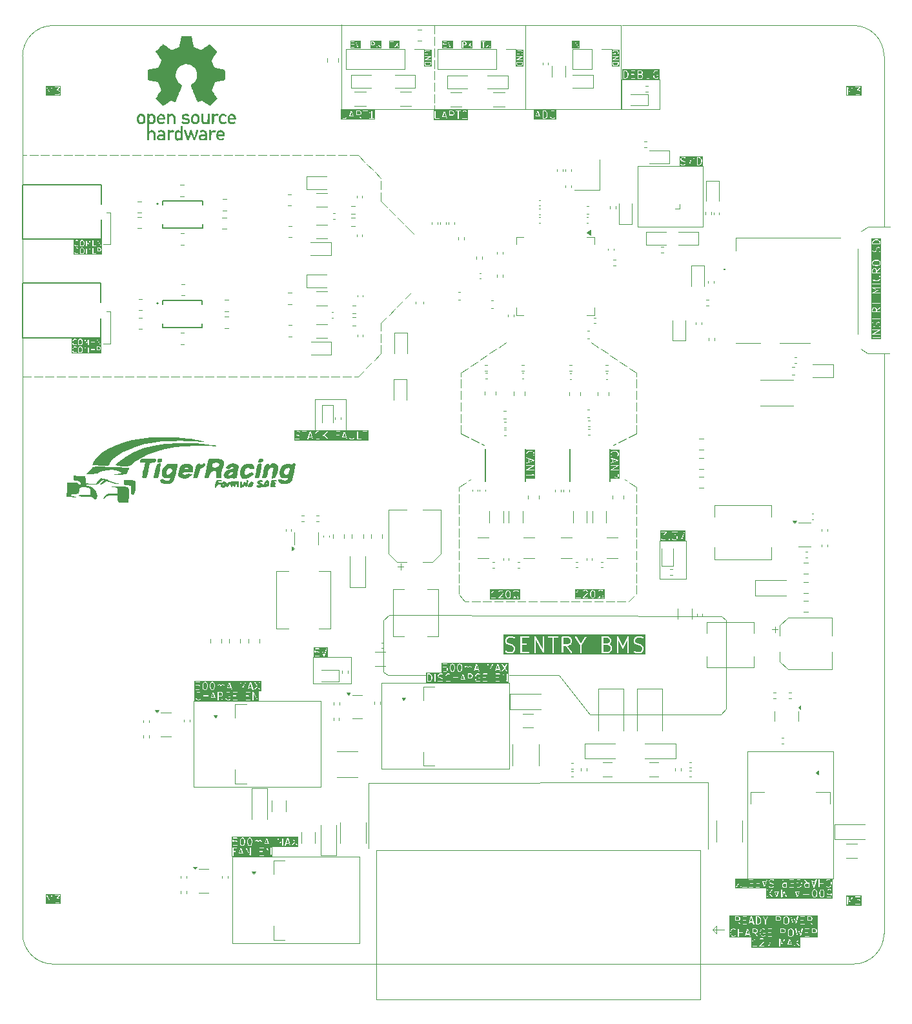
<source format=gbr>
%TF.GenerationSoftware,KiCad,Pcbnew,8.0.7*%
%TF.CreationDate,2025-02-09T22:58:21-06:00*%
%TF.ProjectId,FSAE_BMS,46534145-5f42-44d5-932e-6b696361645f,rev?*%
%TF.SameCoordinates,Original*%
%TF.FileFunction,Legend,Top*%
%TF.FilePolarity,Positive*%
%FSLAX46Y46*%
G04 Gerber Fmt 4.6, Leading zero omitted, Abs format (unit mm)*
G04 Created by KiCad (PCBNEW 8.0.7) date 2025-02-09 22:58:21*
%MOMM*%
%LPD*%
G01*
G04 APERTURE LIST*
%ADD10C,0.100000*%
%ADD11C,0.187500*%
%ADD12C,0.120000*%
%ADD13C,0.152400*%
%ADD14C,0.200000*%
%ADD15C,0.000000*%
G04 APERTURE END LIST*
D10*
X101900000Y-54700000D02*
X102800000Y-54700000D01*
X171800000Y-79500000D02*
X170816130Y-79991935D01*
X170458359Y-80170820D02*
X169474489Y-80662755D01*
X169116718Y-80841641D02*
X168800001Y-81000000D01*
X141800000Y-52500000D02*
X142577817Y-53277817D01*
X182300000Y-144000000D02*
X181800000Y-144500000D01*
X183600000Y-103900000D02*
X183000000Y-103400000D01*
X145300000Y-26000000D02*
X145300000Y-27100000D01*
X145300000Y-27500000D02*
X145300000Y-28600000D01*
X145300000Y-29000000D02*
X145300000Y-30100000D01*
X145300000Y-30500000D02*
X145300000Y-31600000D01*
X145300000Y-32000000D02*
X145300000Y-33100000D01*
X145300000Y-33500000D02*
X145300000Y-34600000D01*
X145300000Y-35000000D02*
X145300000Y-36100000D01*
X145300000Y-36500000D02*
X145300000Y-37000000D01*
X171800000Y-71500000D02*
X170884745Y-70889830D01*
X170551925Y-70667950D02*
X169636669Y-70057779D01*
X169303849Y-69835899D02*
X168388594Y-69225729D01*
X168055774Y-69003849D02*
X167140518Y-68393679D01*
X166807698Y-68171799D02*
X165892443Y-67561629D01*
X157300000Y-25998643D02*
X169800000Y-25998643D01*
X169800000Y-37001357D01*
X157300000Y-37001357D01*
X157300000Y-25998643D01*
X186350000Y-121100000D02*
X197650000Y-121100000D01*
X197650000Y-137800000D01*
X186350000Y-137800000D01*
X186350000Y-121100000D01*
X180500000Y-52400000D02*
X172000000Y-52400000D01*
X160300000Y-101500000D02*
X161400000Y-101500000D01*
X161800000Y-101500000D02*
X162900000Y-101500000D01*
X163300000Y-101500000D02*
X164400000Y-101500000D01*
X164800000Y-101500000D02*
X165900000Y-101500000D01*
X166300000Y-101500000D02*
X167400000Y-101500000D01*
X167800000Y-101500000D02*
X168900000Y-101500000D01*
X169300000Y-101500000D02*
X170400000Y-101500000D01*
X170800000Y-101500000D02*
X170800000Y-101500000D01*
X165700000Y-116300000D02*
X182900000Y-116300000D01*
X102800000Y-67700000D02*
X102800000Y-63500000D01*
X138300000Y-49000000D02*
X138300000Y-47900000D01*
X138300000Y-47500000D02*
X138300000Y-46400000D01*
X138300000Y-46000000D02*
X138300000Y-46000000D01*
X170800000Y-101500000D02*
X171577817Y-100722183D01*
X204300000Y-30000000D02*
X204307732Y-52417533D01*
X102800000Y-54700000D02*
X102800000Y-50500000D01*
X148549997Y-86499991D02*
X149465259Y-85889830D01*
X149798081Y-85667954D02*
X150050004Y-85500009D01*
X174900000Y-93500000D02*
X178300000Y-93500000D01*
X178300000Y-98500000D01*
X174900000Y-98500000D01*
X174900000Y-93500000D01*
X129400000Y-108800000D02*
X134400000Y-108800000D01*
X134400000Y-112200000D01*
X129400000Y-112200000D01*
X129400000Y-108800000D01*
X173800000Y-44400000D02*
X178300000Y-44400000D01*
X183600000Y-115500000D02*
X183600000Y-103900000D01*
X138300000Y-69000000D02*
X138300000Y-67900000D01*
X138300000Y-67500000D02*
X138300000Y-66400000D01*
X138300000Y-66000000D02*
X138300000Y-65000000D01*
X178300000Y-44400000D02*
X180500000Y-44400000D01*
X161700000Y-111100000D02*
X165700000Y-116300000D01*
X102800000Y-63500000D02*
X102300000Y-63500000D01*
X138600000Y-103900000D02*
X138600000Y-110700000D01*
X91300000Y-72000000D02*
X92400000Y-72000000D01*
X92800000Y-72000000D02*
X93900000Y-72000000D01*
X94300000Y-72000000D02*
X95400000Y-72000000D01*
X95800000Y-72000000D02*
X96900000Y-72000000D01*
X97300000Y-72000000D02*
X98400000Y-72000000D01*
X98800000Y-72000000D02*
X99900000Y-72000000D01*
X100300000Y-72000000D02*
X101400000Y-72000000D01*
X101800000Y-72000000D02*
X102900000Y-72000000D01*
X103300000Y-72000000D02*
X104400000Y-72000000D01*
X104800000Y-72000000D02*
X105900000Y-72000000D01*
X106300000Y-72000000D02*
X107400000Y-72000000D01*
X107800000Y-72000000D02*
X108900000Y-72000000D01*
X109300000Y-72000000D02*
X110400000Y-72000000D01*
X110800000Y-72000000D02*
X111900000Y-72000000D01*
X112300000Y-72000000D02*
X113400000Y-72000000D01*
X113800000Y-72000000D02*
X114900000Y-72000000D01*
X115300000Y-72000000D02*
X116400000Y-72000000D01*
X116800000Y-72000000D02*
X117900000Y-72000000D01*
X118300000Y-72000000D02*
X119400000Y-72000000D01*
X119800000Y-72000000D02*
X120900000Y-72000000D01*
X121300000Y-72000000D02*
X122400000Y-72000000D01*
X122800000Y-72000000D02*
X123900000Y-72000000D01*
X124300000Y-72000000D02*
X125400000Y-72000000D01*
X125800000Y-72000000D02*
X126900000Y-72000000D01*
X127300000Y-72000000D02*
X128400000Y-72000000D01*
X128800000Y-72000000D02*
X129900000Y-72000000D01*
X130300000Y-72000000D02*
X131400000Y-72000000D01*
X131800000Y-72000000D02*
X132900000Y-72000000D01*
X133300000Y-72000000D02*
X134400000Y-72000000D01*
X134800000Y-72000000D02*
X135300000Y-72000000D01*
X133100000Y-37000000D02*
X134400000Y-37000000D01*
X160300000Y-101500000D02*
X159200000Y-101500000D01*
X158800000Y-101500000D02*
X157700000Y-101500000D01*
X157300000Y-101500000D02*
X156200000Y-101500000D01*
X155800000Y-101500000D02*
X154700000Y-101500000D01*
X154300000Y-101500000D02*
X153200000Y-101500000D01*
X152800000Y-101500000D02*
X151700000Y-101500000D01*
X151300000Y-101500000D02*
X150200000Y-101500000D01*
X149800000Y-101500000D02*
X149300000Y-101500000D01*
X138400000Y-112150000D02*
X155100000Y-112150000D01*
X155100000Y-123450000D01*
X138400000Y-123450000D01*
X138400000Y-112150000D01*
X171800000Y-86500000D02*
X170884738Y-85889839D01*
X170551916Y-85667963D02*
X170299993Y-85500018D01*
X139200000Y-111100000D02*
X144300000Y-111100000D01*
X134400000Y-37000000D02*
X157300000Y-37000000D01*
X129700000Y-75012500D02*
X133700000Y-75012500D01*
X129700000Y-75012500D01*
X133687530Y-75012066D02*
X133687530Y-79012066D01*
X133687530Y-75012066D01*
X138600000Y-110700000D02*
X139200000Y-111100000D01*
X101900000Y-67700000D02*
X102800000Y-67700000D01*
X95300000Y-149000000D02*
X200300000Y-149000000D01*
X95300000Y-149000000D02*
G75*
G02*
X91300000Y-145000000I0J4000000D01*
G01*
X138300000Y-65000000D02*
X139077817Y-64222183D01*
X139360660Y-63939340D02*
X140138478Y-63161522D01*
X140421320Y-62878680D02*
X141199138Y-62100862D01*
X141481981Y-61818019D02*
X142259798Y-61040202D01*
X157300000Y-37000000D02*
X157300000Y-26000000D01*
X91300000Y-30000000D02*
G75*
G02*
X95300000Y-26000000I4000000J0D01*
G01*
X149300000Y-101500000D02*
X148639998Y-100620001D01*
X102200000Y-67700000D02*
X102200000Y-67700000D01*
X91300000Y-30000000D02*
X91300000Y-145000000D01*
X129200000Y-26000000D02*
X95300000Y-26000000D01*
X171800000Y-100500000D02*
X171800000Y-99400000D01*
X171800000Y-99000000D02*
X171800000Y-97900000D01*
X171800000Y-97500000D02*
X171800000Y-96400000D01*
X171800000Y-96000000D02*
X171800000Y-94900000D01*
X171800000Y-94500000D02*
X171800000Y-93400000D01*
X171800000Y-93000000D02*
X171800000Y-91900000D01*
X171800000Y-91500000D02*
X171800000Y-90400000D01*
X171800000Y-90000000D02*
X171800000Y-88900000D01*
X171800000Y-88500000D02*
X171800000Y-87400000D01*
X171800000Y-87000000D02*
X171800000Y-86500000D01*
X148549997Y-100500000D02*
X148549997Y-99400000D01*
X148549997Y-99000000D02*
X148549997Y-97900000D01*
X148549997Y-97500000D02*
X148549997Y-96400000D01*
X148549997Y-96000000D02*
X148549997Y-94900000D01*
X148549997Y-94500000D02*
X148549997Y-93400000D01*
X148549997Y-93000000D02*
X148549997Y-91900000D01*
X148549997Y-91500000D02*
X148549997Y-90400000D01*
X148549997Y-90000000D02*
X148549997Y-88900000D01*
X148549997Y-88500000D02*
X148549997Y-87400000D01*
X148549997Y-87000000D02*
X148549997Y-86499991D01*
X129200000Y-26000000D02*
X134400000Y-26000000D01*
X169849000Y-33048000D02*
X174899000Y-33048000D01*
X174899000Y-37008071D01*
X169849000Y-37008071D01*
X169849000Y-33048000D01*
X172000000Y-44400000D02*
X173800000Y-44400000D01*
X182300000Y-145000000D02*
X182300000Y-144000000D01*
X171800000Y-79500000D02*
X171800000Y-78400000D01*
X171800000Y-78000000D02*
X171800000Y-76900000D01*
X171800000Y-76500000D02*
X171800000Y-75400000D01*
X171800000Y-75000000D02*
X171800000Y-73900000D01*
X171800000Y-73500000D02*
X171800000Y-72400000D01*
X171800000Y-72000000D02*
X171800000Y-71500000D01*
X204300000Y-144000000D02*
X204300000Y-70000000D01*
X113750000Y-114500000D02*
X130450000Y-114500000D01*
X130450000Y-125800000D01*
X113750000Y-125800000D01*
X113750000Y-114500000D01*
X138300000Y-46000000D02*
X137522183Y-45222183D01*
X137239340Y-44939340D02*
X136461522Y-44161522D01*
X136178680Y-43878680D02*
X135400862Y-43100862D01*
X181800000Y-144500000D02*
X182300000Y-144000000D01*
X129687530Y-75012066D02*
X129687530Y-79012066D01*
X129687530Y-75012066D01*
X181800000Y-144500000D02*
X182300000Y-145000000D01*
X202200000Y-52400000D02*
X201300000Y-53000000D01*
X183300000Y-144500000D02*
X181800000Y-144500000D01*
X204300000Y-70000000D02*
X204300000Y-69000000D01*
X204300000Y-145000000D02*
X204300000Y-144000000D01*
X182900000Y-116300000D02*
X183600000Y-115500000D01*
X183000000Y-103400000D02*
X139400000Y-103300000D01*
X148800000Y-79500000D02*
X149783870Y-79991935D01*
X150141641Y-80170820D02*
X151125511Y-80662755D01*
X151483282Y-80841641D02*
X151799999Y-81000000D01*
X102800000Y-50500000D02*
X102300000Y-50500000D01*
X200300000Y-26000000D02*
G75*
G02*
X204300000Y-30000000I0J-4000000D01*
G01*
X200300000Y-26000000D02*
X170000000Y-26000000D01*
X172000000Y-52400000D02*
X172000000Y-44400000D01*
X202150000Y-69000000D02*
X201250000Y-68400000D01*
X118800000Y-134950000D02*
X135500000Y-134950000D01*
X135500000Y-146250000D01*
X118800000Y-146250000D01*
X118800000Y-134950000D01*
X142300000Y-53000000D02*
X141522183Y-52222183D01*
X141239340Y-51939340D02*
X140461522Y-51161522D01*
X140178680Y-50878680D02*
X139400862Y-50100862D01*
X139118019Y-49818019D02*
X138340202Y-49040202D01*
X148800000Y-71500000D02*
X149715255Y-70889830D01*
X150048075Y-70667950D02*
X150963331Y-70057779D01*
X151296151Y-69835899D02*
X152211406Y-69225729D01*
X152544226Y-69003849D02*
X153459482Y-68393679D01*
X153792302Y-68171799D02*
X154707557Y-67561629D01*
X204300000Y-145000000D02*
G75*
G02*
X200300000Y-149000000I-4000000J0D01*
G01*
X148800000Y-79500000D02*
X148800000Y-78400000D01*
X148800000Y-78000000D02*
X148800000Y-76900000D01*
X148800000Y-76500000D02*
X148800000Y-75400000D01*
X148800000Y-75000000D02*
X148800000Y-73900000D01*
X148800000Y-73500000D02*
X148800000Y-72400000D01*
X148800000Y-72000000D02*
X148800000Y-71500000D01*
X202200000Y-52400000D02*
X205100000Y-52400000D01*
X180500000Y-44400000D02*
X180500000Y-52400000D01*
X155100000Y-111100000D02*
X161700000Y-111100000D01*
X135300000Y-72000000D02*
X136077817Y-71222183D01*
X136360660Y-70939340D02*
X137138478Y-70161522D01*
X137421320Y-69878680D02*
X138199138Y-69100862D01*
X135300000Y-43000000D02*
X134200000Y-43000000D01*
X133800000Y-43000000D02*
X132700000Y-43000000D01*
X132300000Y-43000000D02*
X131200000Y-43000000D01*
X130800000Y-43000000D02*
X129700000Y-43000000D01*
X129300000Y-43000000D02*
X128200000Y-43000000D01*
X127800000Y-43000000D02*
X126700000Y-43000000D01*
X126300000Y-43000000D02*
X125200000Y-43000000D01*
X124800000Y-43000000D02*
X123700000Y-43000000D01*
X123300000Y-43000000D02*
X122200000Y-43000000D01*
X121800000Y-43000000D02*
X120700000Y-43000000D01*
X120300000Y-43000000D02*
X119200000Y-43000000D01*
X118800000Y-43000000D02*
X117700000Y-43000000D01*
X117300000Y-43000000D02*
X116200000Y-43000000D01*
X115800000Y-43000000D02*
X114700000Y-43000000D01*
X114300000Y-43000000D02*
X113200000Y-43000000D01*
X112800000Y-43000000D02*
X111700000Y-43000000D01*
X111300000Y-43000000D02*
X110200000Y-43000000D01*
X109800000Y-43000000D02*
X108700000Y-43000000D01*
X108300000Y-43000000D02*
X107200000Y-43000000D01*
X106800000Y-43000000D02*
X105700000Y-43000000D01*
X105300000Y-43000000D02*
X104200000Y-43000000D01*
X103800000Y-43000000D02*
X102700000Y-43000000D01*
X102300000Y-43000000D02*
X101200000Y-43000000D01*
X100800000Y-43000000D02*
X99700000Y-43000000D01*
X99300000Y-43000000D02*
X98200000Y-43000000D01*
X97800000Y-43000000D02*
X96700000Y-43000000D01*
X96300000Y-43000000D02*
X95200000Y-43000000D01*
X94800000Y-43000000D02*
X93700000Y-43000000D01*
X93300000Y-43000000D02*
X92200000Y-43000000D01*
X91800000Y-43000000D02*
X91300000Y-43000000D01*
X136700000Y-125300000D02*
X136700000Y-133800000D01*
X133100000Y-25900000D02*
X133100000Y-37000000D01*
X102200000Y-54700000D02*
X102200000Y-54700000D01*
X134400000Y-26000000D02*
X157300000Y-26000000D01*
X139400000Y-103300000D02*
X138600000Y-103900000D01*
X181200000Y-125200000D02*
X181200000Y-133900000D01*
X202150000Y-69000000D02*
X205050000Y-69000000D01*
X136700000Y-125300000D02*
X181200000Y-125200000D01*
G36*
X201331661Y-141333530D02*
G01*
X199342773Y-141333530D01*
X199342773Y-140172419D01*
X199453884Y-140172419D01*
X199453884Y-141172419D01*
X199457690Y-141191553D01*
X199484750Y-141218613D01*
X199523018Y-141218613D01*
X199550078Y-141191553D01*
X199553884Y-141172419D01*
X199553884Y-140397796D01*
X199791908Y-140907849D01*
X199799530Y-140918238D01*
X199800343Y-140920473D01*
X199801600Y-140921059D01*
X199803448Y-140923578D01*
X199819520Y-140929422D01*
X199835021Y-140936656D01*
X199837217Y-140935857D01*
X199839413Y-140936656D01*
X199854913Y-140929422D01*
X199870986Y-140923578D01*
X199872833Y-140921059D01*
X199874091Y-140920473D01*
X199874903Y-140918237D01*
X199882526Y-140907848D01*
X200120550Y-140397796D01*
X200120550Y-141172419D01*
X200124356Y-141191553D01*
X200151416Y-141218613D01*
X200189684Y-141218613D01*
X200216744Y-141191553D01*
X200220550Y-141172419D01*
X200220550Y-140172419D01*
X200216744Y-140153285D01*
X200505309Y-140153285D01*
X200505309Y-140191553D01*
X200532369Y-140218613D01*
X200551503Y-140222419D01*
X201060362Y-140222419D01*
X200799588Y-140520446D01*
X200792493Y-140532766D01*
X200791023Y-140534237D01*
X200791023Y-140535320D01*
X200789853Y-140537352D01*
X200791023Y-140554906D01*
X200791023Y-140572505D01*
X200792279Y-140573761D01*
X200792398Y-140575536D01*
X200805642Y-140587124D01*
X200818083Y-140599565D01*
X200820383Y-140600022D01*
X200821198Y-140600735D01*
X200823270Y-140600596D01*
X200837217Y-140603371D01*
X200968271Y-140603371D01*
X201045694Y-140642082D01*
X201081838Y-140678227D01*
X201120550Y-140755650D01*
X201120550Y-140970138D01*
X201081838Y-141047561D01*
X201045692Y-141083708D01*
X200968271Y-141122419D01*
X200706164Y-141122419D01*
X200628741Y-141083708D01*
X200586859Y-141041825D01*
X200570638Y-141030986D01*
X200532369Y-141030986D01*
X200505309Y-141058045D01*
X200505309Y-141096314D01*
X200516147Y-141112535D01*
X200563766Y-141160155D01*
X200570432Y-141164609D01*
X200576761Y-141169521D01*
X200671999Y-141217140D01*
X200674414Y-141217801D01*
X200675226Y-141218613D01*
X200683087Y-141220176D01*
X200690815Y-141222293D01*
X200691903Y-141221930D01*
X200694360Y-141222419D01*
X200980074Y-141222419D01*
X200982530Y-141221930D01*
X200983619Y-141222293D01*
X200991346Y-141220176D01*
X200999208Y-141218613D01*
X201000019Y-141217801D01*
X201002435Y-141217140D01*
X201097672Y-141169522D01*
X201103999Y-141164611D01*
X201110668Y-141160155D01*
X201158287Y-141112535D01*
X201162740Y-141105869D01*
X201167652Y-141099541D01*
X201215271Y-141004303D01*
X201215932Y-141001887D01*
X201216744Y-141001076D01*
X201218307Y-140993214D01*
X201220424Y-140985487D01*
X201220061Y-140984398D01*
X201220550Y-140981942D01*
X201220550Y-140743847D01*
X201220061Y-140741390D01*
X201220424Y-140740302D01*
X201218307Y-140732574D01*
X201216744Y-140724713D01*
X201215932Y-140723901D01*
X201215271Y-140721486D01*
X201167652Y-140626248D01*
X201162740Y-140619919D01*
X201158286Y-140613253D01*
X201110667Y-140565635D01*
X201104005Y-140561183D01*
X201097672Y-140556268D01*
X201002435Y-140508650D01*
X201000019Y-140507988D01*
X200999208Y-140507177D01*
X200991346Y-140505613D01*
X200983619Y-140503497D01*
X200982530Y-140503859D01*
X200980074Y-140503371D01*
X200947405Y-140503371D01*
X201208179Y-140205344D01*
X201215273Y-140193023D01*
X201216744Y-140191553D01*
X201216744Y-140190469D01*
X201217914Y-140188438D01*
X201216744Y-140170883D01*
X201216744Y-140153285D01*
X201215487Y-140152028D01*
X201215369Y-140150254D01*
X201202124Y-140138665D01*
X201189684Y-140126225D01*
X201187383Y-140125767D01*
X201186569Y-140125055D01*
X201184496Y-140125193D01*
X201170550Y-140122419D01*
X200551503Y-140122419D01*
X200532369Y-140126225D01*
X200505309Y-140153285D01*
X200216744Y-140153285D01*
X200210461Y-140147002D01*
X200207424Y-140138650D01*
X200197458Y-140133999D01*
X200189684Y-140126225D01*
X200180799Y-140126225D01*
X200172746Y-140122467D01*
X200162411Y-140126225D01*
X200151416Y-140126225D01*
X200145133Y-140132507D01*
X200136781Y-140135545D01*
X200125241Y-140151274D01*
X199837216Y-140768469D01*
X199549193Y-140151275D01*
X199537653Y-140135545D01*
X199529300Y-140132507D01*
X199523018Y-140126225D01*
X199512023Y-140126225D01*
X199501688Y-140122467D01*
X199493635Y-140126225D01*
X199484750Y-140126225D01*
X199476975Y-140133999D01*
X199467010Y-140138650D01*
X199463972Y-140147002D01*
X199457690Y-140153285D01*
X199453884Y-140172419D01*
X199342773Y-140172419D01*
X199342773Y-140011308D01*
X201331661Y-140011308D01*
X201331661Y-141333530D01*
G37*
G36*
X98986546Y-67187344D02*
G01*
X99042445Y-67243243D01*
X99073308Y-67366693D01*
X99073308Y-67604382D01*
X99042445Y-67727832D01*
X98986546Y-67783731D01*
X98932934Y-67810538D01*
X98813682Y-67810538D01*
X98760068Y-67783731D01*
X98704170Y-67727833D01*
X98673308Y-67604383D01*
X98673308Y-67366692D01*
X98704170Y-67243242D01*
X98760068Y-67187345D01*
X98813682Y-67160538D01*
X98932934Y-67160538D01*
X98986546Y-67187344D01*
G37*
G36*
X101649497Y-67993871D02*
G01*
X97739975Y-67993871D01*
X97739975Y-67431966D01*
X97823308Y-67431966D01*
X97823308Y-67539109D01*
X97824503Y-67545118D01*
X97824801Y-67551236D01*
X97860515Y-67694093D01*
X97862855Y-67699047D01*
X97864301Y-67704326D01*
X97900015Y-67775756D01*
X97904930Y-67782090D01*
X97909381Y-67788750D01*
X97980810Y-67860179D01*
X97982891Y-67861569D01*
X97983405Y-67862597D01*
X97990370Y-67866567D01*
X97997031Y-67871018D01*
X97998179Y-67871018D01*
X98000354Y-67872258D01*
X98107497Y-67907972D01*
X98115444Y-67908973D01*
X98123308Y-67910538D01*
X98194736Y-67910538D01*
X98202598Y-67908974D01*
X98210547Y-67907972D01*
X98317691Y-67872258D01*
X98319866Y-67871018D01*
X98321014Y-67871018D01*
X98327678Y-67866564D01*
X98334639Y-67862597D01*
X98335152Y-67861570D01*
X98337235Y-67860179D01*
X98372949Y-67824464D01*
X98383787Y-67808243D01*
X98383787Y-67769974D01*
X98356727Y-67742915D01*
X98318458Y-67742915D01*
X98302237Y-67753754D01*
X98274868Y-67781123D01*
X98186623Y-67810538D01*
X98131422Y-67810538D01*
X98043173Y-67781122D01*
X97985829Y-67723778D01*
X97956198Y-67664515D01*
X97923308Y-67532954D01*
X97923308Y-67438120D01*
X97942703Y-67360538D01*
X98573308Y-67360538D01*
X98573308Y-67610538D01*
X98574503Y-67616547D01*
X98574801Y-67622665D01*
X98610515Y-67765522D01*
X98612828Y-67770418D01*
X98612828Y-67772529D01*
X98616230Y-67777620D01*
X98618848Y-67783162D01*
X98620659Y-67784248D01*
X98623667Y-67788750D01*
X98695096Y-67860179D01*
X98701755Y-67864629D01*
X98708090Y-67869545D01*
X98779518Y-67905259D01*
X98781933Y-67905920D01*
X98782745Y-67906732D01*
X98790606Y-67908295D01*
X98798334Y-67910412D01*
X98799422Y-67910049D01*
X98801879Y-67910538D01*
X98944736Y-67910538D01*
X98947192Y-67910049D01*
X98948280Y-67910412D01*
X98956004Y-67908296D01*
X98963870Y-67906732D01*
X98964681Y-67905920D01*
X98967096Y-67905259D01*
X99038526Y-67869545D01*
X99044854Y-67864633D01*
X99051521Y-67860179D01*
X99122948Y-67788750D01*
X99125955Y-67784248D01*
X99127767Y-67783162D01*
X99130384Y-67777620D01*
X99133787Y-67772529D01*
X99133787Y-67770418D01*
X99136100Y-67765522D01*
X99171815Y-67622665D01*
X99172113Y-67616545D01*
X99173308Y-67610538D01*
X99173308Y-67360538D01*
X99172113Y-67354530D01*
X99171815Y-67348411D01*
X99136100Y-67205554D01*
X99133787Y-67200657D01*
X99133787Y-67198547D01*
X99130384Y-67193455D01*
X99127767Y-67187914D01*
X99125955Y-67186827D01*
X99122948Y-67182326D01*
X99051521Y-67110897D01*
X99050984Y-67110538D01*
X99394736Y-67110538D01*
X99394736Y-67860538D01*
X99398542Y-67879672D01*
X99425602Y-67906732D01*
X99463870Y-67906732D01*
X99490930Y-67879672D01*
X99494736Y-67860538D01*
X99494736Y-67335915D01*
X99649427Y-67667396D01*
X99657048Y-67677784D01*
X99657862Y-67680021D01*
X99659120Y-67680608D01*
X99660967Y-67683125D01*
X99677029Y-67688965D01*
X99692540Y-67696204D01*
X99694737Y-67695404D01*
X99696932Y-67696203D01*
X99712422Y-67688973D01*
X99728505Y-67683126D01*
X99730353Y-67680606D01*
X99731610Y-67680020D01*
X99732422Y-67677786D01*
X99740045Y-67667396D01*
X99894736Y-67335916D01*
X99894736Y-67860538D01*
X99898542Y-67879672D01*
X99925602Y-67906732D01*
X99963870Y-67906732D01*
X99990930Y-67879672D01*
X99994736Y-67860538D01*
X99994736Y-67110538D01*
X100251879Y-67110538D01*
X100251879Y-67860538D01*
X100255685Y-67879672D01*
X100282745Y-67906732D01*
X100321013Y-67906732D01*
X100348073Y-67879672D01*
X100351879Y-67860538D01*
X100351879Y-67517681D01*
X100680450Y-67517681D01*
X100680450Y-67860538D01*
X100684256Y-67879672D01*
X100711316Y-67906732D01*
X100749584Y-67906732D01*
X100776644Y-67879672D01*
X100780450Y-67860538D01*
X100780450Y-67110538D01*
X101037593Y-67110538D01*
X101037593Y-67860538D01*
X101041399Y-67879672D01*
X101068459Y-67906732D01*
X101106727Y-67906732D01*
X101133787Y-67879672D01*
X101137593Y-67860538D01*
X101137593Y-67298816D01*
X101472752Y-67885345D01*
X101485549Y-67900069D01*
X101492173Y-67901875D01*
X101497030Y-67906732D01*
X101509978Y-67906732D01*
X101522470Y-67910139D01*
X101528432Y-67906732D01*
X101535298Y-67906732D01*
X101544453Y-67897576D01*
X101555696Y-67891152D01*
X101557502Y-67884527D01*
X101562358Y-67879672D01*
X101566164Y-67860538D01*
X101566164Y-67110538D01*
X101562358Y-67091404D01*
X101535298Y-67064344D01*
X101497030Y-67064344D01*
X101469970Y-67091404D01*
X101466164Y-67110538D01*
X101466164Y-67672259D01*
X101131005Y-67085731D01*
X101118208Y-67071006D01*
X101111581Y-67069198D01*
X101106727Y-67064344D01*
X101093780Y-67064344D01*
X101081287Y-67060937D01*
X101075325Y-67064344D01*
X101068459Y-67064344D01*
X101059305Y-67073497D01*
X101048061Y-67079923D01*
X101046253Y-67086549D01*
X101041399Y-67091404D01*
X101037593Y-67110538D01*
X100780450Y-67110538D01*
X100776644Y-67091404D01*
X100749584Y-67064344D01*
X100711316Y-67064344D01*
X100684256Y-67091404D01*
X100680450Y-67110538D01*
X100680450Y-67417681D01*
X100351879Y-67417681D01*
X100351879Y-67110538D01*
X100348073Y-67091404D01*
X100321013Y-67064344D01*
X100282745Y-67064344D01*
X100255685Y-67091404D01*
X100251879Y-67110538D01*
X99994736Y-67110538D01*
X99990930Y-67091404D01*
X99984646Y-67085120D01*
X99981610Y-67076770D01*
X99971646Y-67072120D01*
X99963870Y-67064344D01*
X99954983Y-67064344D01*
X99946932Y-67060587D01*
X99936600Y-67064344D01*
X99925602Y-67064344D01*
X99919317Y-67070628D01*
X99910967Y-67073665D01*
X99899427Y-67089394D01*
X99694736Y-67528016D01*
X99490045Y-67089394D01*
X99478505Y-67073664D01*
X99470152Y-67070626D01*
X99463870Y-67064344D01*
X99452875Y-67064344D01*
X99442540Y-67060586D01*
X99434487Y-67064344D01*
X99425602Y-67064344D01*
X99417827Y-67072118D01*
X99407862Y-67076769D01*
X99404824Y-67085121D01*
X99398542Y-67091404D01*
X99394736Y-67110538D01*
X99050984Y-67110538D01*
X99044854Y-67106442D01*
X99038526Y-67101531D01*
X98967096Y-67065817D01*
X98964681Y-67065155D01*
X98963870Y-67064344D01*
X98956004Y-67062779D01*
X98948280Y-67060664D01*
X98947192Y-67061026D01*
X98944736Y-67060538D01*
X98801879Y-67060538D01*
X98799422Y-67061026D01*
X98798334Y-67060664D01*
X98790606Y-67062780D01*
X98782745Y-67064344D01*
X98781933Y-67065155D01*
X98779518Y-67065817D01*
X98708090Y-67101531D01*
X98701755Y-67106446D01*
X98695096Y-67110897D01*
X98623667Y-67182326D01*
X98620659Y-67186827D01*
X98618848Y-67187914D01*
X98616230Y-67193455D01*
X98612828Y-67198547D01*
X98612828Y-67200657D01*
X98610515Y-67205554D01*
X98574801Y-67348411D01*
X98574503Y-67354528D01*
X98573308Y-67360538D01*
X97942703Y-67360538D01*
X97956197Y-67306560D01*
X97985829Y-67247298D01*
X98043173Y-67189953D01*
X98131422Y-67160538D01*
X98186623Y-67160538D01*
X98274870Y-67189953D01*
X98302238Y-67217321D01*
X98318459Y-67228160D01*
X98356727Y-67228160D01*
X98383787Y-67201100D01*
X98383787Y-67162832D01*
X98372948Y-67146611D01*
X98337234Y-67110897D01*
X98335152Y-67109506D01*
X98334639Y-67108479D01*
X98327671Y-67104507D01*
X98321013Y-67100058D01*
X98319866Y-67100058D01*
X98317691Y-67098818D01*
X98210547Y-67063104D01*
X98202598Y-67062101D01*
X98194736Y-67060538D01*
X98123308Y-67060538D01*
X98115444Y-67062102D01*
X98107497Y-67063104D01*
X98000354Y-67098818D01*
X97998179Y-67100058D01*
X97997031Y-67100058D01*
X97990370Y-67104508D01*
X97983405Y-67108479D01*
X97982891Y-67109506D01*
X97980810Y-67110897D01*
X97909381Y-67182326D01*
X97904930Y-67188985D01*
X97900015Y-67195320D01*
X97864301Y-67266748D01*
X97862854Y-67272029D01*
X97860515Y-67276982D01*
X97824801Y-67419839D01*
X97824503Y-67425956D01*
X97823308Y-67431966D01*
X97739975Y-67431966D01*
X97739975Y-66977205D01*
X101649497Y-66977205D01*
X101649497Y-67993871D01*
G37*
G36*
X146810703Y-37874931D02*
G01*
X146473255Y-37874931D01*
X146641979Y-37368759D01*
X146810703Y-37874931D01*
G37*
G36*
X147755218Y-37299357D02*
G01*
X147791362Y-37335502D01*
X147830074Y-37412925D01*
X147830074Y-37532175D01*
X147791362Y-37609598D01*
X147755218Y-37645743D01*
X147677795Y-37684455D01*
X147358646Y-37684455D01*
X147358646Y-37260646D01*
X147677795Y-37260646D01*
X147755218Y-37299357D01*
G37*
G36*
X149755471Y-38371757D02*
G01*
X145242773Y-38371757D01*
X145242773Y-37210646D01*
X145353884Y-37210646D01*
X145353884Y-38020169D01*
X145354372Y-38022625D01*
X145354010Y-38023714D01*
X145356126Y-38031441D01*
X145357690Y-38039303D01*
X145358501Y-38040114D01*
X145359163Y-38042530D01*
X145406781Y-38137767D01*
X145411692Y-38144095D01*
X145416147Y-38150762D01*
X145463766Y-38198382D01*
X145470432Y-38202836D01*
X145476761Y-38207748D01*
X145571999Y-38255367D01*
X145574414Y-38256028D01*
X145575226Y-38256840D01*
X145583087Y-38258403D01*
X145590815Y-38260520D01*
X145591903Y-38260157D01*
X145594360Y-38260646D01*
X145784836Y-38260646D01*
X145787292Y-38260157D01*
X145788381Y-38260520D01*
X145796108Y-38258403D01*
X145803970Y-38256840D01*
X145804781Y-38256028D01*
X145807197Y-38255367D01*
X145889552Y-38214190D01*
X146258772Y-38214190D01*
X146275886Y-38248419D01*
X146312190Y-38260520D01*
X146346419Y-38243406D01*
X146356080Y-38226457D01*
X146439922Y-37974931D01*
X146844036Y-37974931D01*
X146927878Y-38226457D01*
X146937539Y-38243405D01*
X146971768Y-38260520D01*
X147008072Y-38248418D01*
X147025186Y-38214190D01*
X147022746Y-38194834D01*
X146694683Y-37210646D01*
X147258646Y-37210646D01*
X147258646Y-38210646D01*
X147262452Y-38229780D01*
X147289512Y-38256840D01*
X147327780Y-38256840D01*
X147354840Y-38229780D01*
X147358646Y-38210646D01*
X147358646Y-37784455D01*
X147520708Y-37784455D01*
X147839112Y-38239319D01*
X147853203Y-38252812D01*
X147890889Y-38259462D01*
X147922240Y-38237517D01*
X147928890Y-38199831D01*
X147921036Y-38181973D01*
X147642774Y-37784455D01*
X147689598Y-37784455D01*
X147692054Y-37783966D01*
X147693143Y-37784329D01*
X147700870Y-37782212D01*
X147708732Y-37780649D01*
X147709543Y-37779837D01*
X147711959Y-37779176D01*
X147807196Y-37731558D01*
X147813529Y-37726642D01*
X147820191Y-37722191D01*
X147867810Y-37674573D01*
X147872264Y-37667906D01*
X147877176Y-37661578D01*
X147924795Y-37566340D01*
X147925456Y-37563924D01*
X147926268Y-37563113D01*
X147927831Y-37555251D01*
X147929948Y-37547524D01*
X147929585Y-37546435D01*
X147930074Y-37543979D01*
X147930074Y-37401122D01*
X147929585Y-37398665D01*
X147929948Y-37397577D01*
X147927831Y-37389849D01*
X147926268Y-37381988D01*
X147925456Y-37381176D01*
X147924795Y-37378761D01*
X147877176Y-37283523D01*
X147872264Y-37277194D01*
X147867810Y-37270528D01*
X147820191Y-37222910D01*
X147813529Y-37218458D01*
X147807196Y-37213543D01*
X147763134Y-37191512D01*
X148119595Y-37191512D01*
X148119595Y-37229780D01*
X148146655Y-37256840D01*
X148165789Y-37260646D01*
X148401503Y-37260646D01*
X148401503Y-38210646D01*
X148405309Y-38229780D01*
X148432369Y-38256840D01*
X148470637Y-38256840D01*
X148497697Y-38229780D01*
X148501503Y-38210646D01*
X148501503Y-38191512D01*
X148929119Y-38191512D01*
X148929119Y-38229780D01*
X148956179Y-38256840D01*
X148975313Y-38260646D01*
X149594360Y-38260646D01*
X149613494Y-38256840D01*
X149640554Y-38229780D01*
X149640554Y-38191512D01*
X149613494Y-38164452D01*
X149594360Y-38160646D01*
X149096023Y-38160646D01*
X149582096Y-37674572D01*
X149583486Y-37672490D01*
X149584514Y-37671977D01*
X149588484Y-37665011D01*
X149592935Y-37658351D01*
X149592935Y-37657203D01*
X149594175Y-37655028D01*
X149641794Y-37512172D01*
X149642796Y-37504221D01*
X149644360Y-37496360D01*
X149644360Y-37401122D01*
X149643871Y-37398665D01*
X149644234Y-37397577D01*
X149642117Y-37389849D01*
X149640554Y-37381988D01*
X149639742Y-37381176D01*
X149639081Y-37378761D01*
X149591462Y-37283523D01*
X149586550Y-37277194D01*
X149582096Y-37270528D01*
X149534477Y-37222910D01*
X149527815Y-37218458D01*
X149521482Y-37213543D01*
X149426245Y-37165925D01*
X149423829Y-37165263D01*
X149423018Y-37164452D01*
X149415156Y-37162888D01*
X149407429Y-37160772D01*
X149406340Y-37161134D01*
X149403884Y-37160646D01*
X149165789Y-37160646D01*
X149163332Y-37161134D01*
X149162244Y-37160772D01*
X149154516Y-37162888D01*
X149146655Y-37164452D01*
X149145843Y-37165263D01*
X149143428Y-37165925D01*
X149048190Y-37213544D01*
X149041861Y-37218455D01*
X149035195Y-37222910D01*
X148987577Y-37270529D01*
X148976738Y-37286750D01*
X148976738Y-37325018D01*
X149003798Y-37352078D01*
X149042066Y-37352078D01*
X149058287Y-37341239D01*
X149100169Y-37299357D01*
X149177593Y-37260646D01*
X149392081Y-37260646D01*
X149469504Y-37299357D01*
X149505648Y-37335502D01*
X149544360Y-37412925D01*
X149544360Y-37488247D01*
X149503039Y-37612208D01*
X148939958Y-38175291D01*
X148929119Y-38191512D01*
X148501503Y-38191512D01*
X148501503Y-37260646D01*
X148737217Y-37260646D01*
X148756351Y-37256840D01*
X148783411Y-37229780D01*
X148783411Y-37191512D01*
X148756351Y-37164452D01*
X148737217Y-37160646D01*
X148165789Y-37160646D01*
X148146655Y-37164452D01*
X148119595Y-37191512D01*
X147763134Y-37191512D01*
X147711959Y-37165925D01*
X147709543Y-37165263D01*
X147708732Y-37164452D01*
X147700870Y-37162888D01*
X147693143Y-37160772D01*
X147692054Y-37161134D01*
X147689598Y-37160646D01*
X147308646Y-37160646D01*
X147289512Y-37164452D01*
X147262452Y-37191512D01*
X147258646Y-37210646D01*
X146694683Y-37210646D01*
X146689413Y-37194835D01*
X146679752Y-37177886D01*
X146676409Y-37176214D01*
X146674739Y-37172874D01*
X146659702Y-37167861D01*
X146645523Y-37160772D01*
X146641978Y-37161953D01*
X146638435Y-37160772D01*
X146624261Y-37167859D01*
X146609219Y-37172873D01*
X146607547Y-37176216D01*
X146604206Y-37177887D01*
X146594545Y-37194835D01*
X146261212Y-38194835D01*
X146258772Y-38214190D01*
X145889552Y-38214190D01*
X145902434Y-38207749D01*
X145908761Y-38202838D01*
X145915430Y-38198382D01*
X145963049Y-38150762D01*
X145967502Y-38144096D01*
X145972414Y-38137768D01*
X146020033Y-38042530D01*
X146020694Y-38040114D01*
X146021506Y-38039303D01*
X146023069Y-38031441D01*
X146025186Y-38023714D01*
X146024823Y-38022625D01*
X146025312Y-38020169D01*
X146025312Y-37210646D01*
X146021506Y-37191512D01*
X145994446Y-37164452D01*
X145956178Y-37164452D01*
X145929118Y-37191512D01*
X145925312Y-37210646D01*
X145925312Y-38008365D01*
X145886600Y-38085788D01*
X145850454Y-38121935D01*
X145773033Y-38160646D01*
X145606164Y-38160646D01*
X145528741Y-38121935D01*
X145492595Y-38085788D01*
X145453884Y-38008366D01*
X145453884Y-37210646D01*
X145450078Y-37191512D01*
X145423018Y-37164452D01*
X145384750Y-37164452D01*
X145357690Y-37191512D01*
X145353884Y-37210646D01*
X145242773Y-37210646D01*
X145242773Y-37049535D01*
X149755471Y-37049535D01*
X149755471Y-38371757D01*
G37*
G36*
X140776742Y-29035397D02*
G01*
X139407690Y-29035397D01*
X139407690Y-28133880D01*
X139491023Y-28133880D01*
X139491023Y-28172148D01*
X139518083Y-28199208D01*
X139537217Y-28203014D01*
X139701503Y-28203014D01*
X139701503Y-28903014D01*
X139705309Y-28922148D01*
X139732369Y-28949208D01*
X139770637Y-28949208D01*
X139797697Y-28922148D01*
X139801503Y-28903014D01*
X139801503Y-28203014D01*
X139965789Y-28203014D01*
X139984923Y-28199208D01*
X140011983Y-28172148D01*
X140011983Y-28162717D01*
X140095311Y-28162717D01*
X140102757Y-28180749D01*
X140334267Y-28528014D01*
X140102757Y-28875279D01*
X140095311Y-28893311D01*
X140102816Y-28930836D01*
X140134657Y-28952063D01*
X140172182Y-28944558D01*
X140185963Y-28930749D01*
X140394360Y-28618153D01*
X140602758Y-28930749D01*
X140616538Y-28944558D01*
X140654063Y-28952064D01*
X140685904Y-28930836D01*
X140693409Y-28893311D01*
X140685963Y-28875279D01*
X140454453Y-28528014D01*
X140685963Y-28180749D01*
X140693409Y-28162717D01*
X140685904Y-28125192D01*
X140654063Y-28103964D01*
X140616538Y-28111470D01*
X140602758Y-28125279D01*
X140394360Y-28437874D01*
X140185963Y-28125279D01*
X140172182Y-28111470D01*
X140134657Y-28103965D01*
X140102816Y-28125192D01*
X140095311Y-28162717D01*
X140011983Y-28162717D01*
X140011983Y-28133880D01*
X139984923Y-28106820D01*
X139965789Y-28103014D01*
X139537217Y-28103014D01*
X139518083Y-28106820D01*
X139491023Y-28133880D01*
X139407690Y-28133880D01*
X139407690Y-28019681D01*
X140776742Y-28019681D01*
X140776742Y-29035397D01*
G37*
G36*
X135684710Y-29036347D02*
G01*
X134275561Y-29036347D01*
X134275561Y-28505182D01*
X134358894Y-28505182D01*
X134360777Y-28524600D01*
X134362452Y-28526647D01*
X134362452Y-28529292D01*
X134374354Y-28541194D01*
X134385011Y-28554218D01*
X134387642Y-28554481D01*
X134389512Y-28556351D01*
X134406340Y-28556351D01*
X134423089Y-28558026D01*
X134425136Y-28556351D01*
X134427781Y-28556351D01*
X134444002Y-28545512D01*
X134473980Y-28515533D01*
X134527592Y-28488728D01*
X134682558Y-28488728D01*
X134736170Y-28515534D01*
X134760410Y-28539775D01*
X134787217Y-28593388D01*
X134787217Y-28748354D01*
X134760410Y-28801966D01*
X134736170Y-28826207D01*
X134682558Y-28853014D01*
X134527592Y-28853014D01*
X134473980Y-28826208D01*
X134444002Y-28796230D01*
X134427781Y-28785391D01*
X134389512Y-28785391D01*
X134362452Y-28812450D01*
X134362452Y-28850719D01*
X134373290Y-28866940D01*
X134409004Y-28902655D01*
X134415678Y-28907114D01*
X134422000Y-28912021D01*
X134493429Y-28947736D01*
X134495844Y-28948397D01*
X134496655Y-28949208D01*
X134504515Y-28950771D01*
X134512245Y-28952888D01*
X134513332Y-28952525D01*
X134515789Y-28953014D01*
X134694360Y-28953014D01*
X134696816Y-28952525D01*
X134697904Y-28952888D01*
X134705628Y-28950772D01*
X134713494Y-28949208D01*
X134714305Y-28948396D01*
X134716720Y-28947735D01*
X134788150Y-28912021D01*
X134794478Y-28907109D01*
X134801145Y-28902655D01*
X134836859Y-28866940D01*
X134841312Y-28860274D01*
X134846224Y-28853946D01*
X134881938Y-28782518D01*
X134882599Y-28780102D01*
X134883411Y-28779291D01*
X134884974Y-28771429D01*
X134887091Y-28763702D01*
X134886728Y-28762613D01*
X134887217Y-28760157D01*
X134887217Y-28581585D01*
X134886728Y-28579128D01*
X134887091Y-28578040D01*
X134884974Y-28570312D01*
X134883411Y-28562451D01*
X134882599Y-28561639D01*
X134881938Y-28559224D01*
X134846224Y-28487796D01*
X134841312Y-28481467D01*
X134836859Y-28474802D01*
X134801145Y-28439087D01*
X134794478Y-28434632D01*
X134788150Y-28429721D01*
X134716720Y-28394007D01*
X134714305Y-28393345D01*
X134713494Y-28392534D01*
X134705628Y-28390969D01*
X134697904Y-28388854D01*
X134696816Y-28389216D01*
X134694360Y-28388728D01*
X134515789Y-28388728D01*
X134513332Y-28389216D01*
X134512245Y-28388854D01*
X134504515Y-28390970D01*
X134496655Y-28392534D01*
X134495844Y-28393344D01*
X134493429Y-28394006D01*
X134469304Y-28406068D01*
X134489610Y-28203014D01*
X134801503Y-28203014D01*
X134820637Y-28199208D01*
X134847697Y-28172148D01*
X134847697Y-28149470D01*
X135001629Y-28149470D01*
X135004069Y-28168825D01*
X135254069Y-28918825D01*
X135263730Y-28935774D01*
X135267072Y-28937444D01*
X135268743Y-28940787D01*
X135283782Y-28945800D01*
X135297959Y-28952888D01*
X135301502Y-28951706D01*
X135305047Y-28952888D01*
X135319226Y-28945798D01*
X135334263Y-28940786D01*
X135335933Y-28937445D01*
X135339276Y-28935774D01*
X135348937Y-28918825D01*
X135598937Y-28168826D01*
X135601377Y-28149470D01*
X135584263Y-28115242D01*
X135547959Y-28103140D01*
X135513730Y-28120254D01*
X135504069Y-28137203D01*
X135301503Y-28744900D01*
X135098937Y-28137203D01*
X135089276Y-28120254D01*
X135055047Y-28103140D01*
X135018743Y-28115241D01*
X135001629Y-28149470D01*
X134847697Y-28149470D01*
X134847697Y-28133880D01*
X134820637Y-28106820D01*
X134801503Y-28103014D01*
X134444360Y-28103014D01*
X134432395Y-28105393D01*
X134429917Y-28105146D01*
X134428720Y-28106124D01*
X134425226Y-28106820D01*
X134413323Y-28118722D01*
X134400299Y-28129379D01*
X134399259Y-28132786D01*
X134398166Y-28133880D01*
X134398166Y-28136372D01*
X134394608Y-28148039D01*
X134358894Y-28505182D01*
X134275561Y-28505182D01*
X134275561Y-28019681D01*
X135684710Y-28019681D01*
X135684710Y-29036347D01*
G37*
G36*
X96331661Y-141133530D02*
G01*
X94342773Y-141133530D01*
X94342773Y-139972419D01*
X94453884Y-139972419D01*
X94453884Y-140972419D01*
X94457690Y-140991553D01*
X94484750Y-141018613D01*
X94523018Y-141018613D01*
X94550078Y-140991553D01*
X94553884Y-140972419D01*
X94553884Y-140197796D01*
X94791908Y-140707849D01*
X94799530Y-140718238D01*
X94800343Y-140720473D01*
X94801600Y-140721059D01*
X94803448Y-140723578D01*
X94819520Y-140729422D01*
X94835021Y-140736656D01*
X94837217Y-140735857D01*
X94839413Y-140736656D01*
X94854913Y-140729422D01*
X94870986Y-140723578D01*
X94872833Y-140721059D01*
X94874091Y-140720473D01*
X94874903Y-140718237D01*
X94882526Y-140707848D01*
X95120550Y-140197796D01*
X95120550Y-140972419D01*
X95124356Y-140991553D01*
X95151416Y-141018613D01*
X95189684Y-141018613D01*
X95216744Y-140991553D01*
X95220550Y-140972419D01*
X95220550Y-139972419D01*
X95216744Y-139953285D01*
X95505309Y-139953285D01*
X95505309Y-139991553D01*
X95532369Y-140018613D01*
X95551503Y-140022419D01*
X96060362Y-140022419D01*
X95799588Y-140320446D01*
X95792493Y-140332766D01*
X95791023Y-140334237D01*
X95791023Y-140335320D01*
X95789853Y-140337352D01*
X95791023Y-140354906D01*
X95791023Y-140372505D01*
X95792279Y-140373761D01*
X95792398Y-140375536D01*
X95805642Y-140387124D01*
X95818083Y-140399565D01*
X95820383Y-140400022D01*
X95821198Y-140400735D01*
X95823270Y-140400596D01*
X95837217Y-140403371D01*
X95968271Y-140403371D01*
X96045694Y-140442082D01*
X96081838Y-140478227D01*
X96120550Y-140555650D01*
X96120550Y-140770138D01*
X96081838Y-140847561D01*
X96045692Y-140883708D01*
X95968271Y-140922419D01*
X95706164Y-140922419D01*
X95628741Y-140883708D01*
X95586859Y-140841825D01*
X95570638Y-140830986D01*
X95532369Y-140830986D01*
X95505309Y-140858045D01*
X95505309Y-140896314D01*
X95516147Y-140912535D01*
X95563766Y-140960155D01*
X95570432Y-140964609D01*
X95576761Y-140969521D01*
X95671999Y-141017140D01*
X95674414Y-141017801D01*
X95675226Y-141018613D01*
X95683087Y-141020176D01*
X95690815Y-141022293D01*
X95691903Y-141021930D01*
X95694360Y-141022419D01*
X95980074Y-141022419D01*
X95982530Y-141021930D01*
X95983619Y-141022293D01*
X95991346Y-141020176D01*
X95999208Y-141018613D01*
X96000019Y-141017801D01*
X96002435Y-141017140D01*
X96097672Y-140969522D01*
X96103999Y-140964611D01*
X96110668Y-140960155D01*
X96158287Y-140912535D01*
X96162740Y-140905869D01*
X96167652Y-140899541D01*
X96215271Y-140804303D01*
X96215932Y-140801887D01*
X96216744Y-140801076D01*
X96218307Y-140793214D01*
X96220424Y-140785487D01*
X96220061Y-140784398D01*
X96220550Y-140781942D01*
X96220550Y-140543847D01*
X96220061Y-140541390D01*
X96220424Y-140540302D01*
X96218307Y-140532574D01*
X96216744Y-140524713D01*
X96215932Y-140523901D01*
X96215271Y-140521486D01*
X96167652Y-140426248D01*
X96162740Y-140419919D01*
X96158286Y-140413253D01*
X96110667Y-140365635D01*
X96104005Y-140361183D01*
X96097672Y-140356268D01*
X96002435Y-140308650D01*
X96000019Y-140307988D01*
X95999208Y-140307177D01*
X95991346Y-140305613D01*
X95983619Y-140303497D01*
X95982530Y-140303859D01*
X95980074Y-140303371D01*
X95947405Y-140303371D01*
X96208179Y-140005344D01*
X96215273Y-139993023D01*
X96216744Y-139991553D01*
X96216744Y-139990469D01*
X96217914Y-139988438D01*
X96216744Y-139970883D01*
X96216744Y-139953285D01*
X96215487Y-139952028D01*
X96215369Y-139950254D01*
X96202124Y-139938665D01*
X96189684Y-139926225D01*
X96187383Y-139925767D01*
X96186569Y-139925055D01*
X96184496Y-139925193D01*
X96170550Y-139922419D01*
X95551503Y-139922419D01*
X95532369Y-139926225D01*
X95505309Y-139953285D01*
X95216744Y-139953285D01*
X95210461Y-139947002D01*
X95207424Y-139938650D01*
X95197458Y-139933999D01*
X95189684Y-139926225D01*
X95180799Y-139926225D01*
X95172746Y-139922467D01*
X95162411Y-139926225D01*
X95151416Y-139926225D01*
X95145133Y-139932507D01*
X95136781Y-139935545D01*
X95125241Y-139951274D01*
X94837216Y-140568469D01*
X94549193Y-139951275D01*
X94537653Y-139935545D01*
X94529300Y-139932507D01*
X94523018Y-139926225D01*
X94512023Y-139926225D01*
X94501688Y-139922467D01*
X94493635Y-139926225D01*
X94484750Y-139926225D01*
X94476975Y-139933999D01*
X94467010Y-139938650D01*
X94463972Y-139947002D01*
X94457690Y-139953285D01*
X94453884Y-139972419D01*
X94342773Y-139972419D01*
X94342773Y-139811308D01*
X96331661Y-139811308D01*
X96331661Y-141133530D01*
G37*
G36*
X180153065Y-43363739D02*
G01*
X180234218Y-43444892D01*
X180275755Y-43527966D01*
X180320550Y-43707145D01*
X180320550Y-43837692D01*
X180275755Y-44016870D01*
X180234218Y-44099944D01*
X180153064Y-44181098D01*
X180029104Y-44222419D01*
X179849122Y-44222419D01*
X179849122Y-43322419D01*
X180029104Y-43322419D01*
X180153065Y-43363739D01*
G37*
G36*
X180531661Y-44433530D02*
G01*
X177495154Y-44433530D01*
X177495154Y-43462895D01*
X177606265Y-43462895D01*
X177606265Y-43558133D01*
X177606753Y-43560589D01*
X177606391Y-43561678D01*
X177608507Y-43569405D01*
X177610071Y-43577267D01*
X177610882Y-43578078D01*
X177611544Y-43580494D01*
X177659162Y-43675731D01*
X177664077Y-43682064D01*
X177668529Y-43688726D01*
X177716147Y-43736345D01*
X177722813Y-43740799D01*
X177729142Y-43745711D01*
X177824380Y-43793330D01*
X177829661Y-43794776D01*
X177834614Y-43797116D01*
X178019766Y-43843404D01*
X178102837Y-43884939D01*
X178138981Y-43921084D01*
X178177693Y-43998507D01*
X178177693Y-44070138D01*
X178138981Y-44147561D01*
X178102835Y-44183708D01*
X178025414Y-44222419D01*
X177807235Y-44222419D01*
X177672076Y-44177366D01*
X177652721Y-44174926D01*
X177618492Y-44192040D01*
X177606391Y-44228344D01*
X177623505Y-44262573D01*
X177640454Y-44272234D01*
X177783310Y-44319853D01*
X177791260Y-44320855D01*
X177799122Y-44322419D01*
X178037217Y-44322419D01*
X178039673Y-44321930D01*
X178040762Y-44322293D01*
X178048489Y-44320176D01*
X178056351Y-44318613D01*
X178057162Y-44317801D01*
X178059578Y-44317140D01*
X178154815Y-44269522D01*
X178161142Y-44264611D01*
X178167811Y-44260155D01*
X178215430Y-44212535D01*
X178219883Y-44205869D01*
X178224795Y-44199541D01*
X178272414Y-44104303D01*
X178273075Y-44101887D01*
X178273887Y-44101076D01*
X178275450Y-44093214D01*
X178277567Y-44085487D01*
X178277204Y-44084398D01*
X178277693Y-44081942D01*
X178277693Y-43986704D01*
X178277204Y-43984247D01*
X178277567Y-43983159D01*
X178275450Y-43975431D01*
X178273887Y-43967570D01*
X178273075Y-43966758D01*
X178272414Y-43964343D01*
X178224795Y-43869105D01*
X178219883Y-43862776D01*
X178215429Y-43856110D01*
X178167810Y-43808492D01*
X178161148Y-43804040D01*
X178154815Y-43799125D01*
X178059578Y-43751507D01*
X178054296Y-43750060D01*
X178049344Y-43747721D01*
X177864193Y-43701433D01*
X177781121Y-43659897D01*
X177744976Y-43623753D01*
X177706265Y-43546330D01*
X177706265Y-43474698D01*
X177744976Y-43397274D01*
X177781121Y-43361130D01*
X177858545Y-43322419D01*
X178076723Y-43322419D01*
X178211881Y-43367472D01*
X178231237Y-43369912D01*
X178265465Y-43352798D01*
X178277567Y-43316494D01*
X178260452Y-43282265D01*
X178243504Y-43272604D01*
X178219207Y-43264505D01*
X178511657Y-43264505D01*
X178512387Y-43284000D01*
X178750482Y-44284000D01*
X178758616Y-44301732D01*
X178764985Y-44305651D01*
X178768732Y-44312123D01*
X178780677Y-44315308D01*
X178791208Y-44321789D01*
X178798483Y-44320056D01*
X178805707Y-44321983D01*
X178816405Y-44315789D01*
X178828435Y-44312925D01*
X178832354Y-44306555D01*
X178838826Y-44302809D01*
X178847434Y-44285302D01*
X178989598Y-43752186D01*
X179131762Y-44285302D01*
X179140370Y-44302810D01*
X179146842Y-44306557D01*
X179150761Y-44312925D01*
X179162787Y-44315788D01*
X179173489Y-44321984D01*
X179180714Y-44320057D01*
X179187988Y-44321789D01*
X179198517Y-44315308D01*
X179210464Y-44312123D01*
X179214210Y-44305651D01*
X179220580Y-44301732D01*
X179228714Y-44284000D01*
X179466810Y-43284000D01*
X179467244Y-43272419D01*
X179749122Y-43272419D01*
X179749122Y-44272419D01*
X179752928Y-44291553D01*
X179779988Y-44318613D01*
X179799122Y-44322419D01*
X180037217Y-44322419D01*
X180045079Y-44320855D01*
X180053028Y-44319853D01*
X180195885Y-44272234D01*
X180198060Y-44270994D01*
X180199209Y-44270994D01*
X180205879Y-44266536D01*
X180212833Y-44262573D01*
X180213345Y-44261547D01*
X180215430Y-44260155D01*
X180310668Y-44164916D01*
X180315121Y-44158250D01*
X180320033Y-44151922D01*
X180367652Y-44056684D01*
X180369098Y-44051402D01*
X180371438Y-44046450D01*
X180419057Y-43855974D01*
X180419354Y-43849856D01*
X180420550Y-43843847D01*
X180420550Y-43700990D01*
X180419354Y-43694980D01*
X180419057Y-43688863D01*
X180371438Y-43498387D01*
X180369098Y-43493434D01*
X180367652Y-43488153D01*
X180320033Y-43392915D01*
X180315117Y-43386580D01*
X180310667Y-43379921D01*
X180215429Y-43284683D01*
X180213346Y-43283291D01*
X180212833Y-43282265D01*
X180205872Y-43278297D01*
X180199208Y-43273844D01*
X180198060Y-43273844D01*
X180195885Y-43272604D01*
X180053028Y-43224985D01*
X180045079Y-43223982D01*
X180037217Y-43222419D01*
X179799122Y-43222419D01*
X179779988Y-43226225D01*
X179752928Y-43253285D01*
X179749122Y-43272419D01*
X179467244Y-43272419D01*
X179467540Y-43264505D01*
X179447483Y-43231913D01*
X179410256Y-43223049D01*
X179377664Y-43243106D01*
X179369530Y-43260838D01*
X179177329Y-44068075D01*
X179037910Y-43545250D01*
X179029302Y-43527743D01*
X179023403Y-43524327D01*
X179019988Y-43518429D01*
X179007428Y-43515079D01*
X178996183Y-43508569D01*
X178989599Y-43510324D01*
X178983013Y-43508568D01*
X178971763Y-43515080D01*
X178959208Y-43518429D01*
X178955793Y-43524326D01*
X178949894Y-43527742D01*
X178941286Y-43545250D01*
X178801866Y-44068075D01*
X178609667Y-43260838D01*
X178601533Y-43243106D01*
X178568941Y-43223049D01*
X178531714Y-43231913D01*
X178511657Y-43264505D01*
X178219207Y-43264505D01*
X178100647Y-43224985D01*
X178092698Y-43223982D01*
X178084836Y-43222419D01*
X177846741Y-43222419D01*
X177844284Y-43222907D01*
X177843196Y-43222545D01*
X177835468Y-43224661D01*
X177827607Y-43226225D01*
X177826795Y-43227036D01*
X177824380Y-43227698D01*
X177729142Y-43275317D01*
X177722813Y-43280228D01*
X177716147Y-43284683D01*
X177668529Y-43332302D01*
X177664077Y-43338963D01*
X177659162Y-43345297D01*
X177611544Y-43440534D01*
X177610882Y-43442949D01*
X177610071Y-43443761D01*
X177608507Y-43451622D01*
X177606391Y-43459350D01*
X177606753Y-43460438D01*
X177606265Y-43462895D01*
X177495154Y-43462895D01*
X177495154Y-43111308D01*
X180531661Y-43111308D01*
X180531661Y-44433530D01*
G37*
G36*
X99221884Y-55229820D02*
G01*
X99277783Y-55285719D01*
X99308646Y-55409169D01*
X99308646Y-55646858D01*
X99277783Y-55770308D01*
X99221884Y-55826207D01*
X99168272Y-55853014D01*
X99049020Y-55853014D01*
X98995406Y-55826207D01*
X98939508Y-55770309D01*
X98908646Y-55646859D01*
X98908646Y-55409168D01*
X98939508Y-55285718D01*
X98995406Y-55229821D01*
X99049020Y-55203014D01*
X99168272Y-55203014D01*
X99221884Y-55229820D01*
G37*
G36*
X101471886Y-55229821D02*
G01*
X101496124Y-55254059D01*
X101522931Y-55307673D01*
X101522931Y-55391211D01*
X101496124Y-55444823D01*
X101471884Y-55469064D01*
X101418272Y-55495871D01*
X101194360Y-55495871D01*
X101194360Y-55203014D01*
X101418272Y-55203014D01*
X101471886Y-55229821D01*
G37*
G36*
X101706264Y-56036347D02*
G01*
X97975313Y-56036347D01*
X97975313Y-55474442D01*
X98058646Y-55474442D01*
X98058646Y-55581585D01*
X98059841Y-55587594D01*
X98060139Y-55593712D01*
X98095853Y-55736569D01*
X98098193Y-55741523D01*
X98099639Y-55746802D01*
X98135353Y-55818232D01*
X98140268Y-55824566D01*
X98144719Y-55831226D01*
X98216148Y-55902655D01*
X98218229Y-55904045D01*
X98218743Y-55905073D01*
X98225708Y-55909043D01*
X98232369Y-55913494D01*
X98233517Y-55913494D01*
X98235692Y-55914734D01*
X98342835Y-55950448D01*
X98350782Y-55951449D01*
X98358646Y-55953014D01*
X98430074Y-55953014D01*
X98437936Y-55951450D01*
X98445885Y-55950448D01*
X98553029Y-55914734D01*
X98555204Y-55913494D01*
X98556352Y-55913494D01*
X98563016Y-55909040D01*
X98569977Y-55905073D01*
X98570490Y-55904046D01*
X98572573Y-55902655D01*
X98608287Y-55866940D01*
X98619125Y-55850719D01*
X98619125Y-55812450D01*
X98592065Y-55785391D01*
X98553796Y-55785391D01*
X98537575Y-55796230D01*
X98510206Y-55823599D01*
X98421961Y-55853014D01*
X98366760Y-55853014D01*
X98278511Y-55823598D01*
X98221167Y-55766254D01*
X98191536Y-55706991D01*
X98158646Y-55575430D01*
X98158646Y-55480596D01*
X98178041Y-55403014D01*
X98808646Y-55403014D01*
X98808646Y-55653014D01*
X98809841Y-55659023D01*
X98810139Y-55665141D01*
X98845853Y-55807998D01*
X98848166Y-55812894D01*
X98848166Y-55815005D01*
X98851568Y-55820096D01*
X98854186Y-55825638D01*
X98855997Y-55826724D01*
X98859005Y-55831226D01*
X98930434Y-55902655D01*
X98937093Y-55907105D01*
X98943428Y-55912021D01*
X99014856Y-55947735D01*
X99017271Y-55948396D01*
X99018083Y-55949208D01*
X99025944Y-55950771D01*
X99033672Y-55952888D01*
X99034760Y-55952525D01*
X99037217Y-55953014D01*
X99180074Y-55953014D01*
X99182530Y-55952525D01*
X99183618Y-55952888D01*
X99191342Y-55950772D01*
X99199208Y-55949208D01*
X99200019Y-55948396D01*
X99202434Y-55947735D01*
X99273864Y-55912021D01*
X99280192Y-55907109D01*
X99286859Y-55902655D01*
X99358286Y-55831226D01*
X99361293Y-55826724D01*
X99363105Y-55825638D01*
X99365722Y-55820096D01*
X99369125Y-55815005D01*
X99369125Y-55812894D01*
X99371438Y-55807998D01*
X99407153Y-55665141D01*
X99407451Y-55659021D01*
X99408646Y-55653014D01*
X99408646Y-55403014D01*
X99407451Y-55397006D01*
X99407153Y-55390887D01*
X99371438Y-55248030D01*
X99369125Y-55243133D01*
X99369125Y-55241023D01*
X99365722Y-55235931D01*
X99363105Y-55230390D01*
X99361293Y-55229303D01*
X99358286Y-55224802D01*
X99286859Y-55153373D01*
X99286322Y-55153014D01*
X99630074Y-55153014D01*
X99630074Y-55903014D01*
X99633880Y-55922148D01*
X99660940Y-55949208D01*
X99699208Y-55949208D01*
X99726268Y-55922148D01*
X99730074Y-55903014D01*
X99730074Y-55378391D01*
X99884765Y-55709872D01*
X99892386Y-55720260D01*
X99893200Y-55722497D01*
X99894458Y-55723084D01*
X99896305Y-55725601D01*
X99912367Y-55731441D01*
X99927878Y-55738680D01*
X99930075Y-55737880D01*
X99932270Y-55738679D01*
X99947760Y-55731449D01*
X99963843Y-55725602D01*
X99965691Y-55723082D01*
X99966948Y-55722496D01*
X99967760Y-55720262D01*
X99975383Y-55709872D01*
X100130074Y-55378392D01*
X100130074Y-55903014D01*
X100133880Y-55922148D01*
X100160940Y-55949208D01*
X100199208Y-55949208D01*
X100226268Y-55922148D01*
X100230074Y-55903014D01*
X100230074Y-55153014D01*
X100487217Y-55153014D01*
X100487217Y-55903014D01*
X100491023Y-55922148D01*
X100518083Y-55949208D01*
X100537217Y-55953014D01*
X100894360Y-55953014D01*
X100913494Y-55949208D01*
X100940554Y-55922148D01*
X100940554Y-55883880D01*
X100913494Y-55856820D01*
X100894360Y-55853014D01*
X100587217Y-55853014D01*
X100587217Y-55153014D01*
X101094360Y-55153014D01*
X101094360Y-55903014D01*
X101098166Y-55922148D01*
X101125226Y-55949208D01*
X101163494Y-55949208D01*
X101190554Y-55922148D01*
X101194360Y-55903014D01*
X101194360Y-55595871D01*
X101430074Y-55595871D01*
X101432530Y-55595382D01*
X101433618Y-55595745D01*
X101441342Y-55593629D01*
X101449208Y-55592065D01*
X101450019Y-55591253D01*
X101452434Y-55590592D01*
X101523864Y-55554878D01*
X101530192Y-55549966D01*
X101536859Y-55545512D01*
X101572573Y-55509797D01*
X101577026Y-55503131D01*
X101581938Y-55496803D01*
X101617652Y-55425375D01*
X101618313Y-55422959D01*
X101619125Y-55422148D01*
X101620688Y-55414286D01*
X101622805Y-55406559D01*
X101622442Y-55405470D01*
X101622931Y-55403014D01*
X101622931Y-55295871D01*
X101622442Y-55293414D01*
X101622805Y-55292327D01*
X101620688Y-55284597D01*
X101619125Y-55276737D01*
X101618314Y-55275926D01*
X101617653Y-55273511D01*
X101581938Y-55202082D01*
X101577026Y-55195753D01*
X101572572Y-55189087D01*
X101536858Y-55153373D01*
X101530198Y-55148922D01*
X101523864Y-55144007D01*
X101452434Y-55108293D01*
X101450019Y-55107631D01*
X101449208Y-55106820D01*
X101441342Y-55105255D01*
X101433618Y-55103140D01*
X101432530Y-55103502D01*
X101430074Y-55103014D01*
X101144360Y-55103014D01*
X101125226Y-55106820D01*
X101098166Y-55133880D01*
X101094360Y-55153014D01*
X100587217Y-55153014D01*
X100583411Y-55133880D01*
X100556351Y-55106820D01*
X100518083Y-55106820D01*
X100491023Y-55133880D01*
X100487217Y-55153014D01*
X100230074Y-55153014D01*
X100226268Y-55133880D01*
X100219984Y-55127596D01*
X100216948Y-55119246D01*
X100206984Y-55114596D01*
X100199208Y-55106820D01*
X100190321Y-55106820D01*
X100182270Y-55103063D01*
X100171938Y-55106820D01*
X100160940Y-55106820D01*
X100154655Y-55113104D01*
X100146305Y-55116141D01*
X100134765Y-55131870D01*
X99930074Y-55570492D01*
X99725383Y-55131870D01*
X99713843Y-55116140D01*
X99705490Y-55113102D01*
X99699208Y-55106820D01*
X99688213Y-55106820D01*
X99677878Y-55103062D01*
X99669825Y-55106820D01*
X99660940Y-55106820D01*
X99653165Y-55114594D01*
X99643200Y-55119245D01*
X99640162Y-55127597D01*
X99633880Y-55133880D01*
X99630074Y-55153014D01*
X99286322Y-55153014D01*
X99280192Y-55148918D01*
X99273864Y-55144007D01*
X99202434Y-55108293D01*
X99200019Y-55107631D01*
X99199208Y-55106820D01*
X99191342Y-55105255D01*
X99183618Y-55103140D01*
X99182530Y-55103502D01*
X99180074Y-55103014D01*
X99037217Y-55103014D01*
X99034760Y-55103502D01*
X99033672Y-55103140D01*
X99025944Y-55105256D01*
X99018083Y-55106820D01*
X99017271Y-55107631D01*
X99014856Y-55108293D01*
X98943428Y-55144007D01*
X98937093Y-55148922D01*
X98930434Y-55153373D01*
X98859005Y-55224802D01*
X98855997Y-55229303D01*
X98854186Y-55230390D01*
X98851568Y-55235931D01*
X98848166Y-55241023D01*
X98848166Y-55243133D01*
X98845853Y-55248030D01*
X98810139Y-55390887D01*
X98809841Y-55397004D01*
X98808646Y-55403014D01*
X98178041Y-55403014D01*
X98191535Y-55349036D01*
X98221167Y-55289774D01*
X98278511Y-55232429D01*
X98366760Y-55203014D01*
X98421961Y-55203014D01*
X98510208Y-55232429D01*
X98537576Y-55259797D01*
X98553797Y-55270636D01*
X98592065Y-55270636D01*
X98619125Y-55243576D01*
X98619125Y-55205308D01*
X98608286Y-55189087D01*
X98572572Y-55153373D01*
X98570490Y-55151982D01*
X98569977Y-55150955D01*
X98563009Y-55146983D01*
X98556351Y-55142534D01*
X98555204Y-55142534D01*
X98553029Y-55141294D01*
X98445885Y-55105580D01*
X98437936Y-55104577D01*
X98430074Y-55103014D01*
X98358646Y-55103014D01*
X98350782Y-55104578D01*
X98342835Y-55105580D01*
X98235692Y-55141294D01*
X98233517Y-55142534D01*
X98232369Y-55142534D01*
X98225708Y-55146984D01*
X98218743Y-55150955D01*
X98218229Y-55151982D01*
X98216148Y-55153373D01*
X98144719Y-55224802D01*
X98140268Y-55231461D01*
X98135353Y-55237796D01*
X98099639Y-55309224D01*
X98098192Y-55314505D01*
X98095853Y-55319458D01*
X98060139Y-55462315D01*
X98059841Y-55468432D01*
X98058646Y-55474442D01*
X97975313Y-55474442D01*
X97975313Y-55019681D01*
X101706264Y-55019681D01*
X101706264Y-56036347D01*
G37*
G36*
X115354487Y-112143326D02*
G01*
X115390631Y-112179471D01*
X115432167Y-112262543D01*
X115476962Y-112441722D01*
X115476962Y-112667507D01*
X115432167Y-112846685D01*
X115390631Y-112929757D01*
X115354485Y-112965904D01*
X115277064Y-113004615D01*
X115205433Y-113004615D01*
X115128010Y-112965904D01*
X115091864Y-112929757D01*
X115050329Y-112846687D01*
X115005534Y-112667507D01*
X115005534Y-112441722D01*
X115050329Y-112262542D01*
X115091864Y-112179470D01*
X115128009Y-112143326D01*
X115205433Y-112104615D01*
X115277064Y-112104615D01*
X115354487Y-112143326D01*
G37*
G36*
X116306868Y-112143326D02*
G01*
X116343012Y-112179471D01*
X116384548Y-112262543D01*
X116429343Y-112441722D01*
X116429343Y-112667507D01*
X116384548Y-112846685D01*
X116343012Y-112929757D01*
X116306866Y-112965904D01*
X116229445Y-113004615D01*
X116157814Y-113004615D01*
X116080391Y-112965904D01*
X116044245Y-112929757D01*
X116002710Y-112846687D01*
X115957915Y-112667507D01*
X115957915Y-112441722D01*
X116002710Y-112262542D01*
X116044245Y-112179470D01*
X116080390Y-112143326D01*
X116157814Y-112104615D01*
X116229445Y-112104615D01*
X116306868Y-112143326D01*
G37*
G36*
X118600448Y-112718900D02*
G01*
X118263000Y-112718900D01*
X118431724Y-112212728D01*
X118600448Y-112718900D01*
G37*
G36*
X121362353Y-112718900D02*
G01*
X121024905Y-112718900D01*
X121193629Y-112212728D01*
X121362353Y-112718900D01*
G37*
G36*
X122591884Y-113215726D02*
G01*
X113842290Y-113215726D01*
X113842290Y-112525830D01*
X113953401Y-112525830D01*
X113955284Y-112545248D01*
X113956959Y-112547295D01*
X113956959Y-112549939D01*
X113968856Y-112561836D01*
X113979517Y-112574866D01*
X113982149Y-112575129D01*
X113984019Y-112576999D01*
X114000846Y-112576999D01*
X114017596Y-112578674D01*
X114019643Y-112576999D01*
X114022287Y-112576999D01*
X114038508Y-112566160D01*
X114080390Y-112524278D01*
X114157814Y-112485567D01*
X114372302Y-112485567D01*
X114449725Y-112524278D01*
X114485869Y-112560423D01*
X114524581Y-112637846D01*
X114524581Y-112852334D01*
X114485869Y-112929757D01*
X114449723Y-112965904D01*
X114372302Y-113004615D01*
X114157814Y-113004615D01*
X114080391Y-112965904D01*
X114038509Y-112924021D01*
X114022288Y-112913182D01*
X113984019Y-112913182D01*
X113956959Y-112940241D01*
X113956959Y-112978510D01*
X113967797Y-112994731D01*
X114015416Y-113042351D01*
X114022082Y-113046805D01*
X114028411Y-113051717D01*
X114123649Y-113099336D01*
X114126064Y-113099997D01*
X114126876Y-113100809D01*
X114134737Y-113102372D01*
X114142465Y-113104489D01*
X114143553Y-113104126D01*
X114146010Y-113104615D01*
X114384105Y-113104615D01*
X114386561Y-113104126D01*
X114387650Y-113104489D01*
X114395377Y-113102372D01*
X114403239Y-113100809D01*
X114404050Y-113099997D01*
X114406466Y-113099336D01*
X114501703Y-113051718D01*
X114508030Y-113046807D01*
X114514699Y-113042351D01*
X114562318Y-112994731D01*
X114566771Y-112988065D01*
X114571683Y-112981737D01*
X114619302Y-112886499D01*
X114619963Y-112884083D01*
X114620775Y-112883272D01*
X114622338Y-112875410D01*
X114624455Y-112867683D01*
X114624092Y-112866594D01*
X114624581Y-112864138D01*
X114624581Y-112626043D01*
X114624092Y-112623586D01*
X114624455Y-112622498D01*
X114622338Y-112614770D01*
X114620775Y-112606909D01*
X114619963Y-112606097D01*
X114619302Y-112603682D01*
X114571683Y-112508444D01*
X114566771Y-112502115D01*
X114562317Y-112495449D01*
X114514698Y-112447831D01*
X114508036Y-112443379D01*
X114501703Y-112438464D01*
X114495909Y-112435567D01*
X114905534Y-112435567D01*
X114905534Y-112673662D01*
X114906729Y-112679671D01*
X114907027Y-112685789D01*
X114954646Y-112876265D01*
X114956985Y-112881217D01*
X114958432Y-112886499D01*
X115006050Y-112981736D01*
X115010961Y-112988064D01*
X115015416Y-112994731D01*
X115063035Y-113042351D01*
X115069701Y-113046805D01*
X115076030Y-113051717D01*
X115171268Y-113099336D01*
X115173683Y-113099997D01*
X115174495Y-113100809D01*
X115182356Y-113102372D01*
X115190084Y-113104489D01*
X115191172Y-113104126D01*
X115193629Y-113104615D01*
X115288867Y-113104615D01*
X115291323Y-113104126D01*
X115292412Y-113104489D01*
X115300139Y-113102372D01*
X115308001Y-113100809D01*
X115308812Y-113099997D01*
X115311228Y-113099336D01*
X115406465Y-113051718D01*
X115412792Y-113046807D01*
X115419461Y-113042351D01*
X115467080Y-112994731D01*
X115471533Y-112988065D01*
X115476445Y-112981737D01*
X115524064Y-112886499D01*
X115525510Y-112881217D01*
X115527850Y-112876265D01*
X115575469Y-112685789D01*
X115575766Y-112679671D01*
X115576962Y-112673662D01*
X115576962Y-112435567D01*
X115857915Y-112435567D01*
X115857915Y-112673662D01*
X115859110Y-112679671D01*
X115859408Y-112685789D01*
X115907027Y-112876265D01*
X115909366Y-112881217D01*
X115910813Y-112886499D01*
X115958431Y-112981736D01*
X115963342Y-112988064D01*
X115967797Y-112994731D01*
X116015416Y-113042351D01*
X116022082Y-113046805D01*
X116028411Y-113051717D01*
X116123649Y-113099336D01*
X116126064Y-113099997D01*
X116126876Y-113100809D01*
X116134737Y-113102372D01*
X116142465Y-113104489D01*
X116143553Y-113104126D01*
X116146010Y-113104615D01*
X116241248Y-113104615D01*
X116243704Y-113104126D01*
X116244793Y-113104489D01*
X116252520Y-113102372D01*
X116260382Y-113100809D01*
X116261193Y-113099997D01*
X116263609Y-113099336D01*
X116358846Y-113051718D01*
X116365173Y-113046807D01*
X116371842Y-113042351D01*
X116419461Y-112994731D01*
X116423914Y-112988065D01*
X116428826Y-112981737D01*
X116476445Y-112886499D01*
X116477891Y-112881217D01*
X116480231Y-112876265D01*
X116527850Y-112685789D01*
X116528147Y-112679671D01*
X116529343Y-112673662D01*
X116529343Y-112435567D01*
X116528147Y-112429557D01*
X116527850Y-112423440D01*
X116518977Y-112387948D01*
X116857915Y-112387948D01*
X116857915Y-113054615D01*
X116861721Y-113073749D01*
X116888781Y-113100809D01*
X116927049Y-113100809D01*
X116954109Y-113073749D01*
X116957915Y-113054615D01*
X116957915Y-112503896D01*
X116985152Y-112476659D01*
X117062576Y-112437948D01*
X117181826Y-112437948D01*
X117251599Y-112472834D01*
X117286486Y-112542608D01*
X117286486Y-113054615D01*
X117290292Y-113073749D01*
X117317352Y-113100809D01*
X117355620Y-113100809D01*
X117382680Y-113073749D01*
X117386486Y-113054615D01*
X117386486Y-112542608D01*
X117421372Y-112472834D01*
X117491147Y-112437948D01*
X117610398Y-112437948D01*
X117680171Y-112472834D01*
X117715058Y-112542608D01*
X117715058Y-113054615D01*
X117718864Y-113073749D01*
X117745924Y-113100809D01*
X117784192Y-113100809D01*
X117811252Y-113073749D01*
X117814353Y-113058159D01*
X118048517Y-113058159D01*
X118065631Y-113092388D01*
X118101935Y-113104489D01*
X118136164Y-113087375D01*
X118145825Y-113070426D01*
X118229667Y-112818900D01*
X118633781Y-112818900D01*
X118717623Y-113070426D01*
X118727284Y-113087374D01*
X118761513Y-113104489D01*
X118797817Y-113092387D01*
X118814931Y-113058159D01*
X118812491Y-113038803D01*
X118484428Y-112054615D01*
X119810296Y-112054615D01*
X119810296Y-113054615D01*
X119814102Y-113073749D01*
X119841162Y-113100809D01*
X119879430Y-113100809D01*
X119906490Y-113073749D01*
X119910296Y-113054615D01*
X119910296Y-112279992D01*
X120148320Y-112790045D01*
X120155942Y-112800434D01*
X120156755Y-112802669D01*
X120158012Y-112803255D01*
X120159860Y-112805774D01*
X120175932Y-112811618D01*
X120191433Y-112818852D01*
X120193629Y-112818053D01*
X120195825Y-112818852D01*
X120211325Y-112811618D01*
X120227398Y-112805774D01*
X120229245Y-112803255D01*
X120230503Y-112802669D01*
X120231315Y-112800433D01*
X120238938Y-112790044D01*
X120476962Y-112279992D01*
X120476962Y-113054615D01*
X120480768Y-113073749D01*
X120507828Y-113100809D01*
X120546096Y-113100809D01*
X120573156Y-113073749D01*
X120576257Y-113058159D01*
X120810422Y-113058159D01*
X120827536Y-113092388D01*
X120863840Y-113104489D01*
X120898069Y-113087375D01*
X120907730Y-113070426D01*
X120991572Y-112818900D01*
X121395686Y-112818900D01*
X121479528Y-113070426D01*
X121489189Y-113087374D01*
X121523418Y-113104489D01*
X121559722Y-113092387D01*
X121576836Y-113058159D01*
X121574396Y-113038803D01*
X121249568Y-112064318D01*
X121716009Y-112064318D01*
X121723455Y-112082350D01*
X122038298Y-112554615D01*
X121723455Y-113026880D01*
X121716009Y-113044912D01*
X121723514Y-113082437D01*
X121755355Y-113103664D01*
X121792880Y-113096159D01*
X121806661Y-113082350D01*
X122098390Y-112644754D01*
X122390121Y-113082350D01*
X122403902Y-113096159D01*
X122441427Y-113103664D01*
X122473268Y-113082437D01*
X122480773Y-113044912D01*
X122473326Y-113026880D01*
X122158483Y-112554615D01*
X122473326Y-112082350D01*
X122480773Y-112064318D01*
X122473268Y-112026793D01*
X122441427Y-112005566D01*
X122403902Y-112013071D01*
X122390121Y-112026880D01*
X122098390Y-112464475D01*
X121806661Y-112026880D01*
X121792880Y-112013071D01*
X121755355Y-112005566D01*
X121723514Y-112026793D01*
X121716009Y-112064318D01*
X121249568Y-112064318D01*
X121241063Y-112038804D01*
X121231402Y-112021855D01*
X121228059Y-112020183D01*
X121226389Y-112016843D01*
X121211352Y-112011830D01*
X121197173Y-112004741D01*
X121193628Y-112005922D01*
X121190085Y-112004741D01*
X121175911Y-112011828D01*
X121160869Y-112016842D01*
X121159197Y-112020185D01*
X121155856Y-112021856D01*
X121146195Y-112038804D01*
X120812862Y-113038804D01*
X120810422Y-113058159D01*
X120576257Y-113058159D01*
X120576962Y-113054615D01*
X120576962Y-112054615D01*
X120573156Y-112035481D01*
X120566873Y-112029198D01*
X120563836Y-112020846D01*
X120553870Y-112016195D01*
X120546096Y-112008421D01*
X120537211Y-112008421D01*
X120529158Y-112004663D01*
X120518823Y-112008421D01*
X120507828Y-112008421D01*
X120501545Y-112014703D01*
X120493193Y-112017741D01*
X120481653Y-112033470D01*
X120193628Y-112650665D01*
X119905605Y-112033471D01*
X119894065Y-112017741D01*
X119885712Y-112014703D01*
X119879430Y-112008421D01*
X119868435Y-112008421D01*
X119858100Y-112004663D01*
X119850047Y-112008421D01*
X119841162Y-112008421D01*
X119833387Y-112016195D01*
X119823422Y-112020846D01*
X119820384Y-112029198D01*
X119814102Y-112035481D01*
X119810296Y-112054615D01*
X118484428Y-112054615D01*
X118479158Y-112038804D01*
X118469497Y-112021855D01*
X118466154Y-112020183D01*
X118464484Y-112016843D01*
X118449447Y-112011830D01*
X118435268Y-112004741D01*
X118431723Y-112005922D01*
X118428180Y-112004741D01*
X118414006Y-112011828D01*
X118398964Y-112016842D01*
X118397292Y-112020185D01*
X118393951Y-112021856D01*
X118384290Y-112038804D01*
X118050957Y-113038804D01*
X118048517Y-113058159D01*
X117814353Y-113058159D01*
X117815058Y-113054615D01*
X117815058Y-112530805D01*
X117814569Y-112528348D01*
X117814932Y-112527260D01*
X117812815Y-112519532D01*
X117811252Y-112511671D01*
X117810440Y-112510859D01*
X117809779Y-112508444D01*
X117762160Y-112413206D01*
X117756055Y-112405340D01*
X117755211Y-112402807D01*
X117752390Y-112400617D01*
X117750199Y-112397794D01*
X117747663Y-112396948D01*
X117739799Y-112390845D01*
X117644560Y-112343227D01*
X117642145Y-112342565D01*
X117641334Y-112341754D01*
X117633468Y-112340189D01*
X117625744Y-112338074D01*
X117624656Y-112338436D01*
X117622200Y-112337948D01*
X117479343Y-112337948D01*
X117476886Y-112338436D01*
X117475798Y-112338074D01*
X117468070Y-112340190D01*
X117460209Y-112341754D01*
X117459397Y-112342565D01*
X117456982Y-112343227D01*
X117361744Y-112390846D01*
X117353878Y-112396950D01*
X117351345Y-112397795D01*
X117349155Y-112400615D01*
X117346332Y-112402807D01*
X117345486Y-112405342D01*
X117339383Y-112413207D01*
X117336485Y-112419001D01*
X117333588Y-112413206D01*
X117327483Y-112405340D01*
X117326639Y-112402807D01*
X117323818Y-112400617D01*
X117321627Y-112397794D01*
X117319091Y-112396948D01*
X117311227Y-112390845D01*
X117215990Y-112343227D01*
X117213574Y-112342565D01*
X117212763Y-112341754D01*
X117204901Y-112340190D01*
X117197174Y-112338074D01*
X117196085Y-112338436D01*
X117193629Y-112337948D01*
X117050772Y-112337948D01*
X117048315Y-112338436D01*
X117047227Y-112338074D01*
X117039499Y-112340190D01*
X117031638Y-112341754D01*
X117030826Y-112342565D01*
X117028411Y-112343227D01*
X116956201Y-112379331D01*
X116954109Y-112368814D01*
X116927049Y-112341754D01*
X116888781Y-112341754D01*
X116861721Y-112368814D01*
X116857915Y-112387948D01*
X116518977Y-112387948D01*
X116480231Y-112232964D01*
X116477891Y-112228011D01*
X116476445Y-112222730D01*
X116428826Y-112127492D01*
X116423914Y-112121163D01*
X116419460Y-112114497D01*
X116371841Y-112066879D01*
X116365179Y-112062427D01*
X116358846Y-112057512D01*
X116263609Y-112009894D01*
X116261193Y-112009232D01*
X116260382Y-112008421D01*
X116252520Y-112006857D01*
X116244793Y-112004741D01*
X116243704Y-112005103D01*
X116241248Y-112004615D01*
X116146010Y-112004615D01*
X116143553Y-112005103D01*
X116142465Y-112004741D01*
X116134737Y-112006857D01*
X116126876Y-112008421D01*
X116126064Y-112009232D01*
X116123649Y-112009894D01*
X116028411Y-112057513D01*
X116022082Y-112062424D01*
X116015416Y-112066879D01*
X115967798Y-112114498D01*
X115963346Y-112121159D01*
X115958431Y-112127493D01*
X115910813Y-112222730D01*
X115909366Y-112228011D01*
X115907027Y-112232964D01*
X115859408Y-112423440D01*
X115859110Y-112429557D01*
X115857915Y-112435567D01*
X115576962Y-112435567D01*
X115575766Y-112429557D01*
X115575469Y-112423440D01*
X115527850Y-112232964D01*
X115525510Y-112228011D01*
X115524064Y-112222730D01*
X115476445Y-112127492D01*
X115471533Y-112121163D01*
X115467079Y-112114497D01*
X115419460Y-112066879D01*
X115412798Y-112062427D01*
X115406465Y-112057512D01*
X115311228Y-112009894D01*
X115308812Y-112009232D01*
X115308001Y-112008421D01*
X115300139Y-112006857D01*
X115292412Y-112004741D01*
X115291323Y-112005103D01*
X115288867Y-112004615D01*
X115193629Y-112004615D01*
X115191172Y-112005103D01*
X115190084Y-112004741D01*
X115182356Y-112006857D01*
X115174495Y-112008421D01*
X115173683Y-112009232D01*
X115171268Y-112009894D01*
X115076030Y-112057513D01*
X115069701Y-112062424D01*
X115063035Y-112066879D01*
X115015417Y-112114498D01*
X115010965Y-112121159D01*
X115006050Y-112127493D01*
X114958432Y-112222730D01*
X114956985Y-112228011D01*
X114954646Y-112232964D01*
X114907027Y-112423440D01*
X114906729Y-112429557D01*
X114905534Y-112435567D01*
X114495909Y-112435567D01*
X114406466Y-112390846D01*
X114404050Y-112390184D01*
X114403239Y-112389373D01*
X114395377Y-112387809D01*
X114387650Y-112385693D01*
X114386561Y-112386055D01*
X114384105Y-112385567D01*
X114146010Y-112385567D01*
X114143553Y-112386055D01*
X114142465Y-112385693D01*
X114134737Y-112387809D01*
X114126876Y-112389373D01*
X114126064Y-112390184D01*
X114123649Y-112390846D01*
X114064437Y-112420451D01*
X114096021Y-112104615D01*
X114526962Y-112104615D01*
X114546096Y-112100809D01*
X114573156Y-112073749D01*
X114573156Y-112035481D01*
X114546096Y-112008421D01*
X114526962Y-112004615D01*
X114050772Y-112004615D01*
X114038810Y-112006994D01*
X114036329Y-112006746D01*
X114035131Y-112007726D01*
X114031638Y-112008421D01*
X114019737Y-112020321D01*
X114006711Y-112030980D01*
X114005671Y-112034387D01*
X114004578Y-112035481D01*
X114004578Y-112037973D01*
X114001020Y-112049640D01*
X113953401Y-112525830D01*
X113842290Y-112525830D01*
X113842290Y-111893504D01*
X122591884Y-111893504D01*
X122591884Y-113215726D01*
G37*
G36*
X120257599Y-132561130D02*
G01*
X120293743Y-132597275D01*
X120335279Y-132680347D01*
X120380074Y-132859526D01*
X120380074Y-133085311D01*
X120335279Y-133264489D01*
X120293743Y-133347561D01*
X120257597Y-133383708D01*
X120180176Y-133422419D01*
X120108545Y-133422419D01*
X120031122Y-133383708D01*
X119994976Y-133347561D01*
X119953441Y-133264491D01*
X119908646Y-133085311D01*
X119908646Y-132859526D01*
X119953441Y-132680346D01*
X119994976Y-132597274D01*
X120031121Y-132561130D01*
X120108545Y-132522419D01*
X120180176Y-132522419D01*
X120257599Y-132561130D01*
G37*
G36*
X121209980Y-132561130D02*
G01*
X121246124Y-132597275D01*
X121287660Y-132680347D01*
X121332455Y-132859526D01*
X121332455Y-133085311D01*
X121287660Y-133264489D01*
X121246124Y-133347561D01*
X121209978Y-133383708D01*
X121132557Y-133422419D01*
X121060926Y-133422419D01*
X120983503Y-133383708D01*
X120947357Y-133347561D01*
X120905822Y-133264491D01*
X120861027Y-133085311D01*
X120861027Y-132859526D01*
X120905822Y-132680346D01*
X120947357Y-132597274D01*
X120983502Y-132561130D01*
X121060926Y-132522419D01*
X121132557Y-132522419D01*
X121209980Y-132561130D01*
G37*
G36*
X123503560Y-133136704D02*
G01*
X123166112Y-133136704D01*
X123334836Y-132630532D01*
X123503560Y-133136704D01*
G37*
G36*
X126265465Y-133136704D02*
G01*
X125928017Y-133136704D01*
X126096741Y-132630532D01*
X126265465Y-133136704D01*
G37*
G36*
X127494996Y-133633530D02*
G01*
X118745402Y-133633530D01*
X118745402Y-132943634D01*
X118856513Y-132943634D01*
X118858396Y-132963052D01*
X118860071Y-132965099D01*
X118860071Y-132967743D01*
X118871968Y-132979640D01*
X118882629Y-132992670D01*
X118885261Y-132992933D01*
X118887131Y-132994803D01*
X118903958Y-132994803D01*
X118920708Y-132996478D01*
X118922755Y-132994803D01*
X118925399Y-132994803D01*
X118941620Y-132983964D01*
X118983502Y-132942082D01*
X119060926Y-132903371D01*
X119275414Y-132903371D01*
X119352837Y-132942082D01*
X119388981Y-132978227D01*
X119427693Y-133055650D01*
X119427693Y-133270138D01*
X119388981Y-133347561D01*
X119352835Y-133383708D01*
X119275414Y-133422419D01*
X119060926Y-133422419D01*
X118983503Y-133383708D01*
X118941621Y-133341825D01*
X118925400Y-133330986D01*
X118887131Y-133330986D01*
X118860071Y-133358045D01*
X118860071Y-133396314D01*
X118870909Y-133412535D01*
X118918528Y-133460155D01*
X118925194Y-133464609D01*
X118931523Y-133469521D01*
X119026761Y-133517140D01*
X119029176Y-133517801D01*
X119029988Y-133518613D01*
X119037849Y-133520176D01*
X119045577Y-133522293D01*
X119046665Y-133521930D01*
X119049122Y-133522419D01*
X119287217Y-133522419D01*
X119289673Y-133521930D01*
X119290762Y-133522293D01*
X119298489Y-133520176D01*
X119306351Y-133518613D01*
X119307162Y-133517801D01*
X119309578Y-133517140D01*
X119404815Y-133469522D01*
X119411142Y-133464611D01*
X119417811Y-133460155D01*
X119465430Y-133412535D01*
X119469883Y-133405869D01*
X119474795Y-133399541D01*
X119522414Y-133304303D01*
X119523075Y-133301887D01*
X119523887Y-133301076D01*
X119525450Y-133293214D01*
X119527567Y-133285487D01*
X119527204Y-133284398D01*
X119527693Y-133281942D01*
X119527693Y-133043847D01*
X119527204Y-133041390D01*
X119527567Y-133040302D01*
X119525450Y-133032574D01*
X119523887Y-133024713D01*
X119523075Y-133023901D01*
X119522414Y-133021486D01*
X119474795Y-132926248D01*
X119469883Y-132919919D01*
X119465429Y-132913253D01*
X119417810Y-132865635D01*
X119411148Y-132861183D01*
X119404815Y-132856268D01*
X119399021Y-132853371D01*
X119808646Y-132853371D01*
X119808646Y-133091466D01*
X119809841Y-133097475D01*
X119810139Y-133103593D01*
X119857758Y-133294069D01*
X119860097Y-133299021D01*
X119861544Y-133304303D01*
X119909162Y-133399540D01*
X119914073Y-133405868D01*
X119918528Y-133412535D01*
X119966147Y-133460155D01*
X119972813Y-133464609D01*
X119979142Y-133469521D01*
X120074380Y-133517140D01*
X120076795Y-133517801D01*
X120077607Y-133518613D01*
X120085468Y-133520176D01*
X120093196Y-133522293D01*
X120094284Y-133521930D01*
X120096741Y-133522419D01*
X120191979Y-133522419D01*
X120194435Y-133521930D01*
X120195524Y-133522293D01*
X120203251Y-133520176D01*
X120211113Y-133518613D01*
X120211924Y-133517801D01*
X120214340Y-133517140D01*
X120309577Y-133469522D01*
X120315904Y-133464611D01*
X120322573Y-133460155D01*
X120370192Y-133412535D01*
X120374645Y-133405869D01*
X120379557Y-133399541D01*
X120427176Y-133304303D01*
X120428622Y-133299021D01*
X120430962Y-133294069D01*
X120478581Y-133103593D01*
X120478878Y-133097475D01*
X120480074Y-133091466D01*
X120480074Y-132853371D01*
X120761027Y-132853371D01*
X120761027Y-133091466D01*
X120762222Y-133097475D01*
X120762520Y-133103593D01*
X120810139Y-133294069D01*
X120812478Y-133299021D01*
X120813925Y-133304303D01*
X120861543Y-133399540D01*
X120866454Y-133405868D01*
X120870909Y-133412535D01*
X120918528Y-133460155D01*
X120925194Y-133464609D01*
X120931523Y-133469521D01*
X121026761Y-133517140D01*
X121029176Y-133517801D01*
X121029988Y-133518613D01*
X121037849Y-133520176D01*
X121045577Y-133522293D01*
X121046665Y-133521930D01*
X121049122Y-133522419D01*
X121144360Y-133522419D01*
X121146816Y-133521930D01*
X121147905Y-133522293D01*
X121155632Y-133520176D01*
X121163494Y-133518613D01*
X121164305Y-133517801D01*
X121166721Y-133517140D01*
X121261958Y-133469522D01*
X121268285Y-133464611D01*
X121274954Y-133460155D01*
X121322573Y-133412535D01*
X121327026Y-133405869D01*
X121331938Y-133399541D01*
X121379557Y-133304303D01*
X121381003Y-133299021D01*
X121383343Y-133294069D01*
X121430962Y-133103593D01*
X121431259Y-133097475D01*
X121432455Y-133091466D01*
X121432455Y-132853371D01*
X121431259Y-132847361D01*
X121430962Y-132841244D01*
X121422089Y-132805752D01*
X121761027Y-132805752D01*
X121761027Y-133472419D01*
X121764833Y-133491553D01*
X121791893Y-133518613D01*
X121830161Y-133518613D01*
X121857221Y-133491553D01*
X121861027Y-133472419D01*
X121861027Y-132921700D01*
X121888264Y-132894463D01*
X121965688Y-132855752D01*
X122084938Y-132855752D01*
X122154711Y-132890638D01*
X122189598Y-132960412D01*
X122189598Y-133472419D01*
X122193404Y-133491553D01*
X122220464Y-133518613D01*
X122258732Y-133518613D01*
X122285792Y-133491553D01*
X122289598Y-133472419D01*
X122289598Y-132960412D01*
X122324484Y-132890638D01*
X122394259Y-132855752D01*
X122513510Y-132855752D01*
X122583283Y-132890638D01*
X122618170Y-132960412D01*
X122618170Y-133472419D01*
X122621976Y-133491553D01*
X122649036Y-133518613D01*
X122687304Y-133518613D01*
X122714364Y-133491553D01*
X122717465Y-133475963D01*
X122951629Y-133475963D01*
X122968743Y-133510192D01*
X123005047Y-133522293D01*
X123039276Y-133505179D01*
X123048937Y-133488230D01*
X123132779Y-133236704D01*
X123536893Y-133236704D01*
X123620735Y-133488230D01*
X123630396Y-133505178D01*
X123664625Y-133522293D01*
X123700929Y-133510191D01*
X123718043Y-133475963D01*
X123715603Y-133456607D01*
X123387540Y-132472419D01*
X124713408Y-132472419D01*
X124713408Y-133472419D01*
X124717214Y-133491553D01*
X124744274Y-133518613D01*
X124782542Y-133518613D01*
X124809602Y-133491553D01*
X124813408Y-133472419D01*
X124813408Y-132697796D01*
X125051432Y-133207849D01*
X125059054Y-133218238D01*
X125059867Y-133220473D01*
X125061124Y-133221059D01*
X125062972Y-133223578D01*
X125079044Y-133229422D01*
X125094545Y-133236656D01*
X125096741Y-133235857D01*
X125098937Y-133236656D01*
X125114437Y-133229422D01*
X125130510Y-133223578D01*
X125132357Y-133221059D01*
X125133615Y-133220473D01*
X125134427Y-133218237D01*
X125142050Y-133207848D01*
X125380074Y-132697796D01*
X125380074Y-133472419D01*
X125383880Y-133491553D01*
X125410940Y-133518613D01*
X125449208Y-133518613D01*
X125476268Y-133491553D01*
X125479369Y-133475963D01*
X125713534Y-133475963D01*
X125730648Y-133510192D01*
X125766952Y-133522293D01*
X125801181Y-133505179D01*
X125810842Y-133488230D01*
X125894684Y-133236704D01*
X126298798Y-133236704D01*
X126382640Y-133488230D01*
X126392301Y-133505178D01*
X126426530Y-133522293D01*
X126462834Y-133510191D01*
X126479948Y-133475963D01*
X126477508Y-133456607D01*
X126152680Y-132482122D01*
X126619121Y-132482122D01*
X126626567Y-132500154D01*
X126941410Y-132972419D01*
X126626567Y-133444684D01*
X126619121Y-133462716D01*
X126626626Y-133500241D01*
X126658467Y-133521468D01*
X126695992Y-133513963D01*
X126709773Y-133500154D01*
X127001502Y-133062558D01*
X127293233Y-133500154D01*
X127307014Y-133513963D01*
X127344539Y-133521468D01*
X127376380Y-133500241D01*
X127383885Y-133462716D01*
X127376438Y-133444684D01*
X127061595Y-132972419D01*
X127376438Y-132500154D01*
X127383885Y-132482122D01*
X127376380Y-132444597D01*
X127344539Y-132423370D01*
X127307014Y-132430875D01*
X127293233Y-132444684D01*
X127001502Y-132882279D01*
X126709773Y-132444684D01*
X126695992Y-132430875D01*
X126658467Y-132423370D01*
X126626626Y-132444597D01*
X126619121Y-132482122D01*
X126152680Y-132482122D01*
X126144175Y-132456608D01*
X126134514Y-132439659D01*
X126131171Y-132437987D01*
X126129501Y-132434647D01*
X126114464Y-132429634D01*
X126100285Y-132422545D01*
X126096740Y-132423726D01*
X126093197Y-132422545D01*
X126079023Y-132429632D01*
X126063981Y-132434646D01*
X126062309Y-132437989D01*
X126058968Y-132439660D01*
X126049307Y-132456608D01*
X125715974Y-133456608D01*
X125713534Y-133475963D01*
X125479369Y-133475963D01*
X125480074Y-133472419D01*
X125480074Y-132472419D01*
X125476268Y-132453285D01*
X125469985Y-132447002D01*
X125466948Y-132438650D01*
X125456982Y-132433999D01*
X125449208Y-132426225D01*
X125440323Y-132426225D01*
X125432270Y-132422467D01*
X125421935Y-132426225D01*
X125410940Y-132426225D01*
X125404657Y-132432507D01*
X125396305Y-132435545D01*
X125384765Y-132451274D01*
X125096740Y-133068469D01*
X124808717Y-132451275D01*
X124797177Y-132435545D01*
X124788824Y-132432507D01*
X124782542Y-132426225D01*
X124771547Y-132426225D01*
X124761212Y-132422467D01*
X124753159Y-132426225D01*
X124744274Y-132426225D01*
X124736499Y-132433999D01*
X124726534Y-132438650D01*
X124723496Y-132447002D01*
X124717214Y-132453285D01*
X124713408Y-132472419D01*
X123387540Y-132472419D01*
X123382270Y-132456608D01*
X123372609Y-132439659D01*
X123369266Y-132437987D01*
X123367596Y-132434647D01*
X123352559Y-132429634D01*
X123338380Y-132422545D01*
X123334835Y-132423726D01*
X123331292Y-132422545D01*
X123317118Y-132429632D01*
X123302076Y-132434646D01*
X123300404Y-132437989D01*
X123297063Y-132439660D01*
X123287402Y-132456608D01*
X122954069Y-133456608D01*
X122951629Y-133475963D01*
X122717465Y-133475963D01*
X122718170Y-133472419D01*
X122718170Y-132948609D01*
X122717681Y-132946152D01*
X122718044Y-132945064D01*
X122715927Y-132937336D01*
X122714364Y-132929475D01*
X122713552Y-132928663D01*
X122712891Y-132926248D01*
X122665272Y-132831010D01*
X122659167Y-132823144D01*
X122658323Y-132820611D01*
X122655502Y-132818421D01*
X122653311Y-132815598D01*
X122650775Y-132814752D01*
X122642911Y-132808649D01*
X122547672Y-132761031D01*
X122545257Y-132760369D01*
X122544446Y-132759558D01*
X122536580Y-132757993D01*
X122528856Y-132755878D01*
X122527768Y-132756240D01*
X122525312Y-132755752D01*
X122382455Y-132755752D01*
X122379998Y-132756240D01*
X122378910Y-132755878D01*
X122371182Y-132757994D01*
X122363321Y-132759558D01*
X122362509Y-132760369D01*
X122360094Y-132761031D01*
X122264856Y-132808650D01*
X122256990Y-132814754D01*
X122254457Y-132815599D01*
X122252267Y-132818419D01*
X122249444Y-132820611D01*
X122248598Y-132823146D01*
X122242495Y-132831011D01*
X122239597Y-132836805D01*
X122236700Y-132831010D01*
X122230595Y-132823144D01*
X122229751Y-132820611D01*
X122226930Y-132818421D01*
X122224739Y-132815598D01*
X122222203Y-132814752D01*
X122214339Y-132808649D01*
X122119102Y-132761031D01*
X122116686Y-132760369D01*
X122115875Y-132759558D01*
X122108013Y-132757994D01*
X122100286Y-132755878D01*
X122099197Y-132756240D01*
X122096741Y-132755752D01*
X121953884Y-132755752D01*
X121951427Y-132756240D01*
X121950339Y-132755878D01*
X121942611Y-132757994D01*
X121934750Y-132759558D01*
X121933938Y-132760369D01*
X121931523Y-132761031D01*
X121859313Y-132797135D01*
X121857221Y-132786618D01*
X121830161Y-132759558D01*
X121791893Y-132759558D01*
X121764833Y-132786618D01*
X121761027Y-132805752D01*
X121422089Y-132805752D01*
X121383343Y-132650768D01*
X121381003Y-132645815D01*
X121379557Y-132640534D01*
X121331938Y-132545296D01*
X121327026Y-132538967D01*
X121322572Y-132532301D01*
X121274953Y-132484683D01*
X121268291Y-132480231D01*
X121261958Y-132475316D01*
X121166721Y-132427698D01*
X121164305Y-132427036D01*
X121163494Y-132426225D01*
X121155632Y-132424661D01*
X121147905Y-132422545D01*
X121146816Y-132422907D01*
X121144360Y-132422419D01*
X121049122Y-132422419D01*
X121046665Y-132422907D01*
X121045577Y-132422545D01*
X121037849Y-132424661D01*
X121029988Y-132426225D01*
X121029176Y-132427036D01*
X121026761Y-132427698D01*
X120931523Y-132475317D01*
X120925194Y-132480228D01*
X120918528Y-132484683D01*
X120870910Y-132532302D01*
X120866458Y-132538963D01*
X120861543Y-132545297D01*
X120813925Y-132640534D01*
X120812478Y-132645815D01*
X120810139Y-132650768D01*
X120762520Y-132841244D01*
X120762222Y-132847361D01*
X120761027Y-132853371D01*
X120480074Y-132853371D01*
X120478878Y-132847361D01*
X120478581Y-132841244D01*
X120430962Y-132650768D01*
X120428622Y-132645815D01*
X120427176Y-132640534D01*
X120379557Y-132545296D01*
X120374645Y-132538967D01*
X120370191Y-132532301D01*
X120322572Y-132484683D01*
X120315910Y-132480231D01*
X120309577Y-132475316D01*
X120214340Y-132427698D01*
X120211924Y-132427036D01*
X120211113Y-132426225D01*
X120203251Y-132424661D01*
X120195524Y-132422545D01*
X120194435Y-132422907D01*
X120191979Y-132422419D01*
X120096741Y-132422419D01*
X120094284Y-132422907D01*
X120093196Y-132422545D01*
X120085468Y-132424661D01*
X120077607Y-132426225D01*
X120076795Y-132427036D01*
X120074380Y-132427698D01*
X119979142Y-132475317D01*
X119972813Y-132480228D01*
X119966147Y-132484683D01*
X119918529Y-132532302D01*
X119914077Y-132538963D01*
X119909162Y-132545297D01*
X119861544Y-132640534D01*
X119860097Y-132645815D01*
X119857758Y-132650768D01*
X119810139Y-132841244D01*
X119809841Y-132847361D01*
X119808646Y-132853371D01*
X119399021Y-132853371D01*
X119309578Y-132808650D01*
X119307162Y-132807988D01*
X119306351Y-132807177D01*
X119298489Y-132805613D01*
X119290762Y-132803497D01*
X119289673Y-132803859D01*
X119287217Y-132803371D01*
X119049122Y-132803371D01*
X119046665Y-132803859D01*
X119045577Y-132803497D01*
X119037849Y-132805613D01*
X119029988Y-132807177D01*
X119029176Y-132807988D01*
X119026761Y-132808650D01*
X118967549Y-132838255D01*
X118999133Y-132522419D01*
X119430074Y-132522419D01*
X119449208Y-132518613D01*
X119476268Y-132491553D01*
X119476268Y-132453285D01*
X119449208Y-132426225D01*
X119430074Y-132422419D01*
X118953884Y-132422419D01*
X118941922Y-132424798D01*
X118939441Y-132424550D01*
X118938243Y-132425530D01*
X118934750Y-132426225D01*
X118922849Y-132438125D01*
X118909823Y-132448784D01*
X118908783Y-132452191D01*
X118907690Y-132453285D01*
X118907690Y-132455777D01*
X118904132Y-132467444D01*
X118856513Y-132943634D01*
X118745402Y-132943634D01*
X118745402Y-132311308D01*
X127494996Y-132311308D01*
X127494996Y-133633530D01*
G37*
G36*
X192119432Y-146342095D02*
G01*
X191781984Y-146342095D01*
X191950708Y-145835923D01*
X192119432Y-146342095D01*
G37*
G36*
X193348963Y-146838921D02*
G01*
X186884961Y-146838921D01*
X186884961Y-145967069D01*
X186996072Y-145967069D01*
X187013186Y-146001297D01*
X187049491Y-146013398D01*
X187068307Y-146008245D01*
X187163544Y-145960627D01*
X187169877Y-145955711D01*
X187176539Y-145951260D01*
X187271777Y-145856022D01*
X187274525Y-145851908D01*
X187278025Y-145848402D01*
X187281660Y-145842949D01*
X187281660Y-146627810D01*
X187045946Y-146627810D01*
X187026812Y-146631616D01*
X186999752Y-146658676D01*
X186999752Y-146696944D01*
X187026812Y-146724004D01*
X187045946Y-146727810D01*
X187617374Y-146727810D01*
X187636508Y-146724004D01*
X187663568Y-146696944D01*
X187663568Y-146658676D01*
X187904514Y-146658676D01*
X187904514Y-146696944D01*
X187931574Y-146724004D01*
X187950708Y-146727810D01*
X188569755Y-146727810D01*
X188588889Y-146724004D01*
X188615949Y-146696944D01*
X188615949Y-146658676D01*
X188588889Y-146631616D01*
X188569755Y-146627810D01*
X188071418Y-146627810D01*
X188557491Y-146141736D01*
X188558881Y-146139654D01*
X188559909Y-146139141D01*
X188563879Y-146132175D01*
X188568330Y-146125515D01*
X188568330Y-146124367D01*
X188569570Y-146122192D01*
X188617189Y-145979336D01*
X188618191Y-145971385D01*
X188619755Y-145963524D01*
X188619755Y-145868286D01*
X188619266Y-145865829D01*
X188619629Y-145864741D01*
X188617512Y-145857013D01*
X188615949Y-145849152D01*
X188615137Y-145848340D01*
X188614476Y-145845925D01*
X188566857Y-145750687D01*
X188561945Y-145744358D01*
X188557491Y-145737692D01*
X188509872Y-145690074D01*
X188503210Y-145685622D01*
X188496877Y-145680707D01*
X188483995Y-145674266D01*
X188805596Y-145674266D01*
X188808036Y-145693621D01*
X189141369Y-146693621D01*
X189151030Y-146710569D01*
X189154371Y-146712239D01*
X189156043Y-146715583D01*
X189171085Y-146720596D01*
X189185259Y-146727684D01*
X189188802Y-146726502D01*
X189192347Y-146727684D01*
X189206526Y-146720594D01*
X189221563Y-146715582D01*
X189223233Y-146712241D01*
X189226576Y-146710570D01*
X189236237Y-146693621D01*
X189569570Y-145693622D01*
X189571563Y-145677810D01*
X190567375Y-145677810D01*
X190567375Y-146677810D01*
X190571181Y-146696944D01*
X190598241Y-146724004D01*
X190636509Y-146724004D01*
X190663569Y-146696944D01*
X190667375Y-146677810D01*
X190667375Y-145903187D01*
X190905399Y-146413240D01*
X190913021Y-146423629D01*
X190913834Y-146425864D01*
X190915091Y-146426450D01*
X190916939Y-146428969D01*
X190933011Y-146434813D01*
X190948512Y-146442047D01*
X190950708Y-146441248D01*
X190952904Y-146442047D01*
X190968404Y-146434813D01*
X190984477Y-146428969D01*
X190986324Y-146426450D01*
X190987582Y-146425864D01*
X190988394Y-146423628D01*
X190996017Y-146413239D01*
X191234041Y-145903187D01*
X191234041Y-146677810D01*
X191237847Y-146696944D01*
X191264907Y-146724004D01*
X191303175Y-146724004D01*
X191330235Y-146696944D01*
X191333336Y-146681354D01*
X191567501Y-146681354D01*
X191584615Y-146715583D01*
X191620919Y-146727684D01*
X191655148Y-146710570D01*
X191664809Y-146693621D01*
X191748651Y-146442095D01*
X192152765Y-146442095D01*
X192236607Y-146693621D01*
X192246268Y-146710569D01*
X192280497Y-146727684D01*
X192316801Y-146715582D01*
X192333915Y-146681354D01*
X192331475Y-146661998D01*
X192006647Y-145687513D01*
X192473088Y-145687513D01*
X192480534Y-145705545D01*
X192795377Y-146177810D01*
X192480534Y-146650075D01*
X192473088Y-146668107D01*
X192480593Y-146705632D01*
X192512434Y-146726859D01*
X192549959Y-146719354D01*
X192563740Y-146705545D01*
X192855469Y-146267949D01*
X193147200Y-146705545D01*
X193160981Y-146719354D01*
X193198506Y-146726859D01*
X193230347Y-146705632D01*
X193237852Y-146668107D01*
X193230405Y-146650075D01*
X192915562Y-146177810D01*
X193230405Y-145705545D01*
X193237852Y-145687513D01*
X193230347Y-145649988D01*
X193198506Y-145628761D01*
X193160981Y-145636266D01*
X193147200Y-145650075D01*
X192855469Y-146087670D01*
X192563740Y-145650075D01*
X192549959Y-145636266D01*
X192512434Y-145628761D01*
X192480593Y-145649988D01*
X192473088Y-145687513D01*
X192006647Y-145687513D01*
X191998142Y-145661999D01*
X191988481Y-145645050D01*
X191985138Y-145643378D01*
X191983468Y-145640038D01*
X191968431Y-145635025D01*
X191954252Y-145627936D01*
X191950707Y-145629117D01*
X191947164Y-145627936D01*
X191932990Y-145635023D01*
X191917948Y-145640037D01*
X191916276Y-145643380D01*
X191912935Y-145645051D01*
X191903274Y-145661999D01*
X191569941Y-146661999D01*
X191567501Y-146681354D01*
X191333336Y-146681354D01*
X191334041Y-146677810D01*
X191334041Y-145677810D01*
X191330235Y-145658676D01*
X191323952Y-145652393D01*
X191320915Y-145644041D01*
X191310949Y-145639390D01*
X191303175Y-145631616D01*
X191294290Y-145631616D01*
X191286237Y-145627858D01*
X191275902Y-145631616D01*
X191264907Y-145631616D01*
X191258624Y-145637898D01*
X191250272Y-145640936D01*
X191238732Y-145656665D01*
X190950707Y-146273860D01*
X190662684Y-145656666D01*
X190651144Y-145640936D01*
X190642791Y-145637898D01*
X190636509Y-145631616D01*
X190625514Y-145631616D01*
X190615179Y-145627858D01*
X190607126Y-145631616D01*
X190598241Y-145631616D01*
X190590466Y-145639390D01*
X190580501Y-145644041D01*
X190577463Y-145652393D01*
X190571181Y-145658676D01*
X190567375Y-145677810D01*
X189571563Y-145677810D01*
X189572010Y-145674266D01*
X189554896Y-145640038D01*
X189518592Y-145627936D01*
X189484363Y-145645051D01*
X189474702Y-145661999D01*
X189188803Y-146519696D01*
X188902904Y-145661999D01*
X188893243Y-145645050D01*
X188859014Y-145627936D01*
X188822710Y-145640037D01*
X188805596Y-145674266D01*
X188483995Y-145674266D01*
X188401640Y-145633089D01*
X188399224Y-145632427D01*
X188398413Y-145631616D01*
X188390551Y-145630052D01*
X188382824Y-145627936D01*
X188381735Y-145628298D01*
X188379279Y-145627810D01*
X188141184Y-145627810D01*
X188138727Y-145628298D01*
X188137639Y-145627936D01*
X188129911Y-145630052D01*
X188122050Y-145631616D01*
X188121238Y-145632427D01*
X188118823Y-145633089D01*
X188023585Y-145680708D01*
X188017256Y-145685619D01*
X188010590Y-145690074D01*
X187962972Y-145737693D01*
X187952133Y-145753914D01*
X187952133Y-145792182D01*
X187979193Y-145819242D01*
X188017461Y-145819242D01*
X188033682Y-145808403D01*
X188075564Y-145766521D01*
X188152988Y-145727810D01*
X188367476Y-145727810D01*
X188444899Y-145766521D01*
X188481043Y-145802666D01*
X188519755Y-145880089D01*
X188519755Y-145955411D01*
X188478434Y-146079372D01*
X187915353Y-146642455D01*
X187904514Y-146658676D01*
X187663568Y-146658676D01*
X187636508Y-146631616D01*
X187617374Y-146627810D01*
X187381660Y-146627810D01*
X187381660Y-145677810D01*
X187377854Y-145658676D01*
X187374213Y-145655035D01*
X187373204Y-145649988D01*
X187361088Y-145641910D01*
X187350794Y-145631616D01*
X187345648Y-145631616D01*
X187341364Y-145628760D01*
X187327086Y-145631616D01*
X187312526Y-145631616D01*
X187308885Y-145635256D01*
X187303838Y-145636266D01*
X187290058Y-145650075D01*
X187197563Y-145788815D01*
X187111567Y-145874812D01*
X187023585Y-145918803D01*
X187008173Y-145930764D01*
X186996072Y-145967069D01*
X186884961Y-145967069D01*
X186884961Y-145516699D01*
X193348963Y-145516699D01*
X193348963Y-146838921D01*
G37*
G36*
X178269630Y-93533530D02*
G01*
X174951341Y-93533530D01*
X174951341Y-92353285D01*
X175062452Y-92353285D01*
X175062452Y-92391553D01*
X175089512Y-92418613D01*
X175108646Y-92422419D01*
X175617505Y-92422419D01*
X175356731Y-92720446D01*
X175349636Y-92732766D01*
X175348166Y-92734237D01*
X175348166Y-92735320D01*
X175346996Y-92737352D01*
X175348166Y-92754906D01*
X175348166Y-92772505D01*
X175349422Y-92773761D01*
X175349541Y-92775536D01*
X175362785Y-92787124D01*
X175375226Y-92799565D01*
X175377526Y-92800022D01*
X175378341Y-92800735D01*
X175380413Y-92800596D01*
X175394360Y-92803371D01*
X175525414Y-92803371D01*
X175602837Y-92842082D01*
X175638981Y-92878227D01*
X175677693Y-92955650D01*
X175677693Y-93170138D01*
X175638981Y-93247561D01*
X175602835Y-93283708D01*
X175525414Y-93322419D01*
X175263307Y-93322419D01*
X175185884Y-93283708D01*
X175144002Y-93241825D01*
X175127781Y-93230986D01*
X175089512Y-93230986D01*
X175062452Y-93258045D01*
X175062452Y-93296314D01*
X175073290Y-93312535D01*
X175120909Y-93360155D01*
X175127575Y-93364609D01*
X175133904Y-93369521D01*
X175229142Y-93417140D01*
X175231557Y-93417801D01*
X175232369Y-93418613D01*
X175240230Y-93420176D01*
X175247958Y-93422293D01*
X175249046Y-93421930D01*
X175251503Y-93422419D01*
X175537217Y-93422419D01*
X175539673Y-93421930D01*
X175540762Y-93422293D01*
X175548489Y-93420176D01*
X175556351Y-93418613D01*
X175557162Y-93417801D01*
X175559578Y-93417140D01*
X175654815Y-93369522D01*
X175661142Y-93364611D01*
X175667811Y-93360155D01*
X175715430Y-93312535D01*
X175719883Y-93305869D01*
X175720041Y-93305666D01*
X176062452Y-93305666D01*
X176062452Y-93343935D01*
X176062454Y-93343937D01*
X176073291Y-93360155D01*
X176120909Y-93407774D01*
X176137130Y-93418613D01*
X176137131Y-93418613D01*
X176175399Y-93418613D01*
X176191620Y-93407774D01*
X176239239Y-93360156D01*
X176250078Y-93343935D01*
X176250078Y-93305666D01*
X176239240Y-93289445D01*
X176191621Y-93241825D01*
X176175400Y-93230986D01*
X176175399Y-93230986D01*
X176137130Y-93230986D01*
X176120909Y-93241825D01*
X176073290Y-93289445D01*
X176062452Y-93305666D01*
X175720041Y-93305666D01*
X175724795Y-93299541D01*
X175772414Y-93204303D01*
X175773075Y-93201887D01*
X175773887Y-93201076D01*
X175775450Y-93193214D01*
X175777567Y-93185487D01*
X175777204Y-93184398D01*
X175777693Y-93181942D01*
X175777693Y-92943847D01*
X175777204Y-92941390D01*
X175777567Y-92940302D01*
X175775450Y-92932574D01*
X175773887Y-92924713D01*
X175773075Y-92923901D01*
X175772414Y-92921486D01*
X175724795Y-92826248D01*
X175719883Y-92819919D01*
X175715429Y-92813253D01*
X175667810Y-92765635D01*
X175661148Y-92761183D01*
X175654815Y-92756268D01*
X175559578Y-92708650D01*
X175557162Y-92707988D01*
X175556351Y-92707177D01*
X175548489Y-92705613D01*
X175540762Y-92703497D01*
X175539673Y-92703859D01*
X175537217Y-92703371D01*
X175504548Y-92703371D01*
X175765322Y-92405344D01*
X175772416Y-92393023D01*
X175773887Y-92391553D01*
X175773887Y-92390469D01*
X175775057Y-92388438D01*
X175773887Y-92370883D01*
X175773887Y-92353285D01*
X176491023Y-92353285D01*
X176491023Y-92391553D01*
X176518083Y-92418613D01*
X176537217Y-92422419D01*
X177046076Y-92422419D01*
X176785302Y-92720446D01*
X176778207Y-92732766D01*
X176776737Y-92734237D01*
X176776737Y-92735320D01*
X176775567Y-92737352D01*
X176776737Y-92754906D01*
X176776737Y-92772505D01*
X176777993Y-92773761D01*
X176778112Y-92775536D01*
X176791356Y-92787124D01*
X176803797Y-92799565D01*
X176806097Y-92800022D01*
X176806912Y-92800735D01*
X176808984Y-92800596D01*
X176822931Y-92803371D01*
X176953985Y-92803371D01*
X177031408Y-92842082D01*
X177067552Y-92878227D01*
X177106264Y-92955650D01*
X177106264Y-93170138D01*
X177067552Y-93247561D01*
X177031406Y-93283708D01*
X176953985Y-93322419D01*
X176691878Y-93322419D01*
X176614455Y-93283708D01*
X176572573Y-93241825D01*
X176556352Y-93230986D01*
X176518083Y-93230986D01*
X176491023Y-93258045D01*
X176491023Y-93296314D01*
X176501861Y-93312535D01*
X176549480Y-93360155D01*
X176556146Y-93364609D01*
X176562475Y-93369521D01*
X176657713Y-93417140D01*
X176660128Y-93417801D01*
X176660940Y-93418613D01*
X176668801Y-93420176D01*
X176676529Y-93422293D01*
X176677617Y-93421930D01*
X176680074Y-93422419D01*
X176965788Y-93422419D01*
X176968244Y-93421930D01*
X176969333Y-93422293D01*
X176977060Y-93420176D01*
X176984922Y-93418613D01*
X176985733Y-93417801D01*
X176988149Y-93417140D01*
X177083386Y-93369522D01*
X177089713Y-93364611D01*
X177096382Y-93360155D01*
X177144001Y-93312535D01*
X177148454Y-93305869D01*
X177153366Y-93299541D01*
X177200985Y-93204303D01*
X177201646Y-93201887D01*
X177202458Y-93201076D01*
X177204021Y-93193214D01*
X177206138Y-93185487D01*
X177205775Y-93184398D01*
X177206264Y-93181942D01*
X177206264Y-92943847D01*
X177205775Y-92941390D01*
X177206138Y-92940302D01*
X177204021Y-92932574D01*
X177202458Y-92924713D01*
X177201646Y-92923901D01*
X177200985Y-92921486D01*
X177153366Y-92826248D01*
X177148454Y-92819919D01*
X177144000Y-92813253D01*
X177096381Y-92765635D01*
X177089719Y-92761183D01*
X177083386Y-92756268D01*
X176988149Y-92708650D01*
X176985733Y-92707988D01*
X176984922Y-92707177D01*
X176977060Y-92705613D01*
X176969333Y-92703497D01*
X176968244Y-92703859D01*
X176965788Y-92703371D01*
X176933119Y-92703371D01*
X177193893Y-92405344D01*
X177200987Y-92393023D01*
X177202458Y-92391553D01*
X177202458Y-92390469D01*
X177203628Y-92388438D01*
X177202458Y-92370883D01*
X177202458Y-92368875D01*
X177392105Y-92368875D01*
X177394545Y-92388230D01*
X177727878Y-93388230D01*
X177737539Y-93405178D01*
X177740880Y-93406848D01*
X177742552Y-93410192D01*
X177757594Y-93415205D01*
X177771768Y-93422293D01*
X177775311Y-93421111D01*
X177778856Y-93422293D01*
X177793035Y-93415203D01*
X177808072Y-93410191D01*
X177809742Y-93406850D01*
X177813085Y-93405179D01*
X177822746Y-93388230D01*
X178156079Y-92388231D01*
X178158519Y-92368875D01*
X178141405Y-92334647D01*
X178105101Y-92322545D01*
X178070872Y-92339660D01*
X178061211Y-92356608D01*
X177775312Y-93214305D01*
X177489413Y-92356608D01*
X177479752Y-92339659D01*
X177445523Y-92322545D01*
X177409219Y-92334646D01*
X177392105Y-92368875D01*
X177202458Y-92368875D01*
X177202458Y-92353285D01*
X177201201Y-92352028D01*
X177201083Y-92350254D01*
X177187838Y-92338665D01*
X177175398Y-92326225D01*
X177173097Y-92325767D01*
X177172283Y-92325055D01*
X177170210Y-92325193D01*
X177156264Y-92322419D01*
X176537217Y-92322419D01*
X176518083Y-92326225D01*
X176491023Y-92353285D01*
X175773887Y-92353285D01*
X175772630Y-92352028D01*
X175772512Y-92350254D01*
X175759267Y-92338665D01*
X175746827Y-92326225D01*
X175744526Y-92325767D01*
X175743712Y-92325055D01*
X175741639Y-92325193D01*
X175727693Y-92322419D01*
X175108646Y-92322419D01*
X175089512Y-92326225D01*
X175062452Y-92353285D01*
X174951341Y-92353285D01*
X174951341Y-92211308D01*
X178269630Y-92211308D01*
X178269630Y-93533530D01*
G37*
G36*
X158248366Y-83011960D02*
G01*
X157742195Y-83180683D01*
X157742195Y-82843236D01*
X158248366Y-83011960D01*
G37*
G36*
X158567591Y-85407360D02*
G01*
X157245369Y-85407360D01*
X157245369Y-84678627D01*
X157356480Y-84678627D01*
X157356480Y-85250055D01*
X157360286Y-85269189D01*
X157387346Y-85296249D01*
X157425614Y-85296249D01*
X157452674Y-85269189D01*
X157456480Y-85250055D01*
X157456480Y-85014341D01*
X158406480Y-85014341D01*
X158425614Y-85010535D01*
X158429254Y-85006894D01*
X158434302Y-85005885D01*
X158442379Y-84993769D01*
X158452674Y-84983475D01*
X158452674Y-84978328D01*
X158455530Y-84974045D01*
X158452674Y-84959766D01*
X158452674Y-84945207D01*
X158449033Y-84941566D01*
X158448024Y-84936519D01*
X158434215Y-84922739D01*
X158295474Y-84830244D01*
X158209478Y-84744248D01*
X158165487Y-84656266D01*
X158153526Y-84640854D01*
X158117221Y-84628753D01*
X158082993Y-84645867D01*
X158070892Y-84682172D01*
X158076045Y-84700988D01*
X158123663Y-84796225D01*
X158128578Y-84802558D01*
X158133030Y-84809220D01*
X158228268Y-84904458D01*
X158232381Y-84907206D01*
X158235888Y-84910706D01*
X158241341Y-84914341D01*
X157456480Y-84914341D01*
X157456480Y-84678627D01*
X157452674Y-84659493D01*
X157425614Y-84632433D01*
X157387346Y-84632433D01*
X157360286Y-84659493D01*
X157356480Y-84678627D01*
X157245369Y-84678627D01*
X157245369Y-84256361D01*
X157356879Y-84256361D01*
X157360286Y-84262323D01*
X157360286Y-84269189D01*
X157369439Y-84278342D01*
X157375865Y-84289587D01*
X157382491Y-84291394D01*
X157387346Y-84296249D01*
X157406480Y-84300055D01*
X158406480Y-84300055D01*
X158425614Y-84296249D01*
X158452674Y-84269189D01*
X158452674Y-84230921D01*
X158425614Y-84203861D01*
X158406480Y-84200055D01*
X157594758Y-84200055D01*
X158431287Y-83722039D01*
X158446012Y-83709241D01*
X158447818Y-83702616D01*
X158452674Y-83697761D01*
X158452674Y-83684813D01*
X158456081Y-83672321D01*
X158452674Y-83666358D01*
X158452674Y-83659493D01*
X158443520Y-83650339D01*
X158437095Y-83639095D01*
X158430468Y-83637287D01*
X158425614Y-83632433D01*
X158406480Y-83628627D01*
X157406480Y-83628627D01*
X157387346Y-83632433D01*
X157360286Y-83659493D01*
X157360286Y-83697761D01*
X157387346Y-83724821D01*
X157406480Y-83728627D01*
X158218202Y-83728627D01*
X157381673Y-84206643D01*
X157366948Y-84219440D01*
X157365140Y-84226066D01*
X157360286Y-84230921D01*
X157360286Y-84243868D01*
X157356879Y-84256361D01*
X157245369Y-84256361D01*
X157245369Y-82682171D01*
X157356606Y-82682171D01*
X157373720Y-82716400D01*
X157390669Y-82726061D01*
X157642195Y-82809903D01*
X157642195Y-83214017D01*
X157390669Y-83297859D01*
X157373720Y-83307520D01*
X157356606Y-83341749D01*
X157368707Y-83378053D01*
X157402936Y-83395167D01*
X157422291Y-83392727D01*
X158422291Y-83059394D01*
X158439239Y-83049733D01*
X158440910Y-83046390D01*
X158444252Y-83044720D01*
X158449265Y-83029681D01*
X158456354Y-83015504D01*
X158455172Y-83011960D01*
X158456354Y-83008416D01*
X158449265Y-82994238D01*
X158444252Y-82979200D01*
X158440910Y-82977529D01*
X158439239Y-82974187D01*
X158422291Y-82964526D01*
X157422291Y-82631193D01*
X157402936Y-82628753D01*
X157368707Y-82645867D01*
X157356606Y-82682171D01*
X157245369Y-82682171D01*
X157245369Y-82107198D01*
X157356480Y-82107198D01*
X157356480Y-82202436D01*
X157358043Y-82210297D01*
X157359046Y-82218248D01*
X157406666Y-82361105D01*
X157407906Y-82363280D01*
X157407906Y-82364427D01*
X157412355Y-82371085D01*
X157416327Y-82378053D01*
X157417354Y-82378566D01*
X157418745Y-82380648D01*
X157466363Y-82428267D01*
X157482584Y-82439106D01*
X157520853Y-82439106D01*
X157547913Y-82412046D01*
X157547913Y-82373777D01*
X157537074Y-82357556D01*
X157497801Y-82318284D01*
X157456480Y-82194321D01*
X157456480Y-82115312D01*
X157497801Y-81991349D01*
X157578954Y-81910196D01*
X157662028Y-81868659D01*
X157841207Y-81823865D01*
X157971754Y-81823865D01*
X158150934Y-81868660D01*
X158234006Y-81910196D01*
X158315159Y-81991349D01*
X158356480Y-82115311D01*
X158356480Y-82194323D01*
X158315159Y-82318283D01*
X158275887Y-82357557D01*
X158265048Y-82373778D01*
X158265048Y-82412046D01*
X158292108Y-82439106D01*
X158330376Y-82439106D01*
X158346597Y-82428267D01*
X158394216Y-82380649D01*
X158395607Y-82378566D01*
X158396634Y-82378053D01*
X158400600Y-82371094D01*
X158405055Y-82364428D01*
X158405055Y-82363279D01*
X158406295Y-82361104D01*
X158453914Y-82218248D01*
X158454916Y-82210297D01*
X158456480Y-82202436D01*
X158456480Y-82107198D01*
X158454916Y-82099336D01*
X158453914Y-82091386D01*
X158406295Y-81948530D01*
X158405055Y-81946354D01*
X158405055Y-81945207D01*
X158400604Y-81938546D01*
X158396634Y-81931581D01*
X158395606Y-81931067D01*
X158394216Y-81928986D01*
X158298978Y-81833748D01*
X158292316Y-81829296D01*
X158285983Y-81824381D01*
X158190746Y-81776763D01*
X158185464Y-81775316D01*
X158180512Y-81772977D01*
X157990036Y-81725358D01*
X157983918Y-81725060D01*
X157977909Y-81723865D01*
X157835052Y-81723865D01*
X157829042Y-81725060D01*
X157822925Y-81725358D01*
X157632449Y-81772977D01*
X157627496Y-81775316D01*
X157622215Y-81776763D01*
X157526977Y-81824382D01*
X157520642Y-81829297D01*
X157513983Y-81833748D01*
X157418745Y-81928986D01*
X157417354Y-81931067D01*
X157416327Y-81931581D01*
X157412355Y-81938548D01*
X157407906Y-81945207D01*
X157407906Y-81946353D01*
X157406666Y-81948529D01*
X157359046Y-82091386D01*
X157358043Y-82099336D01*
X157356480Y-82107198D01*
X157245369Y-82107198D01*
X157245369Y-81612754D01*
X158567591Y-81612754D01*
X158567591Y-85407360D01*
G37*
G36*
X170506827Y-32011739D02*
G01*
X170587980Y-32092892D01*
X170629517Y-32175966D01*
X170674312Y-32355145D01*
X170674312Y-32485692D01*
X170629517Y-32664870D01*
X170587980Y-32747944D01*
X170506826Y-32829098D01*
X170382866Y-32870419D01*
X170202884Y-32870419D01*
X170202884Y-31970419D01*
X170382866Y-31970419D01*
X170506827Y-32011739D01*
G37*
G36*
X172506827Y-32487929D02*
G01*
X172540362Y-32521465D01*
X172579074Y-32598888D01*
X172579074Y-32718138D01*
X172540362Y-32795561D01*
X172504216Y-32831708D01*
X172426795Y-32870419D01*
X172107646Y-32870419D01*
X172107646Y-32446609D01*
X172382866Y-32446609D01*
X172506827Y-32487929D01*
G37*
G36*
X172456599Y-32009130D02*
G01*
X172492743Y-32045275D01*
X172531455Y-32122698D01*
X172531455Y-32194329D01*
X172492743Y-32271752D01*
X172456599Y-32307897D01*
X172379176Y-32346609D01*
X172107646Y-32346609D01*
X172107646Y-31970419D01*
X172379176Y-31970419D01*
X172456599Y-32009130D01*
G37*
G36*
X174837804Y-33081530D02*
G01*
X169991773Y-33081530D01*
X169991773Y-31920419D01*
X170102884Y-31920419D01*
X170102884Y-32920419D01*
X170106690Y-32939553D01*
X170133750Y-32966613D01*
X170152884Y-32970419D01*
X170390979Y-32970419D01*
X170398841Y-32968855D01*
X170406790Y-32967853D01*
X170549647Y-32920234D01*
X170551822Y-32918994D01*
X170552971Y-32918994D01*
X170559641Y-32914536D01*
X170566595Y-32910573D01*
X170567107Y-32909547D01*
X170569192Y-32908155D01*
X170664430Y-32812916D01*
X170668883Y-32806250D01*
X170673795Y-32799922D01*
X170721414Y-32704684D01*
X170722860Y-32699402D01*
X170725200Y-32694450D01*
X170772819Y-32503974D01*
X170773116Y-32497856D01*
X170774312Y-32491847D01*
X170774312Y-32348990D01*
X170773116Y-32342980D01*
X170772819Y-32336863D01*
X170725200Y-32146387D01*
X170722860Y-32141434D01*
X170721414Y-32136153D01*
X170673795Y-32040915D01*
X170668879Y-32034580D01*
X170664429Y-32027921D01*
X170569191Y-31932683D01*
X170567108Y-31931291D01*
X170566595Y-31930265D01*
X170559634Y-31926297D01*
X170552970Y-31921844D01*
X170551822Y-31921844D01*
X170549647Y-31920604D01*
X170549092Y-31920419D01*
X171102884Y-31920419D01*
X171102884Y-32920419D01*
X171106690Y-32939553D01*
X171133750Y-32966613D01*
X171152884Y-32970419D01*
X171629074Y-32970419D01*
X171648208Y-32966613D01*
X171675268Y-32939553D01*
X171675268Y-32901285D01*
X171648208Y-32874225D01*
X171629074Y-32870419D01*
X171202884Y-32870419D01*
X171202884Y-32446609D01*
X171486217Y-32446609D01*
X171505351Y-32442803D01*
X171532411Y-32415743D01*
X171532411Y-32377475D01*
X171505351Y-32350415D01*
X171486217Y-32346609D01*
X171202884Y-32346609D01*
X171202884Y-31970419D01*
X171629074Y-31970419D01*
X171648208Y-31966613D01*
X171675268Y-31939553D01*
X171675268Y-31920419D01*
X172007646Y-31920419D01*
X172007646Y-32920419D01*
X172011452Y-32939553D01*
X172038512Y-32966613D01*
X172057646Y-32970419D01*
X172438598Y-32970419D01*
X172441054Y-32969930D01*
X172442143Y-32970293D01*
X172449870Y-32968176D01*
X172457732Y-32966613D01*
X172458543Y-32965801D01*
X172460959Y-32965140D01*
X172556196Y-32917522D01*
X172562523Y-32912611D01*
X172569192Y-32908155D01*
X172616811Y-32860535D01*
X172621264Y-32853869D01*
X172626176Y-32847541D01*
X172673795Y-32752303D01*
X172674456Y-32749887D01*
X172675268Y-32749076D01*
X172676831Y-32741214D01*
X172678948Y-32733487D01*
X172678585Y-32732398D01*
X172679074Y-32729942D01*
X172679074Y-32587085D01*
X172678585Y-32584628D01*
X172678948Y-32583540D01*
X172676831Y-32575812D01*
X172675268Y-32567951D01*
X172674456Y-32567139D01*
X172673795Y-32564724D01*
X172626176Y-32469486D01*
X172621264Y-32463157D01*
X172616810Y-32456491D01*
X172569191Y-32408873D01*
X172567108Y-32407481D01*
X172566595Y-32406455D01*
X172559634Y-32402487D01*
X172552970Y-32398034D01*
X172551822Y-32398034D01*
X172549647Y-32396794D01*
X172518486Y-32386407D01*
X172521572Y-32384345D01*
X172569191Y-32336727D01*
X172573645Y-32330060D01*
X172578557Y-32323732D01*
X172626176Y-32228494D01*
X172626837Y-32226078D01*
X172627649Y-32225267D01*
X172629212Y-32217405D01*
X172631329Y-32209678D01*
X172630966Y-32208589D01*
X172631455Y-32206133D01*
X172631455Y-32110895D01*
X172630966Y-32108438D01*
X172631329Y-32107350D01*
X172629212Y-32099622D01*
X172627649Y-32091761D01*
X172626837Y-32090949D01*
X172626176Y-32088534D01*
X172578557Y-31993296D01*
X172573645Y-31986967D01*
X172569191Y-31980301D01*
X172521572Y-31932683D01*
X172514910Y-31928231D01*
X172508577Y-31923316D01*
X172502783Y-31920419D01*
X173007646Y-31920419D01*
X173007646Y-32729942D01*
X173008134Y-32732398D01*
X173007772Y-32733487D01*
X173009888Y-32741214D01*
X173011452Y-32749076D01*
X173012263Y-32749887D01*
X173012925Y-32752303D01*
X173060543Y-32847540D01*
X173065454Y-32853868D01*
X173069909Y-32860535D01*
X173117528Y-32908155D01*
X173124194Y-32912609D01*
X173130523Y-32917521D01*
X173225761Y-32965140D01*
X173228176Y-32965801D01*
X173228988Y-32966613D01*
X173236849Y-32968176D01*
X173244577Y-32970293D01*
X173245665Y-32969930D01*
X173248122Y-32970419D01*
X173438598Y-32970419D01*
X173441054Y-32969930D01*
X173442143Y-32970293D01*
X173449870Y-32968176D01*
X173457732Y-32966613D01*
X173458543Y-32965801D01*
X173460959Y-32965140D01*
X173556196Y-32917522D01*
X173562523Y-32912611D01*
X173569192Y-32908155D01*
X173616811Y-32860535D01*
X173621264Y-32853869D01*
X173626176Y-32847541D01*
X173673795Y-32752303D01*
X173674456Y-32749887D01*
X173675268Y-32749076D01*
X173676831Y-32741214D01*
X173678948Y-32733487D01*
X173678585Y-32732398D01*
X173679074Y-32729942D01*
X173679074Y-32348990D01*
X174007646Y-32348990D01*
X174007646Y-32491847D01*
X174008841Y-32497856D01*
X174009139Y-32503974D01*
X174056758Y-32694450D01*
X174059097Y-32699402D01*
X174060544Y-32704684D01*
X174108162Y-32799921D01*
X174113073Y-32806249D01*
X174117528Y-32812916D01*
X174212767Y-32908155D01*
X174214848Y-32909545D01*
X174215362Y-32910573D01*
X174222327Y-32914543D01*
X174228988Y-32918994D01*
X174230136Y-32918994D01*
X174232311Y-32920234D01*
X174375167Y-32967853D01*
X174383117Y-32968855D01*
X174390979Y-32970419D01*
X174486217Y-32970419D01*
X174494079Y-32968855D01*
X174502028Y-32967853D01*
X174644885Y-32920234D01*
X174647060Y-32918994D01*
X174648209Y-32918994D01*
X174654879Y-32914536D01*
X174661833Y-32910573D01*
X174662345Y-32909547D01*
X174664430Y-32908155D01*
X174712049Y-32860535D01*
X174722887Y-32844314D01*
X174726693Y-32825180D01*
X174726693Y-32491847D01*
X174722887Y-32472713D01*
X174695827Y-32445653D01*
X174676693Y-32441847D01*
X174486217Y-32441847D01*
X174467083Y-32445653D01*
X174440023Y-32472713D01*
X174440023Y-32510981D01*
X174467083Y-32538041D01*
X174486217Y-32541847D01*
X174626693Y-32541847D01*
X174626693Y-32804469D01*
X174602064Y-32829098D01*
X174478104Y-32870419D01*
X174399092Y-32870419D01*
X174275132Y-32829099D01*
X174193976Y-32747942D01*
X174152441Y-32664872D01*
X174107646Y-32485692D01*
X174107646Y-32355145D01*
X174152441Y-32175965D01*
X174193977Y-32092893D01*
X174275130Y-32011739D01*
X174399092Y-31970419D01*
X174522033Y-31970419D01*
X174606713Y-32012759D01*
X174625529Y-32017912D01*
X174661834Y-32005810D01*
X174678948Y-31971582D01*
X174666846Y-31935278D01*
X174651434Y-31923316D01*
X174556197Y-31875698D01*
X174553781Y-31875036D01*
X174552970Y-31874225D01*
X174545108Y-31872661D01*
X174537381Y-31870545D01*
X174536292Y-31870907D01*
X174533836Y-31870419D01*
X174390979Y-31870419D01*
X174383117Y-31871982D01*
X174375167Y-31872985D01*
X174232311Y-31920604D01*
X174230136Y-31921844D01*
X174228988Y-31921844D01*
X174222327Y-31926294D01*
X174215362Y-31930265D01*
X174214848Y-31931292D01*
X174212767Y-31932683D01*
X174117529Y-32027921D01*
X174113077Y-32034582D01*
X174108162Y-32040916D01*
X174060544Y-32136153D01*
X174059097Y-32141434D01*
X174056758Y-32146387D01*
X174009139Y-32336863D01*
X174008841Y-32342980D01*
X174007646Y-32348990D01*
X173679074Y-32348990D01*
X173679074Y-31920419D01*
X173675268Y-31901285D01*
X173648208Y-31874225D01*
X173609940Y-31874225D01*
X173582880Y-31901285D01*
X173579074Y-31920419D01*
X173579074Y-32718138D01*
X173540362Y-32795561D01*
X173504216Y-32831708D01*
X173426795Y-32870419D01*
X173259926Y-32870419D01*
X173182503Y-32831708D01*
X173146357Y-32795561D01*
X173107646Y-32718139D01*
X173107646Y-31920419D01*
X173103840Y-31901285D01*
X173076780Y-31874225D01*
X173038512Y-31874225D01*
X173011452Y-31901285D01*
X173007646Y-31920419D01*
X172502783Y-31920419D01*
X172413340Y-31875698D01*
X172410924Y-31875036D01*
X172410113Y-31874225D01*
X172402251Y-31872661D01*
X172394524Y-31870545D01*
X172393435Y-31870907D01*
X172390979Y-31870419D01*
X172057646Y-31870419D01*
X172038512Y-31874225D01*
X172011452Y-31901285D01*
X172007646Y-31920419D01*
X171675268Y-31920419D01*
X171675268Y-31901285D01*
X171648208Y-31874225D01*
X171629074Y-31870419D01*
X171152884Y-31870419D01*
X171133750Y-31874225D01*
X171106690Y-31901285D01*
X171102884Y-31920419D01*
X170549092Y-31920419D01*
X170406790Y-31872985D01*
X170398841Y-31871982D01*
X170390979Y-31870419D01*
X170152884Y-31870419D01*
X170133750Y-31874225D01*
X170106690Y-31901285D01*
X170102884Y-31920419D01*
X169991773Y-31920419D01*
X169991773Y-31759308D01*
X174837804Y-31759308D01*
X174837804Y-33081530D01*
G37*
G36*
X203187276Y-63064933D02*
G01*
X203223420Y-63101078D01*
X203262132Y-63178501D01*
X203262132Y-63497650D01*
X202838323Y-63497650D01*
X202838323Y-63178501D01*
X202877034Y-63101077D01*
X202913179Y-63064933D01*
X202990603Y-63026222D01*
X203109853Y-63026222D01*
X203187276Y-63064933D01*
G37*
G36*
X203187276Y-57922076D02*
G01*
X203223420Y-57958221D01*
X203262132Y-58035644D01*
X203262132Y-58354793D01*
X202838323Y-58354793D01*
X202838323Y-58035644D01*
X202877034Y-57958220D01*
X202913179Y-57922076D01*
X202990603Y-57883365D01*
X203109853Y-57883365D01*
X203187276Y-57922076D01*
G37*
G36*
X203619902Y-56878513D02*
G01*
X203699611Y-56958222D01*
X203738323Y-57035644D01*
X203738323Y-57202513D01*
X203699611Y-57279935D01*
X203619902Y-57359644D01*
X203448834Y-57402412D01*
X203127811Y-57402412D01*
X202956741Y-57359644D01*
X202877035Y-57279938D01*
X202838323Y-57202514D01*
X202838323Y-57035644D01*
X202877035Y-56958220D01*
X202956741Y-56878513D01*
X203127811Y-56835746D01*
X203448834Y-56835746D01*
X203619902Y-56878513D01*
G37*
G36*
X203532776Y-54166255D02*
G01*
X203615846Y-54207790D01*
X203697003Y-54288946D01*
X203738323Y-54412906D01*
X203738323Y-54592888D01*
X202838323Y-54592888D01*
X202838323Y-54412906D01*
X202879643Y-54288944D01*
X202960796Y-54207791D01*
X203043870Y-54166254D01*
X203223049Y-54121460D01*
X203353596Y-54121460D01*
X203532776Y-54166255D01*
G37*
G36*
X203949434Y-67089713D02*
G01*
X202627212Y-67089713D01*
X202627212Y-66909468D01*
X202742129Y-66909468D01*
X202742129Y-66947736D01*
X202769189Y-66974796D01*
X202788323Y-66978602D01*
X203788323Y-66978602D01*
X203807457Y-66974796D01*
X203834517Y-66947736D01*
X203834517Y-66909468D01*
X203807457Y-66882408D01*
X203788323Y-66878602D01*
X202788323Y-66878602D01*
X202769189Y-66882408D01*
X202742129Y-66909468D01*
X202627212Y-66909468D01*
X202627212Y-66458718D01*
X202738722Y-66458718D01*
X202742129Y-66464680D01*
X202742129Y-66471546D01*
X202751282Y-66480699D01*
X202757708Y-66491944D01*
X202764334Y-66493751D01*
X202769189Y-66498606D01*
X202788323Y-66502412D01*
X203788323Y-66502412D01*
X203807457Y-66498606D01*
X203834517Y-66471546D01*
X203834517Y-66433278D01*
X203807457Y-66406218D01*
X203788323Y-66402412D01*
X202976601Y-66402412D01*
X203813130Y-65924396D01*
X203827855Y-65911598D01*
X203829661Y-65904973D01*
X203834517Y-65900118D01*
X203834517Y-65887170D01*
X203837924Y-65874678D01*
X203834517Y-65868715D01*
X203834517Y-65861850D01*
X203825363Y-65852696D01*
X203818938Y-65841452D01*
X203812311Y-65839644D01*
X203807457Y-65834790D01*
X203788323Y-65830984D01*
X202788323Y-65830984D01*
X202769189Y-65834790D01*
X202742129Y-65861850D01*
X202742129Y-65900118D01*
X202769189Y-65927178D01*
X202788323Y-65930984D01*
X203600045Y-65930984D01*
X202763516Y-66409000D01*
X202748791Y-66421797D01*
X202746983Y-66428423D01*
X202742129Y-66433278D01*
X202742129Y-66446225D01*
X202738722Y-66458718D01*
X202627212Y-66458718D01*
X202627212Y-65023841D01*
X202738323Y-65023841D01*
X202738323Y-65261936D01*
X202738811Y-65264392D01*
X202738449Y-65265481D01*
X202740565Y-65273208D01*
X202742129Y-65281070D01*
X202742940Y-65281881D01*
X202743602Y-65284297D01*
X202791220Y-65379534D01*
X202796135Y-65385867D01*
X202800587Y-65392529D01*
X202848205Y-65440148D01*
X202854871Y-65444602D01*
X202861200Y-65449514D01*
X202956438Y-65497133D01*
X202958853Y-65497794D01*
X202959665Y-65498606D01*
X202967526Y-65500169D01*
X202975254Y-65502286D01*
X202976342Y-65501923D01*
X202978799Y-65502412D01*
X203074037Y-65502412D01*
X203076493Y-65501923D01*
X203077582Y-65502286D01*
X203085309Y-65500169D01*
X203093171Y-65498606D01*
X203093982Y-65497794D01*
X203096398Y-65497133D01*
X203191635Y-65449515D01*
X203197968Y-65444599D01*
X203204630Y-65440148D01*
X203252249Y-65392530D01*
X203256703Y-65385863D01*
X203261615Y-65379535D01*
X203309234Y-65284297D01*
X203310680Y-65279015D01*
X203313020Y-65274063D01*
X203359308Y-65088911D01*
X203400843Y-65005839D01*
X203436988Y-64969695D01*
X203514412Y-64930984D01*
X203586043Y-64930984D01*
X203663465Y-64969695D01*
X203699612Y-65005841D01*
X203738323Y-65083263D01*
X203738323Y-65301442D01*
X203693270Y-65436601D01*
X203690830Y-65455956D01*
X203707944Y-65490185D01*
X203744248Y-65502286D01*
X203778477Y-65485172D01*
X203788138Y-65468223D01*
X203835757Y-65325367D01*
X203836759Y-65317416D01*
X203838323Y-65309555D01*
X203838323Y-65071460D01*
X203837834Y-65069003D01*
X203838197Y-65067915D01*
X203836080Y-65060187D01*
X203834517Y-65052326D01*
X203833705Y-65051514D01*
X203833044Y-65049099D01*
X203785425Y-64953861D01*
X203780513Y-64947532D01*
X203776059Y-64940866D01*
X203728439Y-64893247D01*
X203721772Y-64888792D01*
X203715444Y-64883881D01*
X203620207Y-64836263D01*
X203617791Y-64835601D01*
X203616980Y-64834790D01*
X203609118Y-64833226D01*
X203601391Y-64831110D01*
X203600302Y-64831472D01*
X203597846Y-64830984D01*
X203502608Y-64830984D01*
X203500151Y-64831472D01*
X203499063Y-64831110D01*
X203491335Y-64833226D01*
X203483474Y-64834790D01*
X203482662Y-64835601D01*
X203480247Y-64836263D01*
X203385009Y-64883882D01*
X203378680Y-64888793D01*
X203372014Y-64893248D01*
X203324396Y-64940867D01*
X203319944Y-64947528D01*
X203315029Y-64953862D01*
X203267411Y-65049099D01*
X203265964Y-65054380D01*
X203263625Y-65059333D01*
X203217337Y-65244483D01*
X203175801Y-65327555D01*
X203139657Y-65363700D01*
X203062234Y-65402412D01*
X202990603Y-65402412D01*
X202913179Y-65363700D01*
X202877034Y-65327556D01*
X202838323Y-65250133D01*
X202838323Y-65031954D01*
X202883376Y-64896796D01*
X202885816Y-64877440D01*
X202868702Y-64843212D01*
X202832398Y-64831110D01*
X202798169Y-64848225D01*
X202788508Y-64865173D01*
X202740889Y-65008030D01*
X202739886Y-65015978D01*
X202738323Y-65023841D01*
X202627212Y-65023841D01*
X202627212Y-63976222D01*
X202738323Y-63976222D01*
X202738323Y-64452412D01*
X202742129Y-64471546D01*
X202769189Y-64498606D01*
X202788323Y-64502412D01*
X203788323Y-64502412D01*
X203807457Y-64498606D01*
X203834517Y-64471546D01*
X203838323Y-64452412D01*
X203838323Y-63976222D01*
X203834517Y-63957088D01*
X203807457Y-63930028D01*
X203769189Y-63930028D01*
X203742129Y-63957088D01*
X203738323Y-63976222D01*
X203738323Y-64402412D01*
X203314513Y-64402412D01*
X203314513Y-64119079D01*
X203310707Y-64099945D01*
X203283647Y-64072885D01*
X203245379Y-64072885D01*
X203218319Y-64099945D01*
X203214513Y-64119079D01*
X203214513Y-64402412D01*
X202838323Y-64402412D01*
X202838323Y-63976222D01*
X202834517Y-63957088D01*
X202807457Y-63930028D01*
X202769189Y-63930028D01*
X202742129Y-63957088D01*
X202738323Y-63976222D01*
X202627212Y-63976222D01*
X202627212Y-63166698D01*
X202738323Y-63166698D01*
X202738323Y-63547650D01*
X202742129Y-63566784D01*
X202769189Y-63593844D01*
X202788323Y-63597650D01*
X203788323Y-63597650D01*
X203807457Y-63593844D01*
X203834517Y-63566784D01*
X203834517Y-63528516D01*
X203807457Y-63501456D01*
X203788323Y-63497650D01*
X203362132Y-63497650D01*
X203362132Y-63335588D01*
X203816996Y-63017184D01*
X203830489Y-63003093D01*
X203837139Y-62965407D01*
X203815194Y-62934056D01*
X203777508Y-62927406D01*
X203759650Y-62935260D01*
X203362132Y-63213522D01*
X203362132Y-63166698D01*
X203361643Y-63164241D01*
X203362006Y-63163153D01*
X203359889Y-63155425D01*
X203358326Y-63147564D01*
X203357514Y-63146752D01*
X203356853Y-63144337D01*
X203309234Y-63049099D01*
X203304322Y-63042770D01*
X203299868Y-63036104D01*
X203252249Y-62988486D01*
X203245587Y-62984034D01*
X203239254Y-62979119D01*
X203144017Y-62931501D01*
X203141601Y-62930839D01*
X203140790Y-62930028D01*
X203132928Y-62928464D01*
X203125201Y-62926348D01*
X203124112Y-62926710D01*
X203121656Y-62926222D01*
X202978799Y-62926222D01*
X202976342Y-62926710D01*
X202975254Y-62926348D01*
X202967526Y-62928464D01*
X202959665Y-62930028D01*
X202958853Y-62930839D01*
X202956438Y-62931501D01*
X202861200Y-62979120D01*
X202854871Y-62984031D01*
X202848205Y-62988486D01*
X202800587Y-63036105D01*
X202796135Y-63042766D01*
X202791220Y-63049100D01*
X202743602Y-63144337D01*
X202742940Y-63146752D01*
X202742129Y-63147564D01*
X202740565Y-63155425D01*
X202738449Y-63163153D01*
X202738811Y-63164241D01*
X202738323Y-63166698D01*
X202627212Y-63166698D01*
X202627212Y-62119079D01*
X202738323Y-62119079D01*
X202738323Y-62690507D01*
X202742129Y-62709641D01*
X202769189Y-62736701D01*
X202807457Y-62736701D01*
X202834517Y-62709641D01*
X202838323Y-62690507D01*
X202838323Y-62454793D01*
X203788323Y-62454793D01*
X203807457Y-62450987D01*
X203834517Y-62423927D01*
X203834517Y-62385659D01*
X203807457Y-62358599D01*
X203788323Y-62354793D01*
X202838323Y-62354793D01*
X202838323Y-62119079D01*
X202834517Y-62099945D01*
X202807457Y-62072885D01*
X202769189Y-62072885D01*
X202742129Y-62099945D01*
X202738323Y-62119079D01*
X202627212Y-62119079D01*
X202627212Y-60354978D01*
X202738371Y-60354978D01*
X202742129Y-60365312D01*
X202742129Y-60376308D01*
X202748411Y-60382590D01*
X202751449Y-60390943D01*
X202767179Y-60402483D01*
X203384373Y-60690507D01*
X202767179Y-60978531D01*
X202751449Y-60990071D01*
X202748411Y-60998423D01*
X202742129Y-61004706D01*
X202742129Y-61015701D01*
X202738371Y-61026036D01*
X202742129Y-61034088D01*
X202742129Y-61042974D01*
X202749903Y-61050748D01*
X202754554Y-61060714D01*
X202762906Y-61063751D01*
X202769189Y-61070034D01*
X202788323Y-61073840D01*
X203788323Y-61073840D01*
X203807457Y-61070034D01*
X203834517Y-61042974D01*
X203834517Y-61004706D01*
X203807457Y-60977646D01*
X203788323Y-60973840D01*
X203013701Y-60973840D01*
X203523753Y-60735816D01*
X203534142Y-60728193D01*
X203536377Y-60727381D01*
X203536963Y-60726123D01*
X203539482Y-60724276D01*
X203545326Y-60708203D01*
X203552560Y-60692703D01*
X203551761Y-60690507D01*
X203552560Y-60688311D01*
X203545326Y-60672810D01*
X203539482Y-60656738D01*
X203536963Y-60654890D01*
X203536377Y-60653633D01*
X203534142Y-60652820D01*
X203523753Y-60645198D01*
X203013701Y-60407174D01*
X203788323Y-60407174D01*
X203807457Y-60403368D01*
X203834517Y-60376308D01*
X203834517Y-60338040D01*
X203807457Y-60310980D01*
X203788323Y-60307174D01*
X202788323Y-60307174D01*
X202769189Y-60310980D01*
X202762906Y-60317262D01*
X202754554Y-60320300D01*
X202749903Y-60330265D01*
X202742129Y-60338040D01*
X202742129Y-60346925D01*
X202738371Y-60354978D01*
X202627212Y-60354978D01*
X202627212Y-59861849D01*
X202742129Y-59861849D01*
X202742129Y-59900117D01*
X202769189Y-59927177D01*
X202788323Y-59930983D01*
X203788323Y-59930983D01*
X203807457Y-59927177D01*
X203834517Y-59900117D01*
X203834517Y-59861849D01*
X203807457Y-59834789D01*
X203788323Y-59830983D01*
X202788323Y-59830983D01*
X202769189Y-59834789D01*
X202742129Y-59861849D01*
X202627212Y-59861849D01*
X202627212Y-59023841D01*
X202738323Y-59023841D01*
X202738323Y-59119079D01*
X202739886Y-59126941D01*
X202740889Y-59134890D01*
X202788508Y-59277747D01*
X202789748Y-59279922D01*
X202789748Y-59281070D01*
X202794201Y-59287734D01*
X202798169Y-59294695D01*
X202799195Y-59295208D01*
X202800587Y-59297291D01*
X202895825Y-59392529D01*
X202902484Y-59396979D01*
X202908819Y-59401895D01*
X203004057Y-59449514D01*
X203009338Y-59450960D01*
X203014291Y-59453300D01*
X203204767Y-59500919D01*
X203210884Y-59501216D01*
X203216894Y-59502412D01*
X203359751Y-59502412D01*
X203365760Y-59501216D01*
X203371878Y-59500919D01*
X203562354Y-59453300D01*
X203567306Y-59450960D01*
X203572588Y-59449514D01*
X203667825Y-59401896D01*
X203674153Y-59396984D01*
X203680820Y-59392530D01*
X203776059Y-59297291D01*
X203777449Y-59295209D01*
X203778477Y-59294696D01*
X203782447Y-59287730D01*
X203786898Y-59281070D01*
X203786898Y-59279922D01*
X203788138Y-59277747D01*
X203835757Y-59134891D01*
X203836759Y-59126940D01*
X203838323Y-59119079D01*
X203838323Y-59023841D01*
X203836759Y-59015979D01*
X203835757Y-59008029D01*
X203788138Y-58865173D01*
X203786898Y-58862997D01*
X203786898Y-58861849D01*
X203782443Y-58855182D01*
X203778477Y-58848224D01*
X203777450Y-58847710D01*
X203776059Y-58845628D01*
X203728439Y-58798009D01*
X203712218Y-58787171D01*
X203673949Y-58787171D01*
X203646890Y-58814231D01*
X203646890Y-58852500D01*
X203657729Y-58868721D01*
X203697003Y-58907994D01*
X203738323Y-59031954D01*
X203738323Y-59110966D01*
X203697003Y-59234925D01*
X203615846Y-59316081D01*
X203532776Y-59357617D01*
X203353596Y-59402412D01*
X203223049Y-59402412D01*
X203043870Y-59357617D01*
X202960796Y-59316080D01*
X202879643Y-59234927D01*
X202838323Y-59110965D01*
X202838323Y-59031954D01*
X202879643Y-58907992D01*
X202918916Y-58868721D01*
X202929755Y-58852500D01*
X202929755Y-58814231D01*
X202902695Y-58787171D01*
X202864426Y-58787171D01*
X202848205Y-58798010D01*
X202800587Y-58845629D01*
X202799195Y-58847711D01*
X202798169Y-58848225D01*
X202794201Y-58855185D01*
X202789748Y-58861850D01*
X202789748Y-58862997D01*
X202788508Y-58865173D01*
X202740889Y-59008030D01*
X202739886Y-59015978D01*
X202738323Y-59023841D01*
X202627212Y-59023841D01*
X202627212Y-58023841D01*
X202738323Y-58023841D01*
X202738323Y-58404793D01*
X202742129Y-58423927D01*
X202769189Y-58450987D01*
X202788323Y-58454793D01*
X203788323Y-58454793D01*
X203807457Y-58450987D01*
X203834517Y-58423927D01*
X203834517Y-58385659D01*
X203807457Y-58358599D01*
X203788323Y-58354793D01*
X203362132Y-58354793D01*
X203362132Y-58192731D01*
X203816996Y-57874327D01*
X203830489Y-57860236D01*
X203837139Y-57822550D01*
X203815194Y-57791199D01*
X203777508Y-57784549D01*
X203759650Y-57792403D01*
X203362132Y-58070665D01*
X203362132Y-58023841D01*
X203361643Y-58021384D01*
X203362006Y-58020296D01*
X203359889Y-58012568D01*
X203358326Y-58004707D01*
X203357514Y-58003895D01*
X203356853Y-58001480D01*
X203309234Y-57906242D01*
X203304322Y-57899913D01*
X203299868Y-57893247D01*
X203252249Y-57845629D01*
X203245587Y-57841177D01*
X203239254Y-57836262D01*
X203144017Y-57788644D01*
X203141601Y-57787982D01*
X203140790Y-57787171D01*
X203132928Y-57785607D01*
X203125201Y-57783491D01*
X203124112Y-57783853D01*
X203121656Y-57783365D01*
X202978799Y-57783365D01*
X202976342Y-57783853D01*
X202975254Y-57783491D01*
X202967526Y-57785607D01*
X202959665Y-57787171D01*
X202958853Y-57787982D01*
X202956438Y-57788644D01*
X202861200Y-57836263D01*
X202854871Y-57841174D01*
X202848205Y-57845629D01*
X202800587Y-57893248D01*
X202796135Y-57899909D01*
X202791220Y-57906243D01*
X202743602Y-58001480D01*
X202742940Y-58003895D01*
X202742129Y-58004707D01*
X202740565Y-58012568D01*
X202738449Y-58020296D01*
X202738811Y-58021384D01*
X202738323Y-58023841D01*
X202627212Y-58023841D01*
X202627212Y-57023841D01*
X202738323Y-57023841D01*
X202738323Y-57214317D01*
X202738811Y-57216773D01*
X202738449Y-57217862D01*
X202740565Y-57225589D01*
X202742129Y-57233451D01*
X202742940Y-57234262D01*
X202743602Y-57236678D01*
X202791220Y-57331915D01*
X202796135Y-57338248D01*
X202800587Y-57344910D01*
X202895825Y-57440148D01*
X202900327Y-57443156D01*
X202901414Y-57444967D01*
X202906952Y-57447583D01*
X202912046Y-57450987D01*
X202914157Y-57450987D01*
X202919053Y-57453300D01*
X203109529Y-57500919D01*
X203115646Y-57501216D01*
X203121656Y-57502412D01*
X203454989Y-57502412D01*
X203460998Y-57501216D01*
X203467116Y-57500919D01*
X203657592Y-57453300D01*
X203662488Y-57450987D01*
X203664599Y-57450987D01*
X203669694Y-57447582D01*
X203675231Y-57444967D01*
X203676316Y-57443158D01*
X203680820Y-57440149D01*
X203776059Y-57344910D01*
X203780509Y-57338250D01*
X203785425Y-57331916D01*
X203833044Y-57236678D01*
X203833705Y-57234262D01*
X203834517Y-57233451D01*
X203836080Y-57225589D01*
X203838197Y-57217862D01*
X203837834Y-57216773D01*
X203838323Y-57214317D01*
X203838323Y-57023841D01*
X203837834Y-57021384D01*
X203838197Y-57020296D01*
X203836080Y-57012568D01*
X203834517Y-57004707D01*
X203833705Y-57003895D01*
X203833044Y-57001480D01*
X203785425Y-56906242D01*
X203780509Y-56899907D01*
X203776059Y-56893248D01*
X203680820Y-56798009D01*
X203676316Y-56794999D01*
X203675231Y-56793191D01*
X203669694Y-56790575D01*
X203664599Y-56787171D01*
X203662488Y-56787171D01*
X203657592Y-56784858D01*
X203467116Y-56737239D01*
X203460998Y-56736941D01*
X203454989Y-56735746D01*
X203121656Y-56735746D01*
X203115646Y-56736941D01*
X203109529Y-56737239D01*
X202919053Y-56784858D01*
X202914157Y-56787171D01*
X202912046Y-56787171D01*
X202906952Y-56790574D01*
X202901414Y-56793191D01*
X202900327Y-56795001D01*
X202895825Y-56798010D01*
X202800587Y-56893248D01*
X202796135Y-56899909D01*
X202791220Y-56906243D01*
X202743602Y-57001480D01*
X202742940Y-57003895D01*
X202742129Y-57004707D01*
X202740565Y-57012568D01*
X202738449Y-57020296D01*
X202738811Y-57021384D01*
X202738323Y-57023841D01*
X202627212Y-57023841D01*
X202627212Y-55214317D01*
X202738323Y-55214317D01*
X202738323Y-55452412D01*
X202738811Y-55454868D01*
X202738449Y-55455957D01*
X202740565Y-55463684D01*
X202742129Y-55471546D01*
X202742940Y-55472357D01*
X202743602Y-55474773D01*
X202791220Y-55570010D01*
X202796135Y-55576343D01*
X202800587Y-55583005D01*
X202848205Y-55630624D01*
X202854871Y-55635078D01*
X202861200Y-55639990D01*
X202956438Y-55687609D01*
X202958853Y-55688270D01*
X202959665Y-55689082D01*
X202967526Y-55690645D01*
X202975254Y-55692762D01*
X202976342Y-55692399D01*
X202978799Y-55692888D01*
X203074037Y-55692888D01*
X203076493Y-55692399D01*
X203077582Y-55692762D01*
X203085309Y-55690645D01*
X203093171Y-55689082D01*
X203093982Y-55688270D01*
X203096398Y-55687609D01*
X203191635Y-55639991D01*
X203197968Y-55635075D01*
X203204630Y-55630624D01*
X203252249Y-55583006D01*
X203256703Y-55576339D01*
X203261615Y-55570011D01*
X203309234Y-55474773D01*
X203310680Y-55469491D01*
X203313020Y-55464539D01*
X203359308Y-55279387D01*
X203400843Y-55196315D01*
X203436988Y-55160171D01*
X203514412Y-55121460D01*
X203586043Y-55121460D01*
X203663465Y-55160171D01*
X203699612Y-55196317D01*
X203738323Y-55273739D01*
X203738323Y-55491918D01*
X203693270Y-55627077D01*
X203690830Y-55646432D01*
X203707944Y-55680661D01*
X203744248Y-55692762D01*
X203778477Y-55675648D01*
X203788138Y-55658699D01*
X203835757Y-55515843D01*
X203836759Y-55507892D01*
X203838323Y-55500031D01*
X203838323Y-55261936D01*
X203837834Y-55259479D01*
X203838197Y-55258391D01*
X203836080Y-55250663D01*
X203834517Y-55242802D01*
X203833705Y-55241990D01*
X203833044Y-55239575D01*
X203785425Y-55144337D01*
X203780513Y-55138008D01*
X203776059Y-55131342D01*
X203728439Y-55083723D01*
X203721772Y-55079268D01*
X203715444Y-55074357D01*
X203620207Y-55026739D01*
X203617791Y-55026077D01*
X203616980Y-55025266D01*
X203609118Y-55023702D01*
X203601391Y-55021586D01*
X203600302Y-55021948D01*
X203597846Y-55021460D01*
X203502608Y-55021460D01*
X203500151Y-55021948D01*
X203499063Y-55021586D01*
X203491335Y-55023702D01*
X203483474Y-55025266D01*
X203482662Y-55026077D01*
X203480247Y-55026739D01*
X203385009Y-55074358D01*
X203378680Y-55079269D01*
X203372014Y-55083724D01*
X203324396Y-55131343D01*
X203319944Y-55138004D01*
X203315029Y-55144338D01*
X203267411Y-55239575D01*
X203265964Y-55244856D01*
X203263625Y-55249809D01*
X203217337Y-55434959D01*
X203175801Y-55518031D01*
X203139657Y-55554176D01*
X203062234Y-55592888D01*
X202990603Y-55592888D01*
X202913179Y-55554176D01*
X202877034Y-55518032D01*
X202838323Y-55440609D01*
X202838323Y-55222430D01*
X202883376Y-55087272D01*
X202885816Y-55067916D01*
X202868702Y-55033688D01*
X202832398Y-55021586D01*
X202798169Y-55038701D01*
X202788508Y-55055649D01*
X202740889Y-55198506D01*
X202739886Y-55206454D01*
X202738323Y-55214317D01*
X202627212Y-55214317D01*
X202627212Y-54404793D01*
X202738323Y-54404793D01*
X202738323Y-54642888D01*
X202742129Y-54662022D01*
X202769189Y-54689082D01*
X202788323Y-54692888D01*
X203788323Y-54692888D01*
X203807457Y-54689082D01*
X203834517Y-54662022D01*
X203838323Y-54642888D01*
X203838323Y-54404793D01*
X203836759Y-54396931D01*
X203835757Y-54388981D01*
X203788138Y-54246125D01*
X203786898Y-54243949D01*
X203786898Y-54242802D01*
X203782447Y-54236141D01*
X203778477Y-54229176D01*
X203777449Y-54228662D01*
X203776059Y-54226581D01*
X203680820Y-54131342D01*
X203674153Y-54126887D01*
X203667825Y-54121976D01*
X203572588Y-54074358D01*
X203567306Y-54072911D01*
X203562354Y-54070572D01*
X203371878Y-54022953D01*
X203365760Y-54022655D01*
X203359751Y-54021460D01*
X203216894Y-54021460D01*
X203210884Y-54022655D01*
X203204767Y-54022953D01*
X203014291Y-54070572D01*
X203009338Y-54072911D01*
X203004057Y-54074358D01*
X202908819Y-54121977D01*
X202902484Y-54126892D01*
X202895825Y-54131343D01*
X202800587Y-54226581D01*
X202799195Y-54228663D01*
X202798169Y-54229177D01*
X202794201Y-54236137D01*
X202789748Y-54242802D01*
X202789748Y-54243949D01*
X202788508Y-54246125D01*
X202740889Y-54388982D01*
X202739886Y-54396930D01*
X202738323Y-54404793D01*
X202627212Y-54404793D01*
X202627212Y-53910349D01*
X203949434Y-53910349D01*
X203949434Y-67089713D01*
G37*
G36*
X149371886Y-28229821D02*
G01*
X149396124Y-28254059D01*
X149422931Y-28307673D01*
X149422931Y-28391211D01*
X149396124Y-28444823D01*
X149371884Y-28469064D01*
X149318272Y-28495871D01*
X149094360Y-28495871D01*
X149094360Y-28203014D01*
X149318272Y-28203014D01*
X149371886Y-28229821D01*
G37*
G36*
X150355313Y-29035397D02*
G01*
X148911027Y-29035397D01*
X148911027Y-28153014D01*
X148994360Y-28153014D01*
X148994360Y-28903014D01*
X148998166Y-28922148D01*
X149025226Y-28949208D01*
X149063494Y-28949208D01*
X149090554Y-28922148D01*
X149094360Y-28903014D01*
X149094360Y-28595871D01*
X149196898Y-28595871D01*
X149431970Y-28931687D01*
X149446060Y-28945180D01*
X149483747Y-28951831D01*
X149515097Y-28929885D01*
X149521747Y-28892199D01*
X149513893Y-28874341D01*
X149318964Y-28595871D01*
X149330074Y-28595871D01*
X149332530Y-28595382D01*
X149333618Y-28595745D01*
X149341342Y-28593629D01*
X149349208Y-28592065D01*
X149350019Y-28591253D01*
X149352434Y-28590592D01*
X149423864Y-28554878D01*
X149430192Y-28549966D01*
X149436859Y-28545512D01*
X149472573Y-28509797D01*
X149477026Y-28503131D01*
X149481938Y-28496803D01*
X149517652Y-28425375D01*
X149518313Y-28422959D01*
X149519125Y-28422148D01*
X149520688Y-28414286D01*
X149522805Y-28406559D01*
X149522442Y-28405470D01*
X149522931Y-28403014D01*
X149522931Y-28295871D01*
X149522442Y-28293414D01*
X149522805Y-28292327D01*
X149520688Y-28284597D01*
X149519125Y-28276737D01*
X149518314Y-28275926D01*
X149517653Y-28273511D01*
X149481938Y-28202082D01*
X149477026Y-28195753D01*
X149472572Y-28189087D01*
X149446202Y-28162717D01*
X149673882Y-28162717D01*
X149681328Y-28180749D01*
X149912838Y-28528014D01*
X149681328Y-28875279D01*
X149673882Y-28893311D01*
X149681387Y-28930836D01*
X149713228Y-28952063D01*
X149750753Y-28944558D01*
X149764534Y-28930749D01*
X149972931Y-28618153D01*
X150181329Y-28930749D01*
X150195109Y-28944558D01*
X150232634Y-28952064D01*
X150264475Y-28930836D01*
X150271980Y-28893311D01*
X150264534Y-28875279D01*
X150033024Y-28528014D01*
X150264534Y-28180749D01*
X150271980Y-28162717D01*
X150264475Y-28125192D01*
X150232634Y-28103964D01*
X150195109Y-28111470D01*
X150181329Y-28125279D01*
X149972931Y-28437874D01*
X149764534Y-28125279D01*
X149750753Y-28111470D01*
X149713228Y-28103965D01*
X149681387Y-28125192D01*
X149673882Y-28162717D01*
X149446202Y-28162717D01*
X149436858Y-28153373D01*
X149430198Y-28148922D01*
X149423864Y-28144007D01*
X149352434Y-28108293D01*
X149350019Y-28107631D01*
X149349208Y-28106820D01*
X149341342Y-28105255D01*
X149333618Y-28103140D01*
X149332530Y-28103502D01*
X149330074Y-28103014D01*
X149044360Y-28103014D01*
X149025226Y-28106820D01*
X148998166Y-28133880D01*
X148994360Y-28153014D01*
X148911027Y-28153014D01*
X148911027Y-28019681D01*
X150355313Y-28019681D01*
X150355313Y-29035397D01*
G37*
G36*
X98986546Y-68187344D02*
G01*
X99042445Y-68243243D01*
X99073308Y-68366693D01*
X99073308Y-68604382D01*
X99042445Y-68727832D01*
X98986546Y-68783731D01*
X98932934Y-68810538D01*
X98813682Y-68810538D01*
X98760068Y-68783731D01*
X98704170Y-68727833D01*
X98673308Y-68604383D01*
X98673308Y-68366692D01*
X98704170Y-68243242D01*
X98760068Y-68187345D01*
X98813682Y-68160538D01*
X98932934Y-68160538D01*
X98986546Y-68187344D01*
G37*
G36*
X101415119Y-68187345D02*
G01*
X101439357Y-68211583D01*
X101466164Y-68265197D01*
X101466164Y-68348735D01*
X101439357Y-68402347D01*
X101415117Y-68426588D01*
X101361505Y-68453395D01*
X101137593Y-68453395D01*
X101137593Y-68160538D01*
X101361505Y-68160538D01*
X101415119Y-68187345D01*
G37*
G36*
X101649497Y-68993871D02*
G01*
X97739975Y-68993871D01*
X97739975Y-68431966D01*
X97823308Y-68431966D01*
X97823308Y-68539109D01*
X97824503Y-68545118D01*
X97824801Y-68551236D01*
X97860515Y-68694093D01*
X97862855Y-68699047D01*
X97864301Y-68704326D01*
X97900015Y-68775756D01*
X97904930Y-68782090D01*
X97909381Y-68788750D01*
X97980810Y-68860179D01*
X97982891Y-68861569D01*
X97983405Y-68862597D01*
X97990370Y-68866567D01*
X97997031Y-68871018D01*
X97998179Y-68871018D01*
X98000354Y-68872258D01*
X98107497Y-68907972D01*
X98115444Y-68908973D01*
X98123308Y-68910538D01*
X98194736Y-68910538D01*
X98202598Y-68908974D01*
X98210547Y-68907972D01*
X98317691Y-68872258D01*
X98319866Y-68871018D01*
X98321014Y-68871018D01*
X98327678Y-68866564D01*
X98334639Y-68862597D01*
X98335152Y-68861570D01*
X98337235Y-68860179D01*
X98372949Y-68824464D01*
X98383787Y-68808243D01*
X98383787Y-68769974D01*
X98356727Y-68742915D01*
X98318458Y-68742915D01*
X98302237Y-68753754D01*
X98274868Y-68781123D01*
X98186623Y-68810538D01*
X98131422Y-68810538D01*
X98043173Y-68781122D01*
X97985829Y-68723778D01*
X97956198Y-68664515D01*
X97923308Y-68532954D01*
X97923308Y-68438120D01*
X97942703Y-68360538D01*
X98573308Y-68360538D01*
X98573308Y-68610538D01*
X98574503Y-68616547D01*
X98574801Y-68622665D01*
X98610515Y-68765522D01*
X98612828Y-68770418D01*
X98612828Y-68772529D01*
X98616230Y-68777620D01*
X98618848Y-68783162D01*
X98620659Y-68784248D01*
X98623667Y-68788750D01*
X98695096Y-68860179D01*
X98701755Y-68864629D01*
X98708090Y-68869545D01*
X98779518Y-68905259D01*
X98781933Y-68905920D01*
X98782745Y-68906732D01*
X98790606Y-68908295D01*
X98798334Y-68910412D01*
X98799422Y-68910049D01*
X98801879Y-68910538D01*
X98944736Y-68910538D01*
X98947192Y-68910049D01*
X98948280Y-68910412D01*
X98956004Y-68908296D01*
X98963870Y-68906732D01*
X98964681Y-68905920D01*
X98967096Y-68905259D01*
X99038526Y-68869545D01*
X99044854Y-68864633D01*
X99051521Y-68860179D01*
X99122948Y-68788750D01*
X99125955Y-68784248D01*
X99127767Y-68783162D01*
X99130384Y-68777620D01*
X99133787Y-68772529D01*
X99133787Y-68770418D01*
X99136100Y-68765522D01*
X99171815Y-68622665D01*
X99172113Y-68616545D01*
X99173308Y-68610538D01*
X99173308Y-68360538D01*
X99172113Y-68354530D01*
X99171815Y-68348411D01*
X99136100Y-68205554D01*
X99133787Y-68200657D01*
X99133787Y-68198547D01*
X99130384Y-68193455D01*
X99127767Y-68187914D01*
X99125955Y-68186827D01*
X99122948Y-68182326D01*
X99051521Y-68110897D01*
X99050984Y-68110538D01*
X99394736Y-68110538D01*
X99394736Y-68860538D01*
X99398542Y-68879672D01*
X99425602Y-68906732D01*
X99463870Y-68906732D01*
X99490930Y-68879672D01*
X99494736Y-68860538D01*
X99494736Y-68335915D01*
X99649427Y-68667396D01*
X99657048Y-68677784D01*
X99657862Y-68680021D01*
X99659120Y-68680608D01*
X99660967Y-68683125D01*
X99677029Y-68688965D01*
X99692540Y-68696204D01*
X99694737Y-68695404D01*
X99696932Y-68696203D01*
X99712422Y-68688973D01*
X99728505Y-68683126D01*
X99730353Y-68680606D01*
X99731610Y-68680020D01*
X99732422Y-68677786D01*
X99740045Y-68667396D01*
X99894736Y-68335916D01*
X99894736Y-68860538D01*
X99898542Y-68879672D01*
X99925602Y-68906732D01*
X99963870Y-68906732D01*
X99990930Y-68879672D01*
X99994736Y-68860538D01*
X99994736Y-68110538D01*
X100251879Y-68110538D01*
X100251879Y-68860538D01*
X100255685Y-68879672D01*
X100282745Y-68906732D01*
X100321013Y-68906732D01*
X100348073Y-68879672D01*
X100351879Y-68860538D01*
X100351879Y-68517681D01*
X100680450Y-68517681D01*
X100680450Y-68860538D01*
X100684256Y-68879672D01*
X100711316Y-68906732D01*
X100749584Y-68906732D01*
X100776644Y-68879672D01*
X100780450Y-68860538D01*
X100780450Y-68110538D01*
X101037593Y-68110538D01*
X101037593Y-68860538D01*
X101041399Y-68879672D01*
X101068459Y-68906732D01*
X101106727Y-68906732D01*
X101133787Y-68879672D01*
X101137593Y-68860538D01*
X101137593Y-68553395D01*
X101373307Y-68553395D01*
X101375763Y-68552906D01*
X101376851Y-68553269D01*
X101384575Y-68551153D01*
X101392441Y-68549589D01*
X101393252Y-68548777D01*
X101395667Y-68548116D01*
X101467097Y-68512402D01*
X101473425Y-68507490D01*
X101480092Y-68503036D01*
X101515806Y-68467321D01*
X101520259Y-68460655D01*
X101525171Y-68454327D01*
X101560885Y-68382899D01*
X101561546Y-68380483D01*
X101562358Y-68379672D01*
X101563921Y-68371810D01*
X101566038Y-68364083D01*
X101565675Y-68362994D01*
X101566164Y-68360538D01*
X101566164Y-68253395D01*
X101565675Y-68250938D01*
X101566038Y-68249851D01*
X101563921Y-68242121D01*
X101562358Y-68234261D01*
X101561547Y-68233450D01*
X101560886Y-68231035D01*
X101525171Y-68159606D01*
X101520259Y-68153277D01*
X101515805Y-68146611D01*
X101480091Y-68110897D01*
X101473431Y-68106446D01*
X101467097Y-68101531D01*
X101395667Y-68065817D01*
X101393252Y-68065155D01*
X101392441Y-68064344D01*
X101384575Y-68062779D01*
X101376851Y-68060664D01*
X101375763Y-68061026D01*
X101373307Y-68060538D01*
X101087593Y-68060538D01*
X101068459Y-68064344D01*
X101041399Y-68091404D01*
X101037593Y-68110538D01*
X100780450Y-68110538D01*
X100776644Y-68091404D01*
X100749584Y-68064344D01*
X100711316Y-68064344D01*
X100684256Y-68091404D01*
X100680450Y-68110538D01*
X100680450Y-68417681D01*
X100351879Y-68417681D01*
X100351879Y-68110538D01*
X100348073Y-68091404D01*
X100321013Y-68064344D01*
X100282745Y-68064344D01*
X100255685Y-68091404D01*
X100251879Y-68110538D01*
X99994736Y-68110538D01*
X99990930Y-68091404D01*
X99984646Y-68085120D01*
X99981610Y-68076770D01*
X99971646Y-68072120D01*
X99963870Y-68064344D01*
X99954983Y-68064344D01*
X99946932Y-68060587D01*
X99936600Y-68064344D01*
X99925602Y-68064344D01*
X99919317Y-68070628D01*
X99910967Y-68073665D01*
X99899427Y-68089394D01*
X99694736Y-68528016D01*
X99490045Y-68089394D01*
X99478505Y-68073664D01*
X99470152Y-68070626D01*
X99463870Y-68064344D01*
X99452875Y-68064344D01*
X99442540Y-68060586D01*
X99434487Y-68064344D01*
X99425602Y-68064344D01*
X99417827Y-68072118D01*
X99407862Y-68076769D01*
X99404824Y-68085121D01*
X99398542Y-68091404D01*
X99394736Y-68110538D01*
X99050984Y-68110538D01*
X99044854Y-68106442D01*
X99038526Y-68101531D01*
X98967096Y-68065817D01*
X98964681Y-68065155D01*
X98963870Y-68064344D01*
X98956004Y-68062779D01*
X98948280Y-68060664D01*
X98947192Y-68061026D01*
X98944736Y-68060538D01*
X98801879Y-68060538D01*
X98799422Y-68061026D01*
X98798334Y-68060664D01*
X98790606Y-68062780D01*
X98782745Y-68064344D01*
X98781933Y-68065155D01*
X98779518Y-68065817D01*
X98708090Y-68101531D01*
X98701755Y-68106446D01*
X98695096Y-68110897D01*
X98623667Y-68182326D01*
X98620659Y-68186827D01*
X98618848Y-68187914D01*
X98616230Y-68193455D01*
X98612828Y-68198547D01*
X98612828Y-68200657D01*
X98610515Y-68205554D01*
X98574801Y-68348411D01*
X98574503Y-68354528D01*
X98573308Y-68360538D01*
X97942703Y-68360538D01*
X97956197Y-68306560D01*
X97985829Y-68247298D01*
X98043173Y-68189953D01*
X98131422Y-68160538D01*
X98186623Y-68160538D01*
X98274870Y-68189953D01*
X98302238Y-68217321D01*
X98318459Y-68228160D01*
X98356727Y-68228160D01*
X98383787Y-68201100D01*
X98383787Y-68162832D01*
X98372948Y-68146611D01*
X98337234Y-68110897D01*
X98335152Y-68109506D01*
X98334639Y-68108479D01*
X98327671Y-68104507D01*
X98321013Y-68100058D01*
X98319866Y-68100058D01*
X98317691Y-68098818D01*
X98210547Y-68063104D01*
X98202598Y-68062101D01*
X98194736Y-68060538D01*
X98123308Y-68060538D01*
X98115444Y-68062102D01*
X98107497Y-68063104D01*
X98000354Y-68098818D01*
X97998179Y-68100058D01*
X97997031Y-68100058D01*
X97990370Y-68104508D01*
X97983405Y-68108479D01*
X97982891Y-68109506D01*
X97980810Y-68110897D01*
X97909381Y-68182326D01*
X97904930Y-68188985D01*
X97900015Y-68195320D01*
X97864301Y-68266748D01*
X97862854Y-68272029D01*
X97860515Y-68276982D01*
X97824801Y-68419839D01*
X97824503Y-68425956D01*
X97823308Y-68431966D01*
X97739975Y-68431966D01*
X97739975Y-67977205D01*
X101649497Y-67977205D01*
X101649497Y-68993871D01*
G37*
G36*
X147796661Y-109756882D02*
G01*
X147832805Y-109793027D01*
X147874341Y-109876099D01*
X147919136Y-110055278D01*
X147919136Y-110281063D01*
X147874341Y-110460241D01*
X147832805Y-110543313D01*
X147796659Y-110579460D01*
X147719238Y-110618171D01*
X147647607Y-110618171D01*
X147570184Y-110579460D01*
X147534038Y-110543313D01*
X147492503Y-110460243D01*
X147447708Y-110281063D01*
X147447708Y-110055278D01*
X147492503Y-109876098D01*
X147534038Y-109793026D01*
X147570183Y-109756882D01*
X147647607Y-109718171D01*
X147719238Y-109718171D01*
X147796661Y-109756882D01*
G37*
G36*
X148749042Y-109756882D02*
G01*
X148785186Y-109793027D01*
X148826722Y-109876099D01*
X148871517Y-110055278D01*
X148871517Y-110281063D01*
X148826722Y-110460241D01*
X148785186Y-110543313D01*
X148749040Y-110579460D01*
X148671619Y-110618171D01*
X148599988Y-110618171D01*
X148522565Y-110579460D01*
X148486419Y-110543313D01*
X148444884Y-110460243D01*
X148400089Y-110281063D01*
X148400089Y-110055278D01*
X148444884Y-109876098D01*
X148486419Y-109793026D01*
X148522564Y-109756882D01*
X148599988Y-109718171D01*
X148671619Y-109718171D01*
X148749042Y-109756882D01*
G37*
G36*
X151042622Y-110332456D02*
G01*
X150705174Y-110332456D01*
X150873898Y-109826284D01*
X151042622Y-110332456D01*
G37*
G36*
X153804527Y-110332456D02*
G01*
X153467079Y-110332456D01*
X153635803Y-109826284D01*
X153804527Y-110332456D01*
G37*
G36*
X155034058Y-110829282D02*
G01*
X146284464Y-110829282D01*
X146284464Y-110139386D01*
X146395575Y-110139386D01*
X146397458Y-110158804D01*
X146399133Y-110160851D01*
X146399133Y-110163495D01*
X146411030Y-110175392D01*
X146421691Y-110188422D01*
X146424323Y-110188685D01*
X146426193Y-110190555D01*
X146443020Y-110190555D01*
X146459770Y-110192230D01*
X146461817Y-110190555D01*
X146464461Y-110190555D01*
X146480682Y-110179716D01*
X146522564Y-110137834D01*
X146599988Y-110099123D01*
X146814476Y-110099123D01*
X146891899Y-110137834D01*
X146928043Y-110173979D01*
X146966755Y-110251402D01*
X146966755Y-110465890D01*
X146928043Y-110543313D01*
X146891897Y-110579460D01*
X146814476Y-110618171D01*
X146599988Y-110618171D01*
X146522565Y-110579460D01*
X146480683Y-110537577D01*
X146464462Y-110526738D01*
X146426193Y-110526738D01*
X146399133Y-110553797D01*
X146399133Y-110592066D01*
X146409971Y-110608287D01*
X146457590Y-110655907D01*
X146464256Y-110660361D01*
X146470585Y-110665273D01*
X146565823Y-110712892D01*
X146568238Y-110713553D01*
X146569050Y-110714365D01*
X146576911Y-110715928D01*
X146584639Y-110718045D01*
X146585727Y-110717682D01*
X146588184Y-110718171D01*
X146826279Y-110718171D01*
X146828735Y-110717682D01*
X146829824Y-110718045D01*
X146837551Y-110715928D01*
X146845413Y-110714365D01*
X146846224Y-110713553D01*
X146848640Y-110712892D01*
X146943877Y-110665274D01*
X146950204Y-110660363D01*
X146956873Y-110655907D01*
X147004492Y-110608287D01*
X147008945Y-110601621D01*
X147013857Y-110595293D01*
X147061476Y-110500055D01*
X147062137Y-110497639D01*
X147062949Y-110496828D01*
X147064512Y-110488966D01*
X147066629Y-110481239D01*
X147066266Y-110480150D01*
X147066755Y-110477694D01*
X147066755Y-110239599D01*
X147066266Y-110237142D01*
X147066629Y-110236054D01*
X147064512Y-110228326D01*
X147062949Y-110220465D01*
X147062137Y-110219653D01*
X147061476Y-110217238D01*
X147013857Y-110122000D01*
X147008945Y-110115671D01*
X147004491Y-110109005D01*
X146956872Y-110061387D01*
X146950210Y-110056935D01*
X146943877Y-110052020D01*
X146938083Y-110049123D01*
X147347708Y-110049123D01*
X147347708Y-110287218D01*
X147348903Y-110293227D01*
X147349201Y-110299345D01*
X147396820Y-110489821D01*
X147399159Y-110494773D01*
X147400606Y-110500055D01*
X147448224Y-110595292D01*
X147453135Y-110601620D01*
X147457590Y-110608287D01*
X147505209Y-110655907D01*
X147511875Y-110660361D01*
X147518204Y-110665273D01*
X147613442Y-110712892D01*
X147615857Y-110713553D01*
X147616669Y-110714365D01*
X147624530Y-110715928D01*
X147632258Y-110718045D01*
X147633346Y-110717682D01*
X147635803Y-110718171D01*
X147731041Y-110718171D01*
X147733497Y-110717682D01*
X147734586Y-110718045D01*
X147742313Y-110715928D01*
X147750175Y-110714365D01*
X147750986Y-110713553D01*
X147753402Y-110712892D01*
X147848639Y-110665274D01*
X147854966Y-110660363D01*
X147861635Y-110655907D01*
X147909254Y-110608287D01*
X147913707Y-110601621D01*
X147918619Y-110595293D01*
X147966238Y-110500055D01*
X147967684Y-110494773D01*
X147970024Y-110489821D01*
X148017643Y-110299345D01*
X148017940Y-110293227D01*
X148019136Y-110287218D01*
X148019136Y-110049123D01*
X148300089Y-110049123D01*
X148300089Y-110287218D01*
X148301284Y-110293227D01*
X148301582Y-110299345D01*
X148349201Y-110489821D01*
X148351540Y-110494773D01*
X148352987Y-110500055D01*
X148400605Y-110595292D01*
X148405516Y-110601620D01*
X148409971Y-110608287D01*
X148457590Y-110655907D01*
X148464256Y-110660361D01*
X148470585Y-110665273D01*
X148565823Y-110712892D01*
X148568238Y-110713553D01*
X148569050Y-110714365D01*
X148576911Y-110715928D01*
X148584639Y-110718045D01*
X148585727Y-110717682D01*
X148588184Y-110718171D01*
X148683422Y-110718171D01*
X148685878Y-110717682D01*
X148686967Y-110718045D01*
X148694694Y-110715928D01*
X148702556Y-110714365D01*
X148703367Y-110713553D01*
X148705783Y-110712892D01*
X148801020Y-110665274D01*
X148807347Y-110660363D01*
X148814016Y-110655907D01*
X148861635Y-110608287D01*
X148866088Y-110601621D01*
X148871000Y-110595293D01*
X148918619Y-110500055D01*
X148920065Y-110494773D01*
X148922405Y-110489821D01*
X148970024Y-110299345D01*
X148970321Y-110293227D01*
X148971517Y-110287218D01*
X148971517Y-110049123D01*
X148970321Y-110043113D01*
X148970024Y-110036996D01*
X148961151Y-110001504D01*
X149300089Y-110001504D01*
X149300089Y-110668171D01*
X149303895Y-110687305D01*
X149330955Y-110714365D01*
X149369223Y-110714365D01*
X149396283Y-110687305D01*
X149400089Y-110668171D01*
X149400089Y-110117452D01*
X149427326Y-110090215D01*
X149504750Y-110051504D01*
X149624000Y-110051504D01*
X149693773Y-110086390D01*
X149728660Y-110156164D01*
X149728660Y-110668171D01*
X149732466Y-110687305D01*
X149759526Y-110714365D01*
X149797794Y-110714365D01*
X149824854Y-110687305D01*
X149828660Y-110668171D01*
X149828660Y-110156164D01*
X149863546Y-110086390D01*
X149933321Y-110051504D01*
X150052572Y-110051504D01*
X150122345Y-110086390D01*
X150157232Y-110156164D01*
X150157232Y-110668171D01*
X150161038Y-110687305D01*
X150188098Y-110714365D01*
X150226366Y-110714365D01*
X150253426Y-110687305D01*
X150256527Y-110671715D01*
X150490691Y-110671715D01*
X150507805Y-110705944D01*
X150544109Y-110718045D01*
X150578338Y-110700931D01*
X150587999Y-110683982D01*
X150671841Y-110432456D01*
X151075955Y-110432456D01*
X151159797Y-110683982D01*
X151169458Y-110700930D01*
X151203687Y-110718045D01*
X151239991Y-110705943D01*
X151257105Y-110671715D01*
X151254665Y-110652359D01*
X150926602Y-109668171D01*
X152252470Y-109668171D01*
X152252470Y-110668171D01*
X152256276Y-110687305D01*
X152283336Y-110714365D01*
X152321604Y-110714365D01*
X152348664Y-110687305D01*
X152352470Y-110668171D01*
X152352470Y-109893548D01*
X152590494Y-110403601D01*
X152598116Y-110413990D01*
X152598929Y-110416225D01*
X152600186Y-110416811D01*
X152602034Y-110419330D01*
X152618106Y-110425174D01*
X152633607Y-110432408D01*
X152635803Y-110431609D01*
X152637999Y-110432408D01*
X152653499Y-110425174D01*
X152669572Y-110419330D01*
X152671419Y-110416811D01*
X152672677Y-110416225D01*
X152673489Y-110413989D01*
X152681112Y-110403600D01*
X152919136Y-109893548D01*
X152919136Y-110668171D01*
X152922942Y-110687305D01*
X152950002Y-110714365D01*
X152988270Y-110714365D01*
X153015330Y-110687305D01*
X153018431Y-110671715D01*
X153252596Y-110671715D01*
X153269710Y-110705944D01*
X153306014Y-110718045D01*
X153340243Y-110700931D01*
X153349904Y-110683982D01*
X153433746Y-110432456D01*
X153837860Y-110432456D01*
X153921702Y-110683982D01*
X153931363Y-110700930D01*
X153965592Y-110718045D01*
X154001896Y-110705943D01*
X154019010Y-110671715D01*
X154016570Y-110652359D01*
X153691742Y-109677874D01*
X154158183Y-109677874D01*
X154165629Y-109695906D01*
X154480472Y-110168171D01*
X154165629Y-110640436D01*
X154158183Y-110658468D01*
X154165688Y-110695993D01*
X154197529Y-110717220D01*
X154235054Y-110709715D01*
X154248835Y-110695906D01*
X154540564Y-110258310D01*
X154832295Y-110695906D01*
X154846076Y-110709715D01*
X154883601Y-110717220D01*
X154915442Y-110695993D01*
X154922947Y-110658468D01*
X154915500Y-110640436D01*
X154600657Y-110168171D01*
X154915500Y-109695906D01*
X154922947Y-109677874D01*
X154915442Y-109640349D01*
X154883601Y-109619122D01*
X154846076Y-109626627D01*
X154832295Y-109640436D01*
X154540564Y-110078031D01*
X154248835Y-109640436D01*
X154235054Y-109626627D01*
X154197529Y-109619122D01*
X154165688Y-109640349D01*
X154158183Y-109677874D01*
X153691742Y-109677874D01*
X153683237Y-109652360D01*
X153673576Y-109635411D01*
X153670233Y-109633739D01*
X153668563Y-109630399D01*
X153653526Y-109625386D01*
X153639347Y-109618297D01*
X153635802Y-109619478D01*
X153632259Y-109618297D01*
X153618085Y-109625384D01*
X153603043Y-109630398D01*
X153601371Y-109633741D01*
X153598030Y-109635412D01*
X153588369Y-109652360D01*
X153255036Y-110652360D01*
X153252596Y-110671715D01*
X153018431Y-110671715D01*
X153019136Y-110668171D01*
X153019136Y-109668171D01*
X153015330Y-109649037D01*
X153009047Y-109642754D01*
X153006010Y-109634402D01*
X152996044Y-109629751D01*
X152988270Y-109621977D01*
X152979385Y-109621977D01*
X152971332Y-109618219D01*
X152960997Y-109621977D01*
X152950002Y-109621977D01*
X152943719Y-109628259D01*
X152935367Y-109631297D01*
X152923827Y-109647026D01*
X152635802Y-110264221D01*
X152347779Y-109647027D01*
X152336239Y-109631297D01*
X152327886Y-109628259D01*
X152321604Y-109621977D01*
X152310609Y-109621977D01*
X152300274Y-109618219D01*
X152292221Y-109621977D01*
X152283336Y-109621977D01*
X152275561Y-109629751D01*
X152265596Y-109634402D01*
X152262558Y-109642754D01*
X152256276Y-109649037D01*
X152252470Y-109668171D01*
X150926602Y-109668171D01*
X150921332Y-109652360D01*
X150911671Y-109635411D01*
X150908328Y-109633739D01*
X150906658Y-109630399D01*
X150891621Y-109625386D01*
X150877442Y-109618297D01*
X150873897Y-109619478D01*
X150870354Y-109618297D01*
X150856180Y-109625384D01*
X150841138Y-109630398D01*
X150839466Y-109633741D01*
X150836125Y-109635412D01*
X150826464Y-109652360D01*
X150493131Y-110652360D01*
X150490691Y-110671715D01*
X150256527Y-110671715D01*
X150257232Y-110668171D01*
X150257232Y-110144361D01*
X150256743Y-110141904D01*
X150257106Y-110140816D01*
X150254989Y-110133088D01*
X150253426Y-110125227D01*
X150252614Y-110124415D01*
X150251953Y-110122000D01*
X150204334Y-110026762D01*
X150198229Y-110018896D01*
X150197385Y-110016363D01*
X150194564Y-110014173D01*
X150192373Y-110011350D01*
X150189837Y-110010504D01*
X150181973Y-110004401D01*
X150086734Y-109956783D01*
X150084319Y-109956121D01*
X150083508Y-109955310D01*
X150075642Y-109953745D01*
X150067918Y-109951630D01*
X150066830Y-109951992D01*
X150064374Y-109951504D01*
X149921517Y-109951504D01*
X149919060Y-109951992D01*
X149917972Y-109951630D01*
X149910244Y-109953746D01*
X149902383Y-109955310D01*
X149901571Y-109956121D01*
X149899156Y-109956783D01*
X149803918Y-110004402D01*
X149796052Y-110010506D01*
X149793519Y-110011351D01*
X149791329Y-110014171D01*
X149788506Y-110016363D01*
X149787660Y-110018898D01*
X149781557Y-110026763D01*
X149778659Y-110032557D01*
X149775762Y-110026762D01*
X149769657Y-110018896D01*
X149768813Y-110016363D01*
X149765992Y-110014173D01*
X149763801Y-110011350D01*
X149761265Y-110010504D01*
X149753401Y-110004401D01*
X149658164Y-109956783D01*
X149655748Y-109956121D01*
X149654937Y-109955310D01*
X149647075Y-109953746D01*
X149639348Y-109951630D01*
X149638259Y-109951992D01*
X149635803Y-109951504D01*
X149492946Y-109951504D01*
X149490489Y-109951992D01*
X149489401Y-109951630D01*
X149481673Y-109953746D01*
X149473812Y-109955310D01*
X149473000Y-109956121D01*
X149470585Y-109956783D01*
X149398375Y-109992887D01*
X149396283Y-109982370D01*
X149369223Y-109955310D01*
X149330955Y-109955310D01*
X149303895Y-109982370D01*
X149300089Y-110001504D01*
X148961151Y-110001504D01*
X148922405Y-109846520D01*
X148920065Y-109841567D01*
X148918619Y-109836286D01*
X148871000Y-109741048D01*
X148866088Y-109734719D01*
X148861634Y-109728053D01*
X148814015Y-109680435D01*
X148807353Y-109675983D01*
X148801020Y-109671068D01*
X148705783Y-109623450D01*
X148703367Y-109622788D01*
X148702556Y-109621977D01*
X148694694Y-109620413D01*
X148686967Y-109618297D01*
X148685878Y-109618659D01*
X148683422Y-109618171D01*
X148588184Y-109618171D01*
X148585727Y-109618659D01*
X148584639Y-109618297D01*
X148576911Y-109620413D01*
X148569050Y-109621977D01*
X148568238Y-109622788D01*
X148565823Y-109623450D01*
X148470585Y-109671069D01*
X148464256Y-109675980D01*
X148457590Y-109680435D01*
X148409972Y-109728054D01*
X148405520Y-109734715D01*
X148400605Y-109741049D01*
X148352987Y-109836286D01*
X148351540Y-109841567D01*
X148349201Y-109846520D01*
X148301582Y-110036996D01*
X148301284Y-110043113D01*
X148300089Y-110049123D01*
X148019136Y-110049123D01*
X148017940Y-110043113D01*
X148017643Y-110036996D01*
X147970024Y-109846520D01*
X147967684Y-109841567D01*
X147966238Y-109836286D01*
X147918619Y-109741048D01*
X147913707Y-109734719D01*
X147909253Y-109728053D01*
X147861634Y-109680435D01*
X147854972Y-109675983D01*
X147848639Y-109671068D01*
X147753402Y-109623450D01*
X147750986Y-109622788D01*
X147750175Y-109621977D01*
X147742313Y-109620413D01*
X147734586Y-109618297D01*
X147733497Y-109618659D01*
X147731041Y-109618171D01*
X147635803Y-109618171D01*
X147633346Y-109618659D01*
X147632258Y-109618297D01*
X147624530Y-109620413D01*
X147616669Y-109621977D01*
X147615857Y-109622788D01*
X147613442Y-109623450D01*
X147518204Y-109671069D01*
X147511875Y-109675980D01*
X147505209Y-109680435D01*
X147457591Y-109728054D01*
X147453139Y-109734715D01*
X147448224Y-109741049D01*
X147400606Y-109836286D01*
X147399159Y-109841567D01*
X147396820Y-109846520D01*
X147349201Y-110036996D01*
X147348903Y-110043113D01*
X147347708Y-110049123D01*
X146938083Y-110049123D01*
X146848640Y-110004402D01*
X146846224Y-110003740D01*
X146845413Y-110002929D01*
X146837551Y-110001365D01*
X146829824Y-109999249D01*
X146828735Y-109999611D01*
X146826279Y-109999123D01*
X146588184Y-109999123D01*
X146585727Y-109999611D01*
X146584639Y-109999249D01*
X146576911Y-110001365D01*
X146569050Y-110002929D01*
X146568238Y-110003740D01*
X146565823Y-110004402D01*
X146506611Y-110034007D01*
X146538195Y-109718171D01*
X146969136Y-109718171D01*
X146988270Y-109714365D01*
X147015330Y-109687305D01*
X147015330Y-109649037D01*
X146988270Y-109621977D01*
X146969136Y-109618171D01*
X146492946Y-109618171D01*
X146480984Y-109620550D01*
X146478503Y-109620302D01*
X146477305Y-109621282D01*
X146473812Y-109621977D01*
X146461911Y-109633877D01*
X146448885Y-109644536D01*
X146447845Y-109647943D01*
X146446752Y-109649037D01*
X146446752Y-109651529D01*
X146443194Y-109663196D01*
X146395575Y-110139386D01*
X146284464Y-110139386D01*
X146284464Y-109507060D01*
X155034058Y-109507060D01*
X155034058Y-110829282D01*
G37*
G36*
X155107381Y-100144139D02*
G01*
X155143525Y-100180284D01*
X155185061Y-100263356D01*
X155229856Y-100442535D01*
X155229856Y-100668320D01*
X155185061Y-100847498D01*
X155143525Y-100930570D01*
X155107379Y-100966717D01*
X155029958Y-101005428D01*
X154958327Y-101005428D01*
X154880904Y-100966717D01*
X154844758Y-100930570D01*
X154803223Y-100847500D01*
X154758428Y-100668320D01*
X154758428Y-100442535D01*
X154803223Y-100263355D01*
X154844758Y-100180283D01*
X154880903Y-100144139D01*
X154958327Y-100105428D01*
X155029958Y-100105428D01*
X155107381Y-100144139D01*
G37*
G36*
X156583824Y-101216539D02*
G01*
X152642681Y-101216539D01*
X152642681Y-100344687D01*
X152753792Y-100344687D01*
X152770906Y-100378915D01*
X152807211Y-100391016D01*
X152826027Y-100385863D01*
X152921264Y-100338245D01*
X152927597Y-100333329D01*
X152934259Y-100328878D01*
X153029497Y-100233640D01*
X153032245Y-100229526D01*
X153035745Y-100226020D01*
X153039380Y-100220567D01*
X153039380Y-101005428D01*
X152803666Y-101005428D01*
X152784532Y-101009234D01*
X152757472Y-101036294D01*
X152757472Y-101074562D01*
X152784532Y-101101622D01*
X152803666Y-101105428D01*
X153375094Y-101105428D01*
X153394228Y-101101622D01*
X153421288Y-101074562D01*
X153421288Y-101036294D01*
X153662234Y-101036294D01*
X153662234Y-101074562D01*
X153689294Y-101101622D01*
X153708428Y-101105428D01*
X154327475Y-101105428D01*
X154346609Y-101101622D01*
X154373669Y-101074562D01*
X154373669Y-101036294D01*
X154346609Y-101009234D01*
X154327475Y-101005428D01*
X153829138Y-101005428D01*
X154315211Y-100519354D01*
X154316601Y-100517272D01*
X154317629Y-100516759D01*
X154321599Y-100509793D01*
X154326050Y-100503133D01*
X154326050Y-100501985D01*
X154327290Y-100499810D01*
X154348433Y-100436380D01*
X154658428Y-100436380D01*
X154658428Y-100674475D01*
X154659623Y-100680484D01*
X154659921Y-100686602D01*
X154707540Y-100877078D01*
X154709879Y-100882030D01*
X154711326Y-100887312D01*
X154758944Y-100982549D01*
X154763855Y-100988877D01*
X154768310Y-100995544D01*
X154815929Y-101043164D01*
X154822595Y-101047618D01*
X154828924Y-101052530D01*
X154924162Y-101100149D01*
X154926577Y-101100810D01*
X154927389Y-101101622D01*
X154935250Y-101103185D01*
X154942978Y-101105302D01*
X154944066Y-101104939D01*
X154946523Y-101105428D01*
X155041761Y-101105428D01*
X155044217Y-101104939D01*
X155045306Y-101105302D01*
X155053033Y-101103185D01*
X155060895Y-101101622D01*
X155061706Y-101100810D01*
X155064122Y-101100149D01*
X155159359Y-101052531D01*
X155165686Y-101047620D01*
X155172355Y-101043164D01*
X155219974Y-100995544D01*
X155224427Y-100988878D01*
X155229339Y-100982550D01*
X155276958Y-100887312D01*
X155278404Y-100882030D01*
X155280744Y-100877078D01*
X155328363Y-100686602D01*
X155328660Y-100680484D01*
X155329856Y-100674475D01*
X155329856Y-100436380D01*
X155328660Y-100430370D01*
X155328363Y-100424253D01*
X155307585Y-100341142D01*
X155610809Y-100341142D01*
X155610809Y-100579237D01*
X155612372Y-100587099D01*
X155613375Y-100595048D01*
X155660994Y-100737905D01*
X155662234Y-100740080D01*
X155662234Y-100741228D01*
X155666687Y-100747892D01*
X155670655Y-100754853D01*
X155671681Y-100755366D01*
X155673073Y-100757449D01*
X155768311Y-100852687D01*
X155774970Y-100857137D01*
X155781305Y-100862053D01*
X155848904Y-100895852D01*
X155848904Y-101005428D01*
X155660809Y-101005428D01*
X155641675Y-101009234D01*
X155614615Y-101036294D01*
X155614615Y-101074562D01*
X155641675Y-101101622D01*
X155660809Y-101105428D01*
X155898904Y-101105428D01*
X155918038Y-101101622D01*
X155945098Y-101074562D01*
X155948904Y-101055428D01*
X155948904Y-100864951D01*
X155945098Y-100845817D01*
X155939278Y-100839997D01*
X155936676Y-100832191D01*
X155921264Y-100820229D01*
X155833282Y-100776238D01*
X155752129Y-100695085D01*
X155710809Y-100571123D01*
X155710809Y-100349255D01*
X155752129Y-100225293D01*
X155830674Y-100146748D01*
X155954636Y-100105428D01*
X156128886Y-100105428D01*
X156252847Y-100146748D01*
X156331392Y-100225293D01*
X156372713Y-100349255D01*
X156372713Y-100571124D01*
X156331392Y-100695085D01*
X156250239Y-100776239D01*
X156162257Y-100820230D01*
X156146845Y-100832191D01*
X156144242Y-100839998D01*
X156138424Y-100845817D01*
X156134618Y-100864951D01*
X156134618Y-101055428D01*
X156138424Y-101074562D01*
X156165484Y-101101622D01*
X156184618Y-101105428D01*
X156422713Y-101105428D01*
X156441847Y-101101622D01*
X156468907Y-101074562D01*
X156468907Y-101036294D01*
X156441847Y-101009234D01*
X156422713Y-101005428D01*
X156234618Y-101005428D01*
X156234618Y-100895852D01*
X156302216Y-100862054D01*
X156308549Y-100857138D01*
X156315211Y-100852687D01*
X156410449Y-100757449D01*
X156411839Y-100755367D01*
X156412867Y-100754854D01*
X156416837Y-100747888D01*
X156421288Y-100741228D01*
X156421288Y-100740080D01*
X156422528Y-100737905D01*
X156470147Y-100595049D01*
X156471149Y-100587098D01*
X156472713Y-100579237D01*
X156472713Y-100341142D01*
X156471149Y-100333280D01*
X156470147Y-100325330D01*
X156422528Y-100182474D01*
X156421288Y-100180298D01*
X156421288Y-100179151D01*
X156416837Y-100172490D01*
X156412867Y-100165525D01*
X156411839Y-100165011D01*
X156410449Y-100162930D01*
X156315211Y-100067692D01*
X156313128Y-100066300D01*
X156312615Y-100065274D01*
X156305654Y-100061306D01*
X156298990Y-100056853D01*
X156297842Y-100056853D01*
X156295667Y-100055613D01*
X156152810Y-100007994D01*
X156144861Y-100006991D01*
X156136999Y-100005428D01*
X155946523Y-100005428D01*
X155938661Y-100006991D01*
X155930711Y-100007994D01*
X155787855Y-100055613D01*
X155785680Y-100056853D01*
X155784532Y-100056853D01*
X155777871Y-100061303D01*
X155770906Y-100065274D01*
X155770392Y-100066301D01*
X155768311Y-100067692D01*
X155673073Y-100162930D01*
X155671681Y-100165012D01*
X155670655Y-100165526D01*
X155666687Y-100172486D01*
X155662234Y-100179151D01*
X155662234Y-100180298D01*
X155660994Y-100182474D01*
X155613375Y-100325331D01*
X155612372Y-100333279D01*
X155610809Y-100341142D01*
X155307585Y-100341142D01*
X155280744Y-100233777D01*
X155278404Y-100228824D01*
X155276958Y-100223543D01*
X155229339Y-100128305D01*
X155224427Y-100121976D01*
X155219973Y-100115310D01*
X155172354Y-100067692D01*
X155165692Y-100063240D01*
X155159359Y-100058325D01*
X155064122Y-100010707D01*
X155061706Y-100010045D01*
X155060895Y-100009234D01*
X155053033Y-100007670D01*
X155045306Y-100005554D01*
X155044217Y-100005916D01*
X155041761Y-100005428D01*
X154946523Y-100005428D01*
X154944066Y-100005916D01*
X154942978Y-100005554D01*
X154935250Y-100007670D01*
X154927389Y-100009234D01*
X154926577Y-100010045D01*
X154924162Y-100010707D01*
X154828924Y-100058326D01*
X154822595Y-100063237D01*
X154815929Y-100067692D01*
X154768311Y-100115311D01*
X154763859Y-100121972D01*
X154758944Y-100128306D01*
X154711326Y-100223543D01*
X154709879Y-100228824D01*
X154707540Y-100233777D01*
X154659921Y-100424253D01*
X154659623Y-100430370D01*
X154658428Y-100436380D01*
X154348433Y-100436380D01*
X154374909Y-100356954D01*
X154375911Y-100349003D01*
X154377475Y-100341142D01*
X154377475Y-100245904D01*
X154376986Y-100243447D01*
X154377349Y-100242359D01*
X154375232Y-100234631D01*
X154373669Y-100226770D01*
X154372857Y-100225958D01*
X154372196Y-100223543D01*
X154324577Y-100128305D01*
X154319665Y-100121976D01*
X154315211Y-100115310D01*
X154267592Y-100067692D01*
X154260930Y-100063240D01*
X154254597Y-100058325D01*
X154159360Y-100010707D01*
X154156944Y-100010045D01*
X154156133Y-100009234D01*
X154148271Y-100007670D01*
X154140544Y-100005554D01*
X154139455Y-100005916D01*
X154136999Y-100005428D01*
X153898904Y-100005428D01*
X153896447Y-100005916D01*
X153895359Y-100005554D01*
X153887631Y-100007670D01*
X153879770Y-100009234D01*
X153878958Y-100010045D01*
X153876543Y-100010707D01*
X153781305Y-100058326D01*
X153774976Y-100063237D01*
X153768310Y-100067692D01*
X153720692Y-100115311D01*
X153709853Y-100131532D01*
X153709853Y-100169800D01*
X153736913Y-100196860D01*
X153775181Y-100196860D01*
X153791402Y-100186021D01*
X153833284Y-100144139D01*
X153910708Y-100105428D01*
X154125196Y-100105428D01*
X154202619Y-100144139D01*
X154238763Y-100180284D01*
X154277475Y-100257707D01*
X154277475Y-100333029D01*
X154236154Y-100456990D01*
X153673073Y-101020073D01*
X153662234Y-101036294D01*
X153421288Y-101036294D01*
X153394228Y-101009234D01*
X153375094Y-101005428D01*
X153139380Y-101005428D01*
X153139380Y-100055428D01*
X153135574Y-100036294D01*
X153131933Y-100032653D01*
X153130924Y-100027606D01*
X153118808Y-100019528D01*
X153108514Y-100009234D01*
X153103368Y-100009234D01*
X153099084Y-100006378D01*
X153084806Y-100009234D01*
X153070246Y-100009234D01*
X153066605Y-100012874D01*
X153061558Y-100013884D01*
X153047778Y-100027693D01*
X152955283Y-100166433D01*
X152869287Y-100252430D01*
X152781305Y-100296421D01*
X152765893Y-100308382D01*
X152753792Y-100344687D01*
X152642681Y-100344687D01*
X152642681Y-99894317D01*
X156583824Y-99894317D01*
X156583824Y-101216539D01*
G37*
G36*
X147784710Y-29036347D02*
G01*
X146375561Y-29036347D01*
X146375561Y-28505182D01*
X146458894Y-28505182D01*
X146460777Y-28524600D01*
X146462452Y-28526647D01*
X146462452Y-28529292D01*
X146474354Y-28541194D01*
X146485011Y-28554218D01*
X146487642Y-28554481D01*
X146489512Y-28556351D01*
X146506340Y-28556351D01*
X146523089Y-28558026D01*
X146525136Y-28556351D01*
X146527781Y-28556351D01*
X146544002Y-28545512D01*
X146573980Y-28515533D01*
X146627592Y-28488728D01*
X146782558Y-28488728D01*
X146836170Y-28515534D01*
X146860410Y-28539775D01*
X146887217Y-28593388D01*
X146887217Y-28748354D01*
X146860410Y-28801966D01*
X146836170Y-28826207D01*
X146782558Y-28853014D01*
X146627592Y-28853014D01*
X146573980Y-28826208D01*
X146544002Y-28796230D01*
X146527781Y-28785391D01*
X146489512Y-28785391D01*
X146462452Y-28812450D01*
X146462452Y-28850719D01*
X146473290Y-28866940D01*
X146509004Y-28902655D01*
X146515678Y-28907114D01*
X146522000Y-28912021D01*
X146593429Y-28947736D01*
X146595844Y-28948397D01*
X146596655Y-28949208D01*
X146604515Y-28950771D01*
X146612245Y-28952888D01*
X146613332Y-28952525D01*
X146615789Y-28953014D01*
X146794360Y-28953014D01*
X146796816Y-28952525D01*
X146797904Y-28952888D01*
X146805628Y-28950772D01*
X146813494Y-28949208D01*
X146814305Y-28948396D01*
X146816720Y-28947735D01*
X146888150Y-28912021D01*
X146894478Y-28907109D01*
X146901145Y-28902655D01*
X146936859Y-28866940D01*
X146941312Y-28860274D01*
X146946224Y-28853946D01*
X146981938Y-28782518D01*
X146982599Y-28780102D01*
X146983411Y-28779291D01*
X146984974Y-28771429D01*
X146987091Y-28763702D01*
X146986728Y-28762613D01*
X146987217Y-28760157D01*
X146987217Y-28581585D01*
X146986728Y-28579128D01*
X146987091Y-28578040D01*
X146984974Y-28570312D01*
X146983411Y-28562451D01*
X146982599Y-28561639D01*
X146981938Y-28559224D01*
X146946224Y-28487796D01*
X146941312Y-28481467D01*
X146936859Y-28474802D01*
X146901145Y-28439087D01*
X146894478Y-28434632D01*
X146888150Y-28429721D01*
X146816720Y-28394007D01*
X146814305Y-28393345D01*
X146813494Y-28392534D01*
X146805628Y-28390969D01*
X146797904Y-28388854D01*
X146796816Y-28389216D01*
X146794360Y-28388728D01*
X146615789Y-28388728D01*
X146613332Y-28389216D01*
X146612245Y-28388854D01*
X146604515Y-28390970D01*
X146596655Y-28392534D01*
X146595844Y-28393344D01*
X146593429Y-28394006D01*
X146569304Y-28406068D01*
X146589610Y-28203014D01*
X146901503Y-28203014D01*
X146920637Y-28199208D01*
X146947697Y-28172148D01*
X146947697Y-28149470D01*
X147101629Y-28149470D01*
X147104069Y-28168825D01*
X147354069Y-28918825D01*
X147363730Y-28935774D01*
X147367072Y-28937444D01*
X147368743Y-28940787D01*
X147383782Y-28945800D01*
X147397959Y-28952888D01*
X147401502Y-28951706D01*
X147405047Y-28952888D01*
X147419226Y-28945798D01*
X147434263Y-28940786D01*
X147435933Y-28937445D01*
X147439276Y-28935774D01*
X147448937Y-28918825D01*
X147698937Y-28168826D01*
X147701377Y-28149470D01*
X147684263Y-28115242D01*
X147647959Y-28103140D01*
X147613730Y-28120254D01*
X147604069Y-28137203D01*
X147401503Y-28744900D01*
X147198937Y-28137203D01*
X147189276Y-28120254D01*
X147155047Y-28103140D01*
X147118743Y-28115241D01*
X147101629Y-28149470D01*
X146947697Y-28149470D01*
X146947697Y-28133880D01*
X146920637Y-28106820D01*
X146901503Y-28103014D01*
X146544360Y-28103014D01*
X146532395Y-28105393D01*
X146529917Y-28105146D01*
X146528720Y-28106124D01*
X146525226Y-28106820D01*
X146513323Y-28118722D01*
X146500299Y-28129379D01*
X146499259Y-28132786D01*
X146498166Y-28133880D01*
X146498166Y-28136372D01*
X146494608Y-28148039D01*
X146458894Y-28505182D01*
X146375561Y-28505182D01*
X146375561Y-28019681D01*
X147784710Y-28019681D01*
X147784710Y-29036347D01*
G37*
G36*
X144786985Y-31020531D02*
G01*
X144757569Y-31108779D01*
X144700225Y-31166124D01*
X144640962Y-31195755D01*
X144509402Y-31228645D01*
X144414569Y-31228645D01*
X144283007Y-31195754D01*
X144223746Y-31166124D01*
X144166401Y-31108778D01*
X144136985Y-31020530D01*
X144136985Y-30900074D01*
X144786985Y-30900074D01*
X144786985Y-31020531D01*
G37*
G36*
X144970318Y-31411978D02*
G01*
X143953652Y-31411978D01*
X143953652Y-30850074D01*
X144036985Y-30850074D01*
X144036985Y-31028645D01*
X144038548Y-31036506D01*
X144039551Y-31044457D01*
X144075266Y-31151600D01*
X144076506Y-31153775D01*
X144076506Y-31154922D01*
X144080957Y-31161584D01*
X144084927Y-31168548D01*
X144085952Y-31169060D01*
X144087344Y-31171143D01*
X144158772Y-31242572D01*
X144165446Y-31247031D01*
X144171768Y-31251938D01*
X144243197Y-31287653D01*
X144248480Y-31289099D01*
X144253430Y-31291438D01*
X144396288Y-31327152D01*
X144402406Y-31327449D01*
X144408414Y-31328645D01*
X144515557Y-31328645D01*
X144521566Y-31327449D01*
X144527684Y-31327152D01*
X144670541Y-31291438D01*
X144675493Y-31289098D01*
X144680775Y-31287652D01*
X144752203Y-31251938D01*
X144758537Y-31247022D01*
X144765197Y-31242572D01*
X144836626Y-31171143D01*
X144838016Y-31169061D01*
X144839044Y-31168548D01*
X144843014Y-31161582D01*
X144847465Y-31154922D01*
X144847465Y-31153774D01*
X144848705Y-31151599D01*
X144884419Y-31044456D01*
X144885420Y-31036508D01*
X144886985Y-31028645D01*
X144886985Y-30850074D01*
X144883179Y-30830940D01*
X144856119Y-30803880D01*
X144836985Y-30800074D01*
X144086985Y-30800074D01*
X144067851Y-30803880D01*
X144040791Y-30830940D01*
X144036985Y-30850074D01*
X143953652Y-30850074D01*
X143953652Y-30499237D01*
X144037384Y-30499237D01*
X144040791Y-30505199D01*
X144040791Y-30512065D01*
X144049944Y-30521218D01*
X144056370Y-30532463D01*
X144062996Y-30534270D01*
X144067851Y-30539125D01*
X144086985Y-30542931D01*
X144836985Y-30542931D01*
X144856119Y-30539125D01*
X144883179Y-30512065D01*
X144883179Y-30473797D01*
X144856119Y-30446737D01*
X144836985Y-30442931D01*
X144275263Y-30442931D01*
X144861792Y-30107772D01*
X144876516Y-30094975D01*
X144878322Y-30088350D01*
X144883179Y-30083494D01*
X144883179Y-30070545D01*
X144886586Y-30058054D01*
X144883179Y-30052091D01*
X144883179Y-30045226D01*
X144874023Y-30036070D01*
X144867599Y-30024828D01*
X144860974Y-30023021D01*
X144856119Y-30018166D01*
X144836985Y-30014360D01*
X144086985Y-30014360D01*
X144067851Y-30018166D01*
X144040791Y-30045226D01*
X144040791Y-30083494D01*
X144067851Y-30110554D01*
X144086985Y-30114360D01*
X144648707Y-30114360D01*
X144062178Y-30449519D01*
X144047453Y-30462316D01*
X144045645Y-30468942D01*
X144040791Y-30473797D01*
X144040791Y-30486744D01*
X144037384Y-30499237D01*
X143953652Y-30499237D01*
X143953652Y-29528646D01*
X144036985Y-29528646D01*
X144036985Y-29600074D01*
X144038548Y-29607935D01*
X144039551Y-29615886D01*
X144075266Y-29723029D01*
X144076506Y-29725204D01*
X144076506Y-29726351D01*
X144080955Y-29733009D01*
X144084927Y-29739977D01*
X144085954Y-29740490D01*
X144087345Y-29742572D01*
X144123059Y-29778286D01*
X144139280Y-29789125D01*
X144158414Y-29792931D01*
X144408414Y-29792931D01*
X144427548Y-29789125D01*
X144454608Y-29762065D01*
X144458414Y-29742931D01*
X144458414Y-29600074D01*
X144454608Y-29580940D01*
X144427548Y-29553880D01*
X144389280Y-29553880D01*
X144362220Y-29580940D01*
X144358414Y-29600074D01*
X144358414Y-29692931D01*
X144179124Y-29692931D01*
X144166401Y-29680208D01*
X144136985Y-29591959D01*
X144136985Y-29536760D01*
X144166401Y-29448512D01*
X144223746Y-29391166D01*
X144283007Y-29361536D01*
X144414569Y-29328646D01*
X144509402Y-29328646D01*
X144640962Y-29361535D01*
X144700225Y-29391167D01*
X144757569Y-29448511D01*
X144786985Y-29536759D01*
X144786985Y-29623986D01*
X144756550Y-29684856D01*
X144751397Y-29703672D01*
X144763498Y-29739977D01*
X144797726Y-29757091D01*
X144834031Y-29744990D01*
X144845992Y-29729578D01*
X144881706Y-29658150D01*
X144882367Y-29655734D01*
X144883179Y-29654923D01*
X144884742Y-29647061D01*
X144886859Y-29639334D01*
X144886496Y-29638245D01*
X144886985Y-29635789D01*
X144886985Y-29528646D01*
X144885420Y-29520782D01*
X144884419Y-29512835D01*
X144848705Y-29405692D01*
X144847465Y-29403516D01*
X144847465Y-29402369D01*
X144843014Y-29395708D01*
X144839044Y-29388743D01*
X144838016Y-29388229D01*
X144836626Y-29386148D01*
X144765197Y-29314719D01*
X144758537Y-29310268D01*
X144752203Y-29305353D01*
X144680775Y-29269639D01*
X144675493Y-29268192D01*
X144670541Y-29265853D01*
X144527684Y-29230139D01*
X144521566Y-29229841D01*
X144515557Y-29228646D01*
X144408414Y-29228646D01*
X144402406Y-29229841D01*
X144396288Y-29230139D01*
X144253430Y-29265853D01*
X144248480Y-29268191D01*
X144243197Y-29269638D01*
X144171768Y-29305353D01*
X144165446Y-29310259D01*
X144158772Y-29314719D01*
X144087344Y-29386148D01*
X144085952Y-29388230D01*
X144084927Y-29388743D01*
X144080957Y-29395706D01*
X144076506Y-29402369D01*
X144076506Y-29403515D01*
X144075266Y-29405691D01*
X144039551Y-29512834D01*
X144038548Y-29520784D01*
X144036985Y-29528646D01*
X143953652Y-29528646D01*
X143953652Y-29145313D01*
X144970318Y-29145313D01*
X144970318Y-31411978D01*
G37*
G36*
X120120227Y-134436704D02*
G01*
X119782779Y-134436704D01*
X119951503Y-133930532D01*
X120120227Y-134436704D01*
G37*
G36*
X124064995Y-134933530D02*
G01*
X118742773Y-134933530D01*
X118742773Y-133772419D01*
X118853884Y-133772419D01*
X118853884Y-134772419D01*
X118857690Y-134791553D01*
X118884750Y-134818613D01*
X118923018Y-134818613D01*
X118950078Y-134791553D01*
X118953179Y-134775963D01*
X119568296Y-134775963D01*
X119585410Y-134810192D01*
X119621714Y-134822293D01*
X119655943Y-134805179D01*
X119665604Y-134788230D01*
X119749446Y-134536704D01*
X120153560Y-134536704D01*
X120237402Y-134788230D01*
X120247063Y-134805178D01*
X120281292Y-134822293D01*
X120317596Y-134810191D01*
X120334710Y-134775963D01*
X120332270Y-134756607D01*
X120004207Y-133772419D01*
X120568170Y-133772419D01*
X120568170Y-134772419D01*
X120571976Y-134791553D01*
X120599036Y-134818613D01*
X120637304Y-134818613D01*
X120664364Y-134791553D01*
X120668170Y-134772419D01*
X120668170Y-133960697D01*
X121146186Y-134797226D01*
X121158984Y-134811951D01*
X121165608Y-134813757D01*
X121170464Y-134818613D01*
X121183412Y-134818613D01*
X121195904Y-134822020D01*
X121201866Y-134818613D01*
X121208732Y-134818613D01*
X121217885Y-134809459D01*
X121229130Y-134803034D01*
X121230937Y-134796407D01*
X121235792Y-134791553D01*
X121239598Y-134772419D01*
X121239598Y-133772419D01*
X122377694Y-133772419D01*
X122377694Y-134772419D01*
X122381500Y-134791553D01*
X122408560Y-134818613D01*
X122427694Y-134822419D01*
X122903884Y-134822419D01*
X122923018Y-134818613D01*
X122950078Y-134791553D01*
X122950078Y-134753285D01*
X122923018Y-134726225D01*
X122903884Y-134722419D01*
X122477694Y-134722419D01*
X122477694Y-134298609D01*
X122761027Y-134298609D01*
X122780161Y-134294803D01*
X122807221Y-134267743D01*
X122807221Y-134229475D01*
X122780161Y-134202415D01*
X122761027Y-134198609D01*
X122477694Y-134198609D01*
X122477694Y-133822419D01*
X122903884Y-133822419D01*
X122923018Y-133818613D01*
X122950078Y-133791553D01*
X122950078Y-133772419D01*
X123282456Y-133772419D01*
X123282456Y-134772419D01*
X123286262Y-134791553D01*
X123313322Y-134818613D01*
X123351590Y-134818613D01*
X123378650Y-134791553D01*
X123382456Y-134772419D01*
X123382456Y-133960697D01*
X123860472Y-134797226D01*
X123873270Y-134811951D01*
X123879894Y-134813757D01*
X123884750Y-134818613D01*
X123897698Y-134818613D01*
X123910190Y-134822020D01*
X123916152Y-134818613D01*
X123923018Y-134818613D01*
X123932171Y-134809459D01*
X123943416Y-134803034D01*
X123945223Y-134796407D01*
X123950078Y-134791553D01*
X123953884Y-134772419D01*
X123953884Y-133772419D01*
X123950078Y-133753285D01*
X123923018Y-133726225D01*
X123884750Y-133726225D01*
X123857690Y-133753285D01*
X123853884Y-133772419D01*
X123853884Y-134584140D01*
X123375868Y-133747612D01*
X123363071Y-133732887D01*
X123356444Y-133731079D01*
X123351590Y-133726225D01*
X123338643Y-133726225D01*
X123326150Y-133722818D01*
X123320188Y-133726225D01*
X123313322Y-133726225D01*
X123304168Y-133735378D01*
X123292924Y-133741804D01*
X123291116Y-133748430D01*
X123286262Y-133753285D01*
X123282456Y-133772419D01*
X122950078Y-133772419D01*
X122950078Y-133753285D01*
X122923018Y-133726225D01*
X122903884Y-133722419D01*
X122427694Y-133722419D01*
X122408560Y-133726225D01*
X122381500Y-133753285D01*
X122377694Y-133772419D01*
X121239598Y-133772419D01*
X121235792Y-133753285D01*
X121208732Y-133726225D01*
X121170464Y-133726225D01*
X121143404Y-133753285D01*
X121139598Y-133772419D01*
X121139598Y-134584140D01*
X120661582Y-133747612D01*
X120648785Y-133732887D01*
X120642158Y-133731079D01*
X120637304Y-133726225D01*
X120624357Y-133726225D01*
X120611864Y-133722818D01*
X120605902Y-133726225D01*
X120599036Y-133726225D01*
X120589882Y-133735378D01*
X120578638Y-133741804D01*
X120576830Y-133748430D01*
X120571976Y-133753285D01*
X120568170Y-133772419D01*
X120004207Y-133772419D01*
X119998937Y-133756608D01*
X119989276Y-133739659D01*
X119985933Y-133737987D01*
X119984263Y-133734647D01*
X119969226Y-133729634D01*
X119955047Y-133722545D01*
X119951502Y-133723726D01*
X119947959Y-133722545D01*
X119933785Y-133729632D01*
X119918743Y-133734646D01*
X119917071Y-133737989D01*
X119913730Y-133739660D01*
X119904069Y-133756608D01*
X119570736Y-134756608D01*
X119568296Y-134775963D01*
X118953179Y-134775963D01*
X118953884Y-134772419D01*
X118953884Y-134298609D01*
X119237217Y-134298609D01*
X119256351Y-134294803D01*
X119283411Y-134267743D01*
X119283411Y-134229475D01*
X119256351Y-134202415D01*
X119237217Y-134198609D01*
X118953884Y-134198609D01*
X118953884Y-133822419D01*
X119380074Y-133822419D01*
X119399208Y-133818613D01*
X119426268Y-133791553D01*
X119426268Y-133753285D01*
X119399208Y-133726225D01*
X119380074Y-133722419D01*
X118903884Y-133722419D01*
X118884750Y-133726225D01*
X118857690Y-133753285D01*
X118853884Y-133772419D01*
X118742773Y-133772419D01*
X118742773Y-133611308D01*
X124064995Y-133611308D01*
X124064995Y-134933530D01*
G37*
G36*
X166206798Y-100091948D02*
G01*
X166242942Y-100128093D01*
X166284478Y-100211165D01*
X166329273Y-100390344D01*
X166329273Y-100616129D01*
X166284478Y-100795307D01*
X166242942Y-100878379D01*
X166206796Y-100914526D01*
X166129375Y-100953237D01*
X166057744Y-100953237D01*
X165980321Y-100914526D01*
X165944175Y-100878379D01*
X165902640Y-100795309D01*
X165857845Y-100616129D01*
X165857845Y-100390344D01*
X165902640Y-100211164D01*
X165944175Y-100128092D01*
X165980320Y-100091948D01*
X166057744Y-100053237D01*
X166129375Y-100053237D01*
X166206798Y-100091948D01*
G37*
G36*
X167683241Y-101164348D02*
G01*
X163742098Y-101164348D01*
X163742098Y-100292496D01*
X163853209Y-100292496D01*
X163870323Y-100326724D01*
X163906628Y-100338825D01*
X163925444Y-100333672D01*
X164020681Y-100286054D01*
X164027014Y-100281138D01*
X164033676Y-100276687D01*
X164128914Y-100181449D01*
X164131662Y-100177335D01*
X164135162Y-100173829D01*
X164138797Y-100168376D01*
X164138797Y-100953237D01*
X163903083Y-100953237D01*
X163883949Y-100957043D01*
X163856889Y-100984103D01*
X163856889Y-101022371D01*
X163883949Y-101049431D01*
X163903083Y-101053237D01*
X164474511Y-101053237D01*
X164493645Y-101049431D01*
X164520705Y-101022371D01*
X164520705Y-100984103D01*
X164761651Y-100984103D01*
X164761651Y-101022371D01*
X164788711Y-101049431D01*
X164807845Y-101053237D01*
X165426892Y-101053237D01*
X165446026Y-101049431D01*
X165473086Y-101022371D01*
X165473086Y-100984103D01*
X165446026Y-100957043D01*
X165426892Y-100953237D01*
X164928555Y-100953237D01*
X165414628Y-100467163D01*
X165416018Y-100465081D01*
X165417046Y-100464568D01*
X165421016Y-100457602D01*
X165425467Y-100450942D01*
X165425467Y-100449794D01*
X165426707Y-100447619D01*
X165447850Y-100384189D01*
X165757845Y-100384189D01*
X165757845Y-100622284D01*
X165759040Y-100628293D01*
X165759338Y-100634411D01*
X165806957Y-100824887D01*
X165809296Y-100829839D01*
X165810743Y-100835121D01*
X165858361Y-100930358D01*
X165863272Y-100936686D01*
X165867727Y-100943353D01*
X165915346Y-100990973D01*
X165922012Y-100995427D01*
X165928341Y-101000339D01*
X166023579Y-101047958D01*
X166025994Y-101048619D01*
X166026806Y-101049431D01*
X166034667Y-101050994D01*
X166042395Y-101053111D01*
X166043483Y-101052748D01*
X166045940Y-101053237D01*
X166141178Y-101053237D01*
X166143634Y-101052748D01*
X166144723Y-101053111D01*
X166152450Y-101050994D01*
X166160312Y-101049431D01*
X166161123Y-101048619D01*
X166163539Y-101047958D01*
X166258776Y-101000340D01*
X166265103Y-100995429D01*
X166271772Y-100990973D01*
X166319391Y-100943353D01*
X166323844Y-100936687D01*
X166328756Y-100930359D01*
X166376375Y-100835121D01*
X166377821Y-100829839D01*
X166380161Y-100824887D01*
X166427780Y-100634411D01*
X166428077Y-100628293D01*
X166429273Y-100622284D01*
X166429273Y-100384189D01*
X166428077Y-100378179D01*
X166427780Y-100372062D01*
X166407002Y-100288951D01*
X166710226Y-100288951D01*
X166710226Y-100527046D01*
X166711789Y-100534908D01*
X166712792Y-100542857D01*
X166760411Y-100685714D01*
X166761651Y-100687889D01*
X166761651Y-100689037D01*
X166766104Y-100695701D01*
X166770072Y-100702662D01*
X166771098Y-100703175D01*
X166772490Y-100705258D01*
X166867728Y-100800496D01*
X166874387Y-100804946D01*
X166880722Y-100809862D01*
X166948321Y-100843661D01*
X166948321Y-100953237D01*
X166760226Y-100953237D01*
X166741092Y-100957043D01*
X166714032Y-100984103D01*
X166714032Y-101022371D01*
X166741092Y-101049431D01*
X166760226Y-101053237D01*
X166998321Y-101053237D01*
X167017455Y-101049431D01*
X167044515Y-101022371D01*
X167048321Y-101003237D01*
X167048321Y-100812760D01*
X167044515Y-100793626D01*
X167038695Y-100787806D01*
X167036093Y-100780000D01*
X167020681Y-100768038D01*
X166932699Y-100724047D01*
X166851546Y-100642894D01*
X166810226Y-100518932D01*
X166810226Y-100297064D01*
X166851546Y-100173102D01*
X166930091Y-100094557D01*
X167054053Y-100053237D01*
X167228303Y-100053237D01*
X167352264Y-100094557D01*
X167430809Y-100173102D01*
X167472130Y-100297064D01*
X167472130Y-100518933D01*
X167430809Y-100642894D01*
X167349656Y-100724048D01*
X167261674Y-100768039D01*
X167246262Y-100780000D01*
X167243659Y-100787807D01*
X167237841Y-100793626D01*
X167234035Y-100812760D01*
X167234035Y-101003237D01*
X167237841Y-101022371D01*
X167264901Y-101049431D01*
X167284035Y-101053237D01*
X167522130Y-101053237D01*
X167541264Y-101049431D01*
X167568324Y-101022371D01*
X167568324Y-100984103D01*
X167541264Y-100957043D01*
X167522130Y-100953237D01*
X167334035Y-100953237D01*
X167334035Y-100843661D01*
X167401633Y-100809863D01*
X167407966Y-100804947D01*
X167414628Y-100800496D01*
X167509866Y-100705258D01*
X167511256Y-100703176D01*
X167512284Y-100702663D01*
X167516254Y-100695697D01*
X167520705Y-100689037D01*
X167520705Y-100687889D01*
X167521945Y-100685714D01*
X167569564Y-100542858D01*
X167570566Y-100534907D01*
X167572130Y-100527046D01*
X167572130Y-100288951D01*
X167570566Y-100281089D01*
X167569564Y-100273139D01*
X167521945Y-100130283D01*
X167520705Y-100128107D01*
X167520705Y-100126960D01*
X167516254Y-100120299D01*
X167512284Y-100113334D01*
X167511256Y-100112820D01*
X167509866Y-100110739D01*
X167414628Y-100015501D01*
X167412545Y-100014109D01*
X167412032Y-100013083D01*
X167405071Y-100009115D01*
X167398407Y-100004662D01*
X167397259Y-100004662D01*
X167395084Y-100003422D01*
X167252227Y-99955803D01*
X167244278Y-99954800D01*
X167236416Y-99953237D01*
X167045940Y-99953237D01*
X167038078Y-99954800D01*
X167030128Y-99955803D01*
X166887272Y-100003422D01*
X166885097Y-100004662D01*
X166883949Y-100004662D01*
X166877288Y-100009112D01*
X166870323Y-100013083D01*
X166869809Y-100014110D01*
X166867728Y-100015501D01*
X166772490Y-100110739D01*
X166771098Y-100112821D01*
X166770072Y-100113335D01*
X166766104Y-100120295D01*
X166761651Y-100126960D01*
X166761651Y-100128107D01*
X166760411Y-100130283D01*
X166712792Y-100273140D01*
X166711789Y-100281088D01*
X166710226Y-100288951D01*
X166407002Y-100288951D01*
X166380161Y-100181586D01*
X166377821Y-100176633D01*
X166376375Y-100171352D01*
X166328756Y-100076114D01*
X166323844Y-100069785D01*
X166319390Y-100063119D01*
X166271771Y-100015501D01*
X166265109Y-100011049D01*
X166258776Y-100006134D01*
X166163539Y-99958516D01*
X166161123Y-99957854D01*
X166160312Y-99957043D01*
X166152450Y-99955479D01*
X166144723Y-99953363D01*
X166143634Y-99953725D01*
X166141178Y-99953237D01*
X166045940Y-99953237D01*
X166043483Y-99953725D01*
X166042395Y-99953363D01*
X166034667Y-99955479D01*
X166026806Y-99957043D01*
X166025994Y-99957854D01*
X166023579Y-99958516D01*
X165928341Y-100006135D01*
X165922012Y-100011046D01*
X165915346Y-100015501D01*
X165867728Y-100063120D01*
X165863276Y-100069781D01*
X165858361Y-100076115D01*
X165810743Y-100171352D01*
X165809296Y-100176633D01*
X165806957Y-100181586D01*
X165759338Y-100372062D01*
X165759040Y-100378179D01*
X165757845Y-100384189D01*
X165447850Y-100384189D01*
X165474326Y-100304763D01*
X165475328Y-100296812D01*
X165476892Y-100288951D01*
X165476892Y-100193713D01*
X165476403Y-100191256D01*
X165476766Y-100190168D01*
X165474649Y-100182440D01*
X165473086Y-100174579D01*
X165472274Y-100173767D01*
X165471613Y-100171352D01*
X165423994Y-100076114D01*
X165419082Y-100069785D01*
X165414628Y-100063119D01*
X165367009Y-100015501D01*
X165360347Y-100011049D01*
X165354014Y-100006134D01*
X165258777Y-99958516D01*
X165256361Y-99957854D01*
X165255550Y-99957043D01*
X165247688Y-99955479D01*
X165239961Y-99953363D01*
X165238872Y-99953725D01*
X165236416Y-99953237D01*
X164998321Y-99953237D01*
X164995864Y-99953725D01*
X164994776Y-99953363D01*
X164987048Y-99955479D01*
X164979187Y-99957043D01*
X164978375Y-99957854D01*
X164975960Y-99958516D01*
X164880722Y-100006135D01*
X164874393Y-100011046D01*
X164867727Y-100015501D01*
X164820109Y-100063120D01*
X164809270Y-100079341D01*
X164809270Y-100117609D01*
X164836330Y-100144669D01*
X164874598Y-100144669D01*
X164890819Y-100133830D01*
X164932701Y-100091948D01*
X165010125Y-100053237D01*
X165224613Y-100053237D01*
X165302036Y-100091948D01*
X165338180Y-100128093D01*
X165376892Y-100205516D01*
X165376892Y-100280838D01*
X165335571Y-100404799D01*
X164772490Y-100967882D01*
X164761651Y-100984103D01*
X164520705Y-100984103D01*
X164493645Y-100957043D01*
X164474511Y-100953237D01*
X164238797Y-100953237D01*
X164238797Y-100003237D01*
X164234991Y-99984103D01*
X164231350Y-99980462D01*
X164230341Y-99975415D01*
X164218225Y-99967337D01*
X164207931Y-99957043D01*
X164202785Y-99957043D01*
X164198501Y-99954187D01*
X164184223Y-99957043D01*
X164169663Y-99957043D01*
X164166022Y-99960683D01*
X164160975Y-99961693D01*
X164147195Y-99975502D01*
X164054700Y-100114242D01*
X163968704Y-100200239D01*
X163880722Y-100244230D01*
X163865310Y-100256191D01*
X163853209Y-100292496D01*
X163742098Y-100292496D01*
X163742098Y-99842126D01*
X167683241Y-99842126D01*
X167683241Y-101164348D01*
G37*
G36*
X169401985Y-31020531D02*
G01*
X169372569Y-31108779D01*
X169315225Y-31166124D01*
X169255962Y-31195755D01*
X169124402Y-31228645D01*
X169029569Y-31228645D01*
X168898007Y-31195754D01*
X168838746Y-31166124D01*
X168781401Y-31108778D01*
X168751985Y-31020530D01*
X168751985Y-30900074D01*
X169401985Y-30900074D01*
X169401985Y-31020531D01*
G37*
G36*
X169585318Y-31411978D02*
G01*
X168568652Y-31411978D01*
X168568652Y-30850074D01*
X168651985Y-30850074D01*
X168651985Y-31028645D01*
X168653548Y-31036506D01*
X168654551Y-31044457D01*
X168690266Y-31151600D01*
X168691506Y-31153775D01*
X168691506Y-31154922D01*
X168695957Y-31161584D01*
X168699927Y-31168548D01*
X168700952Y-31169060D01*
X168702344Y-31171143D01*
X168773772Y-31242572D01*
X168780446Y-31247031D01*
X168786768Y-31251938D01*
X168858197Y-31287653D01*
X168863480Y-31289099D01*
X168868430Y-31291438D01*
X169011288Y-31327152D01*
X169017406Y-31327449D01*
X169023414Y-31328645D01*
X169130557Y-31328645D01*
X169136566Y-31327449D01*
X169142684Y-31327152D01*
X169285541Y-31291438D01*
X169290493Y-31289098D01*
X169295775Y-31287652D01*
X169367203Y-31251938D01*
X169373537Y-31247022D01*
X169380197Y-31242572D01*
X169451626Y-31171143D01*
X169453016Y-31169061D01*
X169454044Y-31168548D01*
X169458014Y-31161582D01*
X169462465Y-31154922D01*
X169462465Y-31153774D01*
X169463705Y-31151599D01*
X169499419Y-31044456D01*
X169500420Y-31036508D01*
X169501985Y-31028645D01*
X169501985Y-30850074D01*
X169498179Y-30830940D01*
X169471119Y-30803880D01*
X169451985Y-30800074D01*
X168701985Y-30800074D01*
X168682851Y-30803880D01*
X168655791Y-30830940D01*
X168651985Y-30850074D01*
X168568652Y-30850074D01*
X168568652Y-30499237D01*
X168652384Y-30499237D01*
X168655791Y-30505199D01*
X168655791Y-30512065D01*
X168664944Y-30521218D01*
X168671370Y-30532463D01*
X168677996Y-30534270D01*
X168682851Y-30539125D01*
X168701985Y-30542931D01*
X169451985Y-30542931D01*
X169471119Y-30539125D01*
X169498179Y-30512065D01*
X169498179Y-30473797D01*
X169471119Y-30446737D01*
X169451985Y-30442931D01*
X168890263Y-30442931D01*
X169476792Y-30107772D01*
X169491516Y-30094975D01*
X169493322Y-30088350D01*
X169498179Y-30083494D01*
X169498179Y-30070545D01*
X169501586Y-30058054D01*
X169498179Y-30052091D01*
X169498179Y-30045226D01*
X169489023Y-30036070D01*
X169482599Y-30024828D01*
X169475974Y-30023021D01*
X169471119Y-30018166D01*
X169451985Y-30014360D01*
X168701985Y-30014360D01*
X168682851Y-30018166D01*
X168655791Y-30045226D01*
X168655791Y-30083494D01*
X168682851Y-30110554D01*
X168701985Y-30114360D01*
X169263707Y-30114360D01*
X168677178Y-30449519D01*
X168662453Y-30462316D01*
X168660645Y-30468942D01*
X168655791Y-30473797D01*
X168655791Y-30486744D01*
X168652384Y-30499237D01*
X168568652Y-30499237D01*
X168568652Y-29528646D01*
X168651985Y-29528646D01*
X168651985Y-29600074D01*
X168653548Y-29607935D01*
X168654551Y-29615886D01*
X168690266Y-29723029D01*
X168691506Y-29725204D01*
X168691506Y-29726351D01*
X168695955Y-29733009D01*
X168699927Y-29739977D01*
X168700954Y-29740490D01*
X168702345Y-29742572D01*
X168738059Y-29778286D01*
X168754280Y-29789125D01*
X168773414Y-29792931D01*
X169023414Y-29792931D01*
X169042548Y-29789125D01*
X169069608Y-29762065D01*
X169073414Y-29742931D01*
X169073414Y-29600074D01*
X169069608Y-29580940D01*
X169042548Y-29553880D01*
X169004280Y-29553880D01*
X168977220Y-29580940D01*
X168973414Y-29600074D01*
X168973414Y-29692931D01*
X168794124Y-29692931D01*
X168781401Y-29680208D01*
X168751985Y-29591959D01*
X168751985Y-29536760D01*
X168781401Y-29448512D01*
X168838746Y-29391166D01*
X168898007Y-29361536D01*
X169029569Y-29328646D01*
X169124402Y-29328646D01*
X169255962Y-29361535D01*
X169315225Y-29391167D01*
X169372569Y-29448511D01*
X169401985Y-29536759D01*
X169401985Y-29623986D01*
X169371550Y-29684856D01*
X169366397Y-29703672D01*
X169378498Y-29739977D01*
X169412726Y-29757091D01*
X169449031Y-29744990D01*
X169460992Y-29729578D01*
X169496706Y-29658150D01*
X169497367Y-29655734D01*
X169498179Y-29654923D01*
X169499742Y-29647061D01*
X169501859Y-29639334D01*
X169501496Y-29638245D01*
X169501985Y-29635789D01*
X169501985Y-29528646D01*
X169500420Y-29520782D01*
X169499419Y-29512835D01*
X169463705Y-29405692D01*
X169462465Y-29403516D01*
X169462465Y-29402369D01*
X169458014Y-29395708D01*
X169454044Y-29388743D01*
X169453016Y-29388229D01*
X169451626Y-29386148D01*
X169380197Y-29314719D01*
X169373537Y-29310268D01*
X169367203Y-29305353D01*
X169295775Y-29269639D01*
X169290493Y-29268192D01*
X169285541Y-29265853D01*
X169142684Y-29230139D01*
X169136566Y-29229841D01*
X169130557Y-29228646D01*
X169023414Y-29228646D01*
X169017406Y-29229841D01*
X169011288Y-29230139D01*
X168868430Y-29265853D01*
X168863480Y-29268191D01*
X168858197Y-29269638D01*
X168786768Y-29305353D01*
X168780446Y-29310259D01*
X168773772Y-29314719D01*
X168702344Y-29386148D01*
X168700952Y-29388230D01*
X168699927Y-29388743D01*
X168695957Y-29395706D01*
X168691506Y-29402369D01*
X168691506Y-29403515D01*
X168690266Y-29405691D01*
X168654551Y-29512834D01*
X168653548Y-29520784D01*
X168651985Y-29528646D01*
X168568652Y-29528646D01*
X168568652Y-29145313D01*
X169585318Y-29145313D01*
X169585318Y-31411978D01*
G37*
G36*
X96331661Y-35233530D02*
G01*
X94342773Y-35233530D01*
X94342773Y-34072419D01*
X94453884Y-34072419D01*
X94453884Y-35072419D01*
X94457690Y-35091553D01*
X94484750Y-35118613D01*
X94523018Y-35118613D01*
X94550078Y-35091553D01*
X94553884Y-35072419D01*
X94553884Y-34297796D01*
X94791908Y-34807849D01*
X94799530Y-34818238D01*
X94800343Y-34820473D01*
X94801600Y-34821059D01*
X94803448Y-34823578D01*
X94819520Y-34829422D01*
X94835021Y-34836656D01*
X94837217Y-34835857D01*
X94839413Y-34836656D01*
X94854913Y-34829422D01*
X94870986Y-34823578D01*
X94872833Y-34821059D01*
X94874091Y-34820473D01*
X94874903Y-34818237D01*
X94882526Y-34807848D01*
X95120550Y-34297796D01*
X95120550Y-35072419D01*
X95124356Y-35091553D01*
X95151416Y-35118613D01*
X95189684Y-35118613D01*
X95216744Y-35091553D01*
X95220550Y-35072419D01*
X95220550Y-34072419D01*
X95216744Y-34053285D01*
X95505309Y-34053285D01*
X95505309Y-34091553D01*
X95532369Y-34118613D01*
X95551503Y-34122419D01*
X96060362Y-34122419D01*
X95799588Y-34420446D01*
X95792493Y-34432766D01*
X95791023Y-34434237D01*
X95791023Y-34435320D01*
X95789853Y-34437352D01*
X95791023Y-34454906D01*
X95791023Y-34472505D01*
X95792279Y-34473761D01*
X95792398Y-34475536D01*
X95805642Y-34487124D01*
X95818083Y-34499565D01*
X95820383Y-34500022D01*
X95821198Y-34500735D01*
X95823270Y-34500596D01*
X95837217Y-34503371D01*
X95968271Y-34503371D01*
X96045694Y-34542082D01*
X96081838Y-34578227D01*
X96120550Y-34655650D01*
X96120550Y-34870138D01*
X96081838Y-34947561D01*
X96045692Y-34983708D01*
X95968271Y-35022419D01*
X95706164Y-35022419D01*
X95628741Y-34983708D01*
X95586859Y-34941825D01*
X95570638Y-34930986D01*
X95532369Y-34930986D01*
X95505309Y-34958045D01*
X95505309Y-34996314D01*
X95516147Y-35012535D01*
X95563766Y-35060155D01*
X95570432Y-35064609D01*
X95576761Y-35069521D01*
X95671999Y-35117140D01*
X95674414Y-35117801D01*
X95675226Y-35118613D01*
X95683087Y-35120176D01*
X95690815Y-35122293D01*
X95691903Y-35121930D01*
X95694360Y-35122419D01*
X95980074Y-35122419D01*
X95982530Y-35121930D01*
X95983619Y-35122293D01*
X95991346Y-35120176D01*
X95999208Y-35118613D01*
X96000019Y-35117801D01*
X96002435Y-35117140D01*
X96097672Y-35069522D01*
X96103999Y-35064611D01*
X96110668Y-35060155D01*
X96158287Y-35012535D01*
X96162740Y-35005869D01*
X96167652Y-34999541D01*
X96215271Y-34904303D01*
X96215932Y-34901887D01*
X96216744Y-34901076D01*
X96218307Y-34893214D01*
X96220424Y-34885487D01*
X96220061Y-34884398D01*
X96220550Y-34881942D01*
X96220550Y-34643847D01*
X96220061Y-34641390D01*
X96220424Y-34640302D01*
X96218307Y-34632574D01*
X96216744Y-34624713D01*
X96215932Y-34623901D01*
X96215271Y-34621486D01*
X96167652Y-34526248D01*
X96162740Y-34519919D01*
X96158286Y-34513253D01*
X96110667Y-34465635D01*
X96104005Y-34461183D01*
X96097672Y-34456268D01*
X96002435Y-34408650D01*
X96000019Y-34407988D01*
X95999208Y-34407177D01*
X95991346Y-34405613D01*
X95983619Y-34403497D01*
X95982530Y-34403859D01*
X95980074Y-34403371D01*
X95947405Y-34403371D01*
X96208179Y-34105344D01*
X96215273Y-34093023D01*
X96216744Y-34091553D01*
X96216744Y-34090469D01*
X96217914Y-34088438D01*
X96216744Y-34070883D01*
X96216744Y-34053285D01*
X96215487Y-34052028D01*
X96215369Y-34050254D01*
X96202124Y-34038665D01*
X96189684Y-34026225D01*
X96187383Y-34025767D01*
X96186569Y-34025055D01*
X96184496Y-34025193D01*
X96170550Y-34022419D01*
X95551503Y-34022419D01*
X95532369Y-34026225D01*
X95505309Y-34053285D01*
X95216744Y-34053285D01*
X95210461Y-34047002D01*
X95207424Y-34038650D01*
X95197458Y-34033999D01*
X95189684Y-34026225D01*
X95180799Y-34026225D01*
X95172746Y-34022467D01*
X95162411Y-34026225D01*
X95151416Y-34026225D01*
X95145133Y-34032507D01*
X95136781Y-34035545D01*
X95125241Y-34051274D01*
X94837216Y-34668469D01*
X94549193Y-34051275D01*
X94537653Y-34035545D01*
X94529300Y-34032507D01*
X94523018Y-34026225D01*
X94512023Y-34026225D01*
X94501688Y-34022467D01*
X94493635Y-34026225D01*
X94484750Y-34026225D01*
X94476975Y-34033999D01*
X94467010Y-34038650D01*
X94463972Y-34047002D01*
X94457690Y-34053285D01*
X94453884Y-34072419D01*
X94342773Y-34072419D01*
X94342773Y-33911308D01*
X96331661Y-33911308D01*
X96331661Y-35233530D01*
G37*
G36*
X201331661Y-35233530D02*
G01*
X199342773Y-35233530D01*
X199342773Y-34072419D01*
X199453884Y-34072419D01*
X199453884Y-35072419D01*
X199457690Y-35091553D01*
X199484750Y-35118613D01*
X199523018Y-35118613D01*
X199550078Y-35091553D01*
X199553884Y-35072419D01*
X199553884Y-34297796D01*
X199791908Y-34807849D01*
X199799530Y-34818238D01*
X199800343Y-34820473D01*
X199801600Y-34821059D01*
X199803448Y-34823578D01*
X199819520Y-34829422D01*
X199835021Y-34836656D01*
X199837217Y-34835857D01*
X199839413Y-34836656D01*
X199854913Y-348
... [277750 chars truncated]
</source>
